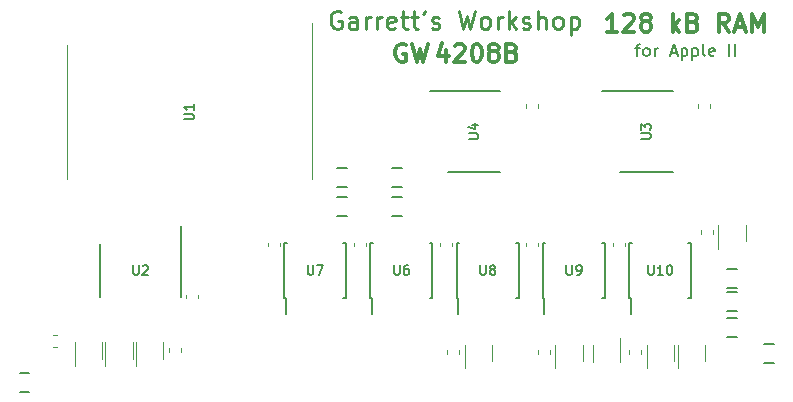
<source format=gto>
G04 #@! TF.GenerationSoftware,KiCad,Pcbnew,(5.1.5-0-10_14)*
G04 #@! TF.CreationDate,2021-01-05T21:43:12-05:00*
G04 #@! TF.ProjectId,RAM128,52414d31-3238-42e6-9b69-6361645f7063,rev?*
G04 #@! TF.SameCoordinates,Original*
G04 #@! TF.FileFunction,Legend,Top*
G04 #@! TF.FilePolarity,Positive*
%FSLAX46Y46*%
G04 Gerber Fmt 4.6, Leading zero omitted, Abs format (unit mm)*
G04 Created by KiCad (PCBNEW (5.1.5-0-10_14)) date 2021-01-05 21:43:12*
%MOMM*%
%LPD*%
G04 APERTURE LIST*
%ADD10C,0.225000*%
%ADD11C,0.300000*%
%ADD12C,0.203200*%
%ADD13C,0.152400*%
%ADD14C,0.120000*%
%ADD15C,0.150000*%
%ADD16C,0.100000*%
%ADD17C,1.448000*%
%ADD18C,2.000000*%
G04 APERTURE END LIST*
D10*
X100075999Y-98933000D02*
X99930857Y-98860428D01*
X99713142Y-98860428D01*
X99495428Y-98933000D01*
X99350285Y-99078142D01*
X99277714Y-99223285D01*
X99205142Y-99513571D01*
X99205142Y-99731285D01*
X99277714Y-100021571D01*
X99350285Y-100166714D01*
X99495428Y-100311857D01*
X99713142Y-100384428D01*
X99858285Y-100384428D01*
X100075999Y-100311857D01*
X100148571Y-100239285D01*
X100148571Y-99731285D01*
X99858285Y-99731285D01*
X101454857Y-100384428D02*
X101454857Y-99586142D01*
X101382285Y-99441000D01*
X101237142Y-99368428D01*
X100946857Y-99368428D01*
X100801714Y-99441000D01*
X101454857Y-100311857D02*
X101309714Y-100384428D01*
X100946857Y-100384428D01*
X100801714Y-100311857D01*
X100729142Y-100166714D01*
X100729142Y-100021571D01*
X100801714Y-99876428D01*
X100946857Y-99803857D01*
X101309714Y-99803857D01*
X101454857Y-99731285D01*
X102180571Y-100384428D02*
X102180571Y-99368428D01*
X102180571Y-99658714D02*
X102253142Y-99513571D01*
X102325714Y-99441000D01*
X102470857Y-99368428D01*
X102615999Y-99368428D01*
X103123999Y-100384428D02*
X103123999Y-99368428D01*
X103123999Y-99658714D02*
X103196571Y-99513571D01*
X103269142Y-99441000D01*
X103414285Y-99368428D01*
X103559428Y-99368428D01*
X104647999Y-100311857D02*
X104502857Y-100384428D01*
X104212571Y-100384428D01*
X104067428Y-100311857D01*
X103994857Y-100166714D01*
X103994857Y-99586142D01*
X104067428Y-99441000D01*
X104212571Y-99368428D01*
X104502857Y-99368428D01*
X104647999Y-99441000D01*
X104720571Y-99586142D01*
X104720571Y-99731285D01*
X103994857Y-99876428D01*
X105155999Y-99368428D02*
X105736571Y-99368428D01*
X105373714Y-98860428D02*
X105373714Y-100166714D01*
X105446285Y-100311857D01*
X105591428Y-100384428D01*
X105736571Y-100384428D01*
X106026857Y-99368428D02*
X106607428Y-99368428D01*
X106244571Y-98860428D02*
X106244571Y-100166714D01*
X106317142Y-100311857D01*
X106462285Y-100384428D01*
X106607428Y-100384428D01*
X107187999Y-98860428D02*
X107187999Y-98933000D01*
X107115428Y-99078142D01*
X107042857Y-99150714D01*
X107768571Y-100311857D02*
X107913714Y-100384428D01*
X108203999Y-100384428D01*
X108349142Y-100311857D01*
X108421714Y-100166714D01*
X108421714Y-100094142D01*
X108349142Y-99949000D01*
X108203999Y-99876428D01*
X107986285Y-99876428D01*
X107841142Y-99803857D01*
X107768571Y-99658714D01*
X107768571Y-99586142D01*
X107841142Y-99441000D01*
X107986285Y-99368428D01*
X108203999Y-99368428D01*
X108349142Y-99441000D01*
X110090857Y-98860428D02*
X110453714Y-100384428D01*
X110743999Y-99295857D01*
X111034285Y-100384428D01*
X111397142Y-98860428D01*
X112195428Y-100384428D02*
X112050285Y-100311857D01*
X111977714Y-100239285D01*
X111905142Y-100094142D01*
X111905142Y-99658714D01*
X111977714Y-99513571D01*
X112050285Y-99441000D01*
X112195428Y-99368428D01*
X112413142Y-99368428D01*
X112558285Y-99441000D01*
X112630857Y-99513571D01*
X112703428Y-99658714D01*
X112703428Y-100094142D01*
X112630857Y-100239285D01*
X112558285Y-100311857D01*
X112413142Y-100384428D01*
X112195428Y-100384428D01*
X113356571Y-100384428D02*
X113356571Y-99368428D01*
X113356571Y-99658714D02*
X113429142Y-99513571D01*
X113501714Y-99441000D01*
X113646857Y-99368428D01*
X113791999Y-99368428D01*
X114299999Y-100384428D02*
X114299999Y-98860428D01*
X114445142Y-99803857D02*
X114880571Y-100384428D01*
X114880571Y-99368428D02*
X114299999Y-99949000D01*
X115461142Y-100311857D02*
X115606285Y-100384428D01*
X115896571Y-100384428D01*
X116041714Y-100311857D01*
X116114285Y-100166714D01*
X116114285Y-100094142D01*
X116041714Y-99949000D01*
X115896571Y-99876428D01*
X115678857Y-99876428D01*
X115533714Y-99803857D01*
X115461142Y-99658714D01*
X115461142Y-99586142D01*
X115533714Y-99441000D01*
X115678857Y-99368428D01*
X115896571Y-99368428D01*
X116041714Y-99441000D01*
X116767428Y-100384428D02*
X116767428Y-98860428D01*
X117420571Y-100384428D02*
X117420571Y-99586142D01*
X117347999Y-99441000D01*
X117202857Y-99368428D01*
X116985142Y-99368428D01*
X116839999Y-99441000D01*
X116767428Y-99513571D01*
X118363999Y-100384428D02*
X118218857Y-100311857D01*
X118146285Y-100239285D01*
X118073714Y-100094142D01*
X118073714Y-99658714D01*
X118146285Y-99513571D01*
X118218857Y-99441000D01*
X118363999Y-99368428D01*
X118581714Y-99368428D01*
X118726857Y-99441000D01*
X118799428Y-99513571D01*
X118871999Y-99658714D01*
X118871999Y-100094142D01*
X118799428Y-100239285D01*
X118726857Y-100311857D01*
X118581714Y-100384428D01*
X118363999Y-100384428D01*
X119525142Y-99368428D02*
X119525142Y-100892428D01*
X119525142Y-99441000D02*
X119670285Y-99368428D01*
X119960571Y-99368428D01*
X120105714Y-99441000D01*
X120178285Y-99513571D01*
X120250857Y-99658714D01*
X120250857Y-100094142D01*
X120178285Y-100239285D01*
X120105714Y-100311857D01*
X119960571Y-100384428D01*
X119670285Y-100384428D01*
X119525142Y-100311857D01*
D11*
X105556571Y-101739000D02*
X105413714Y-101667571D01*
X105199428Y-101667571D01*
X104985142Y-101739000D01*
X104842285Y-101881857D01*
X104770857Y-102024714D01*
X104699428Y-102310428D01*
X104699428Y-102524714D01*
X104770857Y-102810428D01*
X104842285Y-102953285D01*
X104985142Y-103096142D01*
X105199428Y-103167571D01*
X105342285Y-103167571D01*
X105556571Y-103096142D01*
X105628000Y-103024714D01*
X105628000Y-102524714D01*
X105342285Y-102524714D01*
X106128000Y-101667571D02*
X106485142Y-103167571D01*
X106770857Y-102096142D01*
X107056571Y-103167571D01*
X107413714Y-101667571D01*
X109018000Y-102167571D02*
X109018000Y-103167571D01*
X108660857Y-101596142D02*
X108303714Y-102667571D01*
X109232285Y-102667571D01*
X109732285Y-101810428D02*
X109803714Y-101739000D01*
X109946571Y-101667571D01*
X110303714Y-101667571D01*
X110446571Y-101739000D01*
X110518000Y-101810428D01*
X110589428Y-101953285D01*
X110589428Y-102096142D01*
X110518000Y-102310428D01*
X109660857Y-103167571D01*
X110589428Y-103167571D01*
X111518000Y-101667571D02*
X111660857Y-101667571D01*
X111803714Y-101739000D01*
X111875142Y-101810428D01*
X111946571Y-101953285D01*
X112018000Y-102239000D01*
X112018000Y-102596142D01*
X111946571Y-102881857D01*
X111875142Y-103024714D01*
X111803714Y-103096142D01*
X111660857Y-103167571D01*
X111518000Y-103167571D01*
X111375142Y-103096142D01*
X111303714Y-103024714D01*
X111232285Y-102881857D01*
X111160857Y-102596142D01*
X111160857Y-102239000D01*
X111232285Y-101953285D01*
X111303714Y-101810428D01*
X111375142Y-101739000D01*
X111518000Y-101667571D01*
X112875142Y-102310428D02*
X112732285Y-102239000D01*
X112660857Y-102167571D01*
X112589428Y-102024714D01*
X112589428Y-101953285D01*
X112660857Y-101810428D01*
X112732285Y-101739000D01*
X112875142Y-101667571D01*
X113160857Y-101667571D01*
X113303714Y-101739000D01*
X113375142Y-101810428D01*
X113446571Y-101953285D01*
X113446571Y-102024714D01*
X113375142Y-102167571D01*
X113303714Y-102239000D01*
X113160857Y-102310428D01*
X112875142Y-102310428D01*
X112732285Y-102381857D01*
X112660857Y-102453285D01*
X112589428Y-102596142D01*
X112589428Y-102881857D01*
X112660857Y-103024714D01*
X112732285Y-103096142D01*
X112875142Y-103167571D01*
X113160857Y-103167571D01*
X113303714Y-103096142D01*
X113375142Y-103024714D01*
X113446571Y-102881857D01*
X113446571Y-102596142D01*
X113375142Y-102453285D01*
X113303714Y-102381857D01*
X113160857Y-102310428D01*
X114589428Y-102381857D02*
X114803714Y-102453285D01*
X114875142Y-102524714D01*
X114946571Y-102667571D01*
X114946571Y-102881857D01*
X114875142Y-103024714D01*
X114803714Y-103096142D01*
X114660857Y-103167571D01*
X114089428Y-103167571D01*
X114089428Y-101667571D01*
X114589428Y-101667571D01*
X114732285Y-101739000D01*
X114803714Y-101810428D01*
X114875142Y-101953285D01*
X114875142Y-102096142D01*
X114803714Y-102239000D01*
X114732285Y-102310428D01*
X114589428Y-102381857D01*
X114089428Y-102381857D01*
X123444000Y-100638428D02*
X122573142Y-100638428D01*
X123008571Y-100638428D02*
X123008571Y-99114428D01*
X122863428Y-99332142D01*
X122718285Y-99477285D01*
X122573142Y-99549857D01*
X124024571Y-99259571D02*
X124097142Y-99187000D01*
X124242285Y-99114428D01*
X124605142Y-99114428D01*
X124750285Y-99187000D01*
X124822857Y-99259571D01*
X124895428Y-99404714D01*
X124895428Y-99549857D01*
X124822857Y-99767571D01*
X123952000Y-100638428D01*
X124895428Y-100638428D01*
X125766285Y-99767571D02*
X125621142Y-99695000D01*
X125548571Y-99622428D01*
X125476000Y-99477285D01*
X125476000Y-99404714D01*
X125548571Y-99259571D01*
X125621142Y-99187000D01*
X125766285Y-99114428D01*
X126056571Y-99114428D01*
X126201714Y-99187000D01*
X126274285Y-99259571D01*
X126346857Y-99404714D01*
X126346857Y-99477285D01*
X126274285Y-99622428D01*
X126201714Y-99695000D01*
X126056571Y-99767571D01*
X125766285Y-99767571D01*
X125621142Y-99840142D01*
X125548571Y-99912714D01*
X125476000Y-100057857D01*
X125476000Y-100348142D01*
X125548571Y-100493285D01*
X125621142Y-100565857D01*
X125766285Y-100638428D01*
X126056571Y-100638428D01*
X126201714Y-100565857D01*
X126274285Y-100493285D01*
X126346857Y-100348142D01*
X126346857Y-100057857D01*
X126274285Y-99912714D01*
X126201714Y-99840142D01*
X126056571Y-99767571D01*
X128161142Y-100638428D02*
X128161142Y-99114428D01*
X128306285Y-100057857D02*
X128741714Y-100638428D01*
X128741714Y-99622428D02*
X128161142Y-100203000D01*
X129902857Y-99840142D02*
X130120571Y-99912714D01*
X130193142Y-99985285D01*
X130265714Y-100130428D01*
X130265714Y-100348142D01*
X130193142Y-100493285D01*
X130120571Y-100565857D01*
X129975428Y-100638428D01*
X129394857Y-100638428D01*
X129394857Y-99114428D01*
X129902857Y-99114428D01*
X130048000Y-99187000D01*
X130120571Y-99259571D01*
X130193142Y-99404714D01*
X130193142Y-99549857D01*
X130120571Y-99695000D01*
X130048000Y-99767571D01*
X129902857Y-99840142D01*
X129394857Y-99840142D01*
X132950857Y-100638428D02*
X132442857Y-99912714D01*
X132080000Y-100638428D02*
X132080000Y-99114428D01*
X132660571Y-99114428D01*
X132805714Y-99187000D01*
X132878285Y-99259571D01*
X132950857Y-99404714D01*
X132950857Y-99622428D01*
X132878285Y-99767571D01*
X132805714Y-99840142D01*
X132660571Y-99912714D01*
X132080000Y-99912714D01*
X133531428Y-100203000D02*
X134257142Y-100203000D01*
X133386285Y-100638428D02*
X133894285Y-99114428D01*
X134402285Y-100638428D01*
X134910285Y-100638428D02*
X134910285Y-99114428D01*
X135418285Y-100203000D01*
X135926285Y-99114428D01*
X135926285Y-100638428D01*
D12*
X125004285Y-102017285D02*
X125391333Y-102017285D01*
X125149428Y-102694619D02*
X125149428Y-101823761D01*
X125197809Y-101727000D01*
X125294571Y-101678619D01*
X125391333Y-101678619D01*
X125875142Y-102694619D02*
X125778380Y-102646238D01*
X125730000Y-102597857D01*
X125681619Y-102501095D01*
X125681619Y-102210809D01*
X125730000Y-102114047D01*
X125778380Y-102065666D01*
X125875142Y-102017285D01*
X126020285Y-102017285D01*
X126117047Y-102065666D01*
X126165428Y-102114047D01*
X126213809Y-102210809D01*
X126213809Y-102501095D01*
X126165428Y-102597857D01*
X126117047Y-102646238D01*
X126020285Y-102694619D01*
X125875142Y-102694619D01*
X126649238Y-102694619D02*
X126649238Y-102017285D01*
X126649238Y-102210809D02*
X126697619Y-102114047D01*
X126746000Y-102065666D01*
X126842761Y-102017285D01*
X126939523Y-102017285D01*
X128003904Y-102404333D02*
X128487714Y-102404333D01*
X127907142Y-102694619D02*
X128245809Y-101678619D01*
X128584476Y-102694619D01*
X128923142Y-102017285D02*
X128923142Y-103033285D01*
X128923142Y-102065666D02*
X129019904Y-102017285D01*
X129213428Y-102017285D01*
X129310190Y-102065666D01*
X129358571Y-102114047D01*
X129406952Y-102210809D01*
X129406952Y-102501095D01*
X129358571Y-102597857D01*
X129310190Y-102646238D01*
X129213428Y-102694619D01*
X129019904Y-102694619D01*
X128923142Y-102646238D01*
X129842380Y-102017285D02*
X129842380Y-103033285D01*
X129842380Y-102065666D02*
X129939142Y-102017285D01*
X130132666Y-102017285D01*
X130229428Y-102065666D01*
X130277809Y-102114047D01*
X130326190Y-102210809D01*
X130326190Y-102501095D01*
X130277809Y-102597857D01*
X130229428Y-102646238D01*
X130132666Y-102694619D01*
X129939142Y-102694619D01*
X129842380Y-102646238D01*
X130906761Y-102694619D02*
X130810000Y-102646238D01*
X130761619Y-102549476D01*
X130761619Y-101678619D01*
X131680857Y-102646238D02*
X131584095Y-102694619D01*
X131390571Y-102694619D01*
X131293809Y-102646238D01*
X131245428Y-102549476D01*
X131245428Y-102162428D01*
X131293809Y-102065666D01*
X131390571Y-102017285D01*
X131584095Y-102017285D01*
X131680857Y-102065666D01*
X131729238Y-102162428D01*
X131729238Y-102259190D01*
X131245428Y-102355952D01*
X132938761Y-102694619D02*
X132938761Y-101678619D01*
X133422571Y-102694619D02*
X133422571Y-101678619D01*
D13*
X132793600Y-120700000D02*
X133606400Y-120700000D01*
X132793600Y-122300000D02*
X133606400Y-122300000D01*
D14*
X76891500Y-107442000D02*
X76891500Y-113094500D01*
X76891500Y-107442000D02*
X76891500Y-101789500D01*
X97606500Y-107442000D02*
X97606500Y-113094500D01*
X97606500Y-107442000D02*
X97606500Y-99867000D01*
X131560000Y-117437221D02*
X131560000Y-117762779D01*
X130540000Y-117437221D02*
X130540000Y-117762779D01*
X88010000Y-123212779D02*
X88010000Y-122887221D01*
X86990000Y-123212779D02*
X86990000Y-122887221D01*
D13*
X105256400Y-116250000D02*
X104443600Y-116250000D01*
X105256400Y-114650000D02*
X104443600Y-114650000D01*
D15*
X117175000Y-123175000D02*
X117300000Y-123175000D01*
X117175000Y-118525000D02*
X117400000Y-118525000D01*
X122425000Y-118525000D02*
X122200000Y-118525000D01*
X122425000Y-123175000D02*
X122200000Y-123175000D01*
X117175000Y-123175000D02*
X117175000Y-118525000D01*
X122425000Y-123175000D02*
X122425000Y-118525000D01*
X117300000Y-123175000D02*
X117300000Y-124525000D01*
D14*
X131360000Y-106737221D02*
X131360000Y-107062779D01*
X130340000Y-106737221D02*
X130340000Y-107062779D01*
X124490000Y-127587221D02*
X124490000Y-127912779D01*
X125510000Y-127587221D02*
X125510000Y-127912779D01*
X93890000Y-118487221D02*
X93890000Y-118812779D01*
X94910000Y-118487221D02*
X94910000Y-118812779D01*
X86560000Y-127387221D02*
X86560000Y-127712779D01*
X85540000Y-127387221D02*
X85540000Y-127712779D01*
X76062779Y-127310000D02*
X75737221Y-127310000D01*
X76062779Y-126290000D02*
X75737221Y-126290000D01*
X117760000Y-127587221D02*
X117760000Y-127912779D01*
X116740000Y-127587221D02*
X116740000Y-127912779D01*
D15*
X95275000Y-123175000D02*
X95400000Y-123175000D01*
X95275000Y-118525000D02*
X95500000Y-118525000D01*
X100525000Y-118525000D02*
X100300000Y-118525000D01*
X100525000Y-123175000D02*
X100300000Y-123175000D01*
X95275000Y-123175000D02*
X95275000Y-118525000D01*
X100525000Y-123175000D02*
X100525000Y-118525000D01*
X95400000Y-123175000D02*
X95400000Y-124525000D01*
D14*
X115790000Y-118487221D02*
X115790000Y-118812779D01*
X116810000Y-118487221D02*
X116810000Y-118812779D01*
D15*
X124600000Y-123175000D02*
X124600000Y-124525000D01*
X129725000Y-123175000D02*
X129725000Y-118525000D01*
X124475000Y-123175000D02*
X124475000Y-118525000D01*
X129725000Y-123175000D02*
X129500000Y-123175000D01*
X129725000Y-118525000D02*
X129500000Y-118525000D01*
X124475000Y-118525000D02*
X124700000Y-118525000D01*
X124475000Y-123175000D02*
X124600000Y-123175000D01*
D14*
X124110000Y-118487221D02*
X124110000Y-118812779D01*
X123090000Y-118487221D02*
X123090000Y-118812779D01*
D15*
X109875000Y-123175000D02*
X110000000Y-123175000D01*
X109875000Y-118525000D02*
X110100000Y-118525000D01*
X115125000Y-118525000D02*
X114900000Y-118525000D01*
X115125000Y-123175000D02*
X114900000Y-123175000D01*
X109875000Y-123175000D02*
X109875000Y-118525000D01*
X115125000Y-123175000D02*
X115125000Y-118525000D01*
X110000000Y-123175000D02*
X110000000Y-124525000D01*
D14*
X108490000Y-118487221D02*
X108490000Y-118812779D01*
X109510000Y-118487221D02*
X109510000Y-118812779D01*
D15*
X107600000Y-105625000D02*
X113575000Y-105625000D01*
X109125000Y-112525000D02*
X113575000Y-112525000D01*
D14*
X115740000Y-106737221D02*
X115740000Y-107062779D01*
X116760000Y-106737221D02*
X116760000Y-107062779D01*
D13*
X136716400Y-127089000D02*
X135903600Y-127089000D01*
X136716400Y-128689000D02*
X135903600Y-128689000D01*
X73706400Y-129500000D02*
X72893600Y-129500000D01*
X73706400Y-131100000D02*
X72893600Y-131100000D01*
D14*
X102210000Y-118487221D02*
X102210000Y-118812779D01*
X101190000Y-118487221D02*
X101190000Y-118812779D01*
X109090000Y-127587221D02*
X109090000Y-127912779D01*
X110110000Y-127587221D02*
X110110000Y-127912779D01*
D13*
X133606400Y-122700000D02*
X132793600Y-122700000D01*
X133606400Y-124300000D02*
X132793600Y-124300000D01*
X99743600Y-114650000D02*
X100556400Y-114650000D01*
X99743600Y-116250000D02*
X100556400Y-116250000D01*
D15*
X79675000Y-118625000D02*
X79675000Y-123075000D01*
X86575000Y-117100000D02*
X86575000Y-123075000D01*
X123725000Y-112525000D02*
X128175000Y-112525000D01*
X122200000Y-105625000D02*
X128175000Y-105625000D01*
X102700000Y-123175000D02*
X102700000Y-124525000D01*
X107825000Y-123175000D02*
X107825000Y-118525000D01*
X102575000Y-123175000D02*
X102575000Y-118525000D01*
X107825000Y-123175000D02*
X107600000Y-123175000D01*
X107825000Y-118525000D02*
X107600000Y-118525000D01*
X102575000Y-118525000D02*
X102800000Y-118525000D01*
X102575000Y-123175000D02*
X102700000Y-123175000D01*
D14*
X123710000Y-128580000D02*
X123710000Y-126550000D01*
X121390000Y-127170000D02*
X121390000Y-128580000D01*
X82740000Y-126920000D02*
X82740000Y-128950000D01*
X85060000Y-128330000D02*
X85060000Y-126920000D01*
X79860000Y-128330000D02*
X79860000Y-126920000D01*
X77540000Y-126920000D02*
X77540000Y-128950000D01*
X80140000Y-126920000D02*
X80140000Y-128950000D01*
X82460000Y-128330000D02*
X82460000Y-126920000D01*
X110590000Y-127120000D02*
X110590000Y-129150000D01*
X112910000Y-128530000D02*
X112910000Y-127120000D01*
X120560000Y-128530000D02*
X120560000Y-127120000D01*
X118240000Y-127120000D02*
X118240000Y-129150000D01*
X128310000Y-128530000D02*
X128310000Y-127120000D01*
X125990000Y-127120000D02*
X125990000Y-129150000D01*
X128590000Y-127120000D02*
X128590000Y-129150000D01*
X130910000Y-128530000D02*
X130910000Y-127120000D01*
D13*
X133606400Y-124900000D02*
X132793600Y-124900000D01*
X133606400Y-126500000D02*
X132793600Y-126500000D01*
X104443600Y-112150000D02*
X105256400Y-112150000D01*
X104443600Y-113750000D02*
X105256400Y-113750000D01*
X100556400Y-112150000D02*
X99743600Y-112150000D01*
X100556400Y-113750000D02*
X99743600Y-113750000D01*
D14*
X134360000Y-118380000D02*
X134360000Y-116970000D01*
X132040000Y-116970000D02*
X132040000Y-119000000D01*
D12*
X86803895Y-108061276D02*
X87461876Y-108061276D01*
X87539285Y-108022571D01*
X87577990Y-107983866D01*
X87616695Y-107906457D01*
X87616695Y-107751638D01*
X87577990Y-107674228D01*
X87539285Y-107635523D01*
X87461876Y-107596819D01*
X86803895Y-107596819D01*
X87616695Y-106784019D02*
X87616695Y-107248476D01*
X87616695Y-107016247D02*
X86803895Y-107016247D01*
X86920009Y-107093657D01*
X86997419Y-107171066D01*
X87036123Y-107248476D01*
X119180723Y-120404895D02*
X119180723Y-121062876D01*
X119219428Y-121140285D01*
X119258133Y-121178990D01*
X119335542Y-121217695D01*
X119490361Y-121217695D01*
X119567771Y-121178990D01*
X119606476Y-121140285D01*
X119645180Y-121062876D01*
X119645180Y-120404895D01*
X120070933Y-121217695D02*
X120225752Y-121217695D01*
X120303161Y-121178990D01*
X120341866Y-121140285D01*
X120419276Y-121024171D01*
X120457980Y-120869352D01*
X120457980Y-120559714D01*
X120419276Y-120482304D01*
X120380571Y-120443600D01*
X120303161Y-120404895D01*
X120148342Y-120404895D01*
X120070933Y-120443600D01*
X120032228Y-120482304D01*
X119993523Y-120559714D01*
X119993523Y-120753238D01*
X120032228Y-120830647D01*
X120070933Y-120869352D01*
X120148342Y-120908057D01*
X120303161Y-120908057D01*
X120380571Y-120869352D01*
X120419276Y-120830647D01*
X120457980Y-120753238D01*
X97280723Y-120404895D02*
X97280723Y-121062876D01*
X97319428Y-121140285D01*
X97358133Y-121178990D01*
X97435542Y-121217695D01*
X97590361Y-121217695D01*
X97667771Y-121178990D01*
X97706476Y-121140285D01*
X97745180Y-121062876D01*
X97745180Y-120404895D01*
X98054819Y-120404895D02*
X98596685Y-120404895D01*
X98248342Y-121217695D01*
X126093676Y-120404895D02*
X126093676Y-121062876D01*
X126132380Y-121140285D01*
X126171085Y-121178990D01*
X126248495Y-121217695D01*
X126403314Y-121217695D01*
X126480723Y-121178990D01*
X126519428Y-121140285D01*
X126558133Y-121062876D01*
X126558133Y-120404895D01*
X127370933Y-121217695D02*
X126906476Y-121217695D01*
X127138704Y-121217695D02*
X127138704Y-120404895D01*
X127061295Y-120521009D01*
X126983885Y-120598419D01*
X126906476Y-120637123D01*
X127874095Y-120404895D02*
X127951504Y-120404895D01*
X128028914Y-120443600D01*
X128067619Y-120482304D01*
X128106323Y-120559714D01*
X128145028Y-120714533D01*
X128145028Y-120908057D01*
X128106323Y-121062876D01*
X128067619Y-121140285D01*
X128028914Y-121178990D01*
X127951504Y-121217695D01*
X127874095Y-121217695D01*
X127796685Y-121178990D01*
X127757980Y-121140285D01*
X127719276Y-121062876D01*
X127680571Y-120908057D01*
X127680571Y-120714533D01*
X127719276Y-120559714D01*
X127757980Y-120482304D01*
X127796685Y-120443600D01*
X127874095Y-120404895D01*
X111880723Y-120404895D02*
X111880723Y-121062876D01*
X111919428Y-121140285D01*
X111958133Y-121178990D01*
X112035542Y-121217695D01*
X112190361Y-121217695D01*
X112267771Y-121178990D01*
X112306476Y-121140285D01*
X112345180Y-121062876D01*
X112345180Y-120404895D01*
X112848342Y-120753238D02*
X112770933Y-120714533D01*
X112732228Y-120675828D01*
X112693523Y-120598419D01*
X112693523Y-120559714D01*
X112732228Y-120482304D01*
X112770933Y-120443600D01*
X112848342Y-120404895D01*
X113003161Y-120404895D01*
X113080571Y-120443600D01*
X113119276Y-120482304D01*
X113157980Y-120559714D01*
X113157980Y-120598419D01*
X113119276Y-120675828D01*
X113080571Y-120714533D01*
X113003161Y-120753238D01*
X112848342Y-120753238D01*
X112770933Y-120791942D01*
X112732228Y-120830647D01*
X112693523Y-120908057D01*
X112693523Y-121062876D01*
X112732228Y-121140285D01*
X112770933Y-121178990D01*
X112848342Y-121217695D01*
X113003161Y-121217695D01*
X113080571Y-121178990D01*
X113119276Y-121140285D01*
X113157980Y-121062876D01*
X113157980Y-120908057D01*
X113119276Y-120830647D01*
X113080571Y-120791942D01*
X113003161Y-120753238D01*
X110904895Y-109694276D02*
X111562876Y-109694276D01*
X111640285Y-109655571D01*
X111678990Y-109616866D01*
X111717695Y-109539457D01*
X111717695Y-109384638D01*
X111678990Y-109307228D01*
X111640285Y-109268523D01*
X111562876Y-109229819D01*
X110904895Y-109229819D01*
X111175828Y-108494428D02*
X111717695Y-108494428D01*
X110866190Y-108687952D02*
X111446761Y-108881476D01*
X111446761Y-108378314D01*
X82505723Y-120404895D02*
X82505723Y-121062876D01*
X82544428Y-121140285D01*
X82583133Y-121178990D01*
X82660542Y-121217695D01*
X82815361Y-121217695D01*
X82892771Y-121178990D01*
X82931476Y-121140285D01*
X82970180Y-121062876D01*
X82970180Y-120404895D01*
X83318523Y-120482304D02*
X83357228Y-120443600D01*
X83434638Y-120404895D01*
X83628161Y-120404895D01*
X83705571Y-120443600D01*
X83744276Y-120482304D01*
X83782980Y-120559714D01*
X83782980Y-120637123D01*
X83744276Y-120753238D01*
X83279819Y-121217695D01*
X83782980Y-121217695D01*
X125504895Y-109694276D02*
X126162876Y-109694276D01*
X126240285Y-109655571D01*
X126278990Y-109616866D01*
X126317695Y-109539457D01*
X126317695Y-109384638D01*
X126278990Y-109307228D01*
X126240285Y-109268523D01*
X126162876Y-109229819D01*
X125504895Y-109229819D01*
X125504895Y-108920180D02*
X125504895Y-108417019D01*
X125814533Y-108687952D01*
X125814533Y-108571838D01*
X125853238Y-108494428D01*
X125891942Y-108455723D01*
X125969352Y-108417019D01*
X126162876Y-108417019D01*
X126240285Y-108455723D01*
X126278990Y-108494428D01*
X126317695Y-108571838D01*
X126317695Y-108804066D01*
X126278990Y-108881476D01*
X126240285Y-108920180D01*
X104580723Y-120404895D02*
X104580723Y-121062876D01*
X104619428Y-121140285D01*
X104658133Y-121178990D01*
X104735542Y-121217695D01*
X104890361Y-121217695D01*
X104967771Y-121178990D01*
X105006476Y-121140285D01*
X105045180Y-121062876D01*
X105045180Y-120404895D01*
X105780571Y-120404895D02*
X105625752Y-120404895D01*
X105548342Y-120443600D01*
X105509638Y-120482304D01*
X105432228Y-120598419D01*
X105393523Y-120753238D01*
X105393523Y-121062876D01*
X105432228Y-121140285D01*
X105470933Y-121178990D01*
X105548342Y-121217695D01*
X105703161Y-121217695D01*
X105780571Y-121178990D01*
X105819276Y-121140285D01*
X105857980Y-121062876D01*
X105857980Y-120869352D01*
X105819276Y-120791942D01*
X105780571Y-120753238D01*
X105703161Y-120714533D01*
X105548342Y-120714533D01*
X105470933Y-120753238D01*
X105432228Y-120791942D01*
X105393523Y-120869352D01*
%LPC*%
D16*
G36*
X139700000Y-139446000D02*
G01*
X139192000Y-139954000D01*
X74168000Y-139954000D01*
X73660000Y-139446000D01*
X73660000Y-132080000D01*
X139700000Y-132080000D01*
X139700000Y-139446000D01*
G37*
G36*
X132510779Y-120751144D02*
G01*
X132533834Y-120754563D01*
X132556443Y-120760227D01*
X132578387Y-120768079D01*
X132599457Y-120778044D01*
X132619448Y-120790026D01*
X132638168Y-120803910D01*
X132655438Y-120819562D01*
X132671090Y-120836832D01*
X132684974Y-120855552D01*
X132696956Y-120875543D01*
X132706921Y-120896613D01*
X132714773Y-120918557D01*
X132720437Y-120941166D01*
X132723856Y-120964221D01*
X132725000Y-120987500D01*
X132725000Y-122012500D01*
X132723856Y-122035779D01*
X132720437Y-122058834D01*
X132714773Y-122081443D01*
X132706921Y-122103387D01*
X132696956Y-122124457D01*
X132684974Y-122144448D01*
X132671090Y-122163168D01*
X132655438Y-122180438D01*
X132638168Y-122196090D01*
X132619448Y-122209974D01*
X132599457Y-122221956D01*
X132578387Y-122231921D01*
X132556443Y-122239773D01*
X132533834Y-122245437D01*
X132510779Y-122248856D01*
X132487500Y-122250000D01*
X132012500Y-122250000D01*
X131989221Y-122248856D01*
X131966166Y-122245437D01*
X131943557Y-122239773D01*
X131921613Y-122231921D01*
X131900543Y-122221956D01*
X131880552Y-122209974D01*
X131861832Y-122196090D01*
X131844562Y-122180438D01*
X131828910Y-122163168D01*
X131815026Y-122144448D01*
X131803044Y-122124457D01*
X131793079Y-122103387D01*
X131785227Y-122081443D01*
X131779563Y-122058834D01*
X131776144Y-122035779D01*
X131775000Y-122012500D01*
X131775000Y-120987500D01*
X131776144Y-120964221D01*
X131779563Y-120941166D01*
X131785227Y-120918557D01*
X131793079Y-120896613D01*
X131803044Y-120875543D01*
X131815026Y-120855552D01*
X131828910Y-120836832D01*
X131844562Y-120819562D01*
X131861832Y-120803910D01*
X131880552Y-120790026D01*
X131900543Y-120778044D01*
X131921613Y-120768079D01*
X131943557Y-120760227D01*
X131966166Y-120754563D01*
X131989221Y-120751144D01*
X132012500Y-120750000D01*
X132487500Y-120750000D01*
X132510779Y-120751144D01*
G37*
G36*
X134410779Y-120751144D02*
G01*
X134433834Y-120754563D01*
X134456443Y-120760227D01*
X134478387Y-120768079D01*
X134499457Y-120778044D01*
X134519448Y-120790026D01*
X134538168Y-120803910D01*
X134555438Y-120819562D01*
X134571090Y-120836832D01*
X134584974Y-120855552D01*
X134596956Y-120875543D01*
X134606921Y-120896613D01*
X134614773Y-120918557D01*
X134620437Y-120941166D01*
X134623856Y-120964221D01*
X134625000Y-120987500D01*
X134625000Y-122012500D01*
X134623856Y-122035779D01*
X134620437Y-122058834D01*
X134614773Y-122081443D01*
X134606921Y-122103387D01*
X134596956Y-122124457D01*
X134584974Y-122144448D01*
X134571090Y-122163168D01*
X134555438Y-122180438D01*
X134538168Y-122196090D01*
X134519448Y-122209974D01*
X134499457Y-122221956D01*
X134478387Y-122231921D01*
X134456443Y-122239773D01*
X134433834Y-122245437D01*
X134410779Y-122248856D01*
X134387500Y-122250000D01*
X133912500Y-122250000D01*
X133889221Y-122248856D01*
X133866166Y-122245437D01*
X133843557Y-122239773D01*
X133821613Y-122231921D01*
X133800543Y-122221956D01*
X133780552Y-122209974D01*
X133761832Y-122196090D01*
X133744562Y-122180438D01*
X133728910Y-122163168D01*
X133715026Y-122144448D01*
X133703044Y-122124457D01*
X133693079Y-122103387D01*
X133685227Y-122081443D01*
X133679563Y-122058834D01*
X133676144Y-122035779D01*
X133675000Y-122012500D01*
X133675000Y-120987500D01*
X133676144Y-120964221D01*
X133679563Y-120941166D01*
X133685227Y-120918557D01*
X133693079Y-120896613D01*
X133703044Y-120875543D01*
X133715026Y-120855552D01*
X133728910Y-120836832D01*
X133744562Y-120819562D01*
X133761832Y-120803910D01*
X133780552Y-120790026D01*
X133800543Y-120778044D01*
X133821613Y-120768079D01*
X133843557Y-120760227D01*
X133866166Y-120754563D01*
X133889221Y-120751144D01*
X133912500Y-120750000D01*
X134387500Y-120750000D01*
X134410779Y-120751144D01*
G37*
G36*
X96966153Y-99817843D02*
G01*
X96983141Y-99820363D01*
X96999800Y-99824535D01*
X97015970Y-99830321D01*
X97031494Y-99837664D01*
X97046225Y-99846493D01*
X97060019Y-99856723D01*
X97072744Y-99868256D01*
X97084277Y-99880981D01*
X97094507Y-99894775D01*
X97103336Y-99909506D01*
X97110679Y-99925030D01*
X97116465Y-99941200D01*
X97120637Y-99957859D01*
X97123157Y-99974847D01*
X97124000Y-99992000D01*
X97124000Y-101592000D01*
X97123157Y-101609153D01*
X97120637Y-101626141D01*
X97116465Y-101642800D01*
X97110679Y-101658970D01*
X97103336Y-101674494D01*
X97094507Y-101689225D01*
X97084277Y-101703019D01*
X97072744Y-101715744D01*
X97060019Y-101727277D01*
X97046225Y-101737507D01*
X97031494Y-101746336D01*
X97015970Y-101753679D01*
X96999800Y-101759465D01*
X96983141Y-101763637D01*
X96966153Y-101766157D01*
X96949000Y-101767000D01*
X96599000Y-101767000D01*
X96581847Y-101766157D01*
X96564859Y-101763637D01*
X96548200Y-101759465D01*
X96532030Y-101753679D01*
X96516506Y-101746336D01*
X96501775Y-101737507D01*
X96487981Y-101727277D01*
X96475256Y-101715744D01*
X96463723Y-101703019D01*
X96453493Y-101689225D01*
X96444664Y-101674494D01*
X96437321Y-101658970D01*
X96431535Y-101642800D01*
X96427363Y-101626141D01*
X96424843Y-101609153D01*
X96424000Y-101592000D01*
X96424000Y-99992000D01*
X96424843Y-99974847D01*
X96427363Y-99957859D01*
X96431535Y-99941200D01*
X96437321Y-99925030D01*
X96444664Y-99909506D01*
X96453493Y-99894775D01*
X96463723Y-99880981D01*
X96475256Y-99868256D01*
X96487981Y-99856723D01*
X96501775Y-99846493D01*
X96516506Y-99837664D01*
X96532030Y-99830321D01*
X96548200Y-99824535D01*
X96564859Y-99820363D01*
X96581847Y-99817843D01*
X96599000Y-99817000D01*
X96949000Y-99817000D01*
X96966153Y-99817843D01*
G37*
G36*
X95696153Y-99817843D02*
G01*
X95713141Y-99820363D01*
X95729800Y-99824535D01*
X95745970Y-99830321D01*
X95761494Y-99837664D01*
X95776225Y-99846493D01*
X95790019Y-99856723D01*
X95802744Y-99868256D01*
X95814277Y-99880981D01*
X95824507Y-99894775D01*
X95833336Y-99909506D01*
X95840679Y-99925030D01*
X95846465Y-99941200D01*
X95850637Y-99957859D01*
X95853157Y-99974847D01*
X95854000Y-99992000D01*
X95854000Y-101592000D01*
X95853157Y-101609153D01*
X95850637Y-101626141D01*
X95846465Y-101642800D01*
X95840679Y-101658970D01*
X95833336Y-101674494D01*
X95824507Y-101689225D01*
X95814277Y-101703019D01*
X95802744Y-101715744D01*
X95790019Y-101727277D01*
X95776225Y-101737507D01*
X95761494Y-101746336D01*
X95745970Y-101753679D01*
X95729800Y-101759465D01*
X95713141Y-101763637D01*
X95696153Y-101766157D01*
X95679000Y-101767000D01*
X95329000Y-101767000D01*
X95311847Y-101766157D01*
X95294859Y-101763637D01*
X95278200Y-101759465D01*
X95262030Y-101753679D01*
X95246506Y-101746336D01*
X95231775Y-101737507D01*
X95217981Y-101727277D01*
X95205256Y-101715744D01*
X95193723Y-101703019D01*
X95183493Y-101689225D01*
X95174664Y-101674494D01*
X95167321Y-101658970D01*
X95161535Y-101642800D01*
X95157363Y-101626141D01*
X95154843Y-101609153D01*
X95154000Y-101592000D01*
X95154000Y-99992000D01*
X95154843Y-99974847D01*
X95157363Y-99957859D01*
X95161535Y-99941200D01*
X95167321Y-99925030D01*
X95174664Y-99909506D01*
X95183493Y-99894775D01*
X95193723Y-99880981D01*
X95205256Y-99868256D01*
X95217981Y-99856723D01*
X95231775Y-99846493D01*
X95246506Y-99837664D01*
X95262030Y-99830321D01*
X95278200Y-99824535D01*
X95294859Y-99820363D01*
X95311847Y-99817843D01*
X95329000Y-99817000D01*
X95679000Y-99817000D01*
X95696153Y-99817843D01*
G37*
G36*
X94426153Y-99817843D02*
G01*
X94443141Y-99820363D01*
X94459800Y-99824535D01*
X94475970Y-99830321D01*
X94491494Y-99837664D01*
X94506225Y-99846493D01*
X94520019Y-99856723D01*
X94532744Y-99868256D01*
X94544277Y-99880981D01*
X94554507Y-99894775D01*
X94563336Y-99909506D01*
X94570679Y-99925030D01*
X94576465Y-99941200D01*
X94580637Y-99957859D01*
X94583157Y-99974847D01*
X94584000Y-99992000D01*
X94584000Y-101592000D01*
X94583157Y-101609153D01*
X94580637Y-101626141D01*
X94576465Y-101642800D01*
X94570679Y-101658970D01*
X94563336Y-101674494D01*
X94554507Y-101689225D01*
X94544277Y-101703019D01*
X94532744Y-101715744D01*
X94520019Y-101727277D01*
X94506225Y-101737507D01*
X94491494Y-101746336D01*
X94475970Y-101753679D01*
X94459800Y-101759465D01*
X94443141Y-101763637D01*
X94426153Y-101766157D01*
X94409000Y-101767000D01*
X94059000Y-101767000D01*
X94041847Y-101766157D01*
X94024859Y-101763637D01*
X94008200Y-101759465D01*
X93992030Y-101753679D01*
X93976506Y-101746336D01*
X93961775Y-101737507D01*
X93947981Y-101727277D01*
X93935256Y-101715744D01*
X93923723Y-101703019D01*
X93913493Y-101689225D01*
X93904664Y-101674494D01*
X93897321Y-101658970D01*
X93891535Y-101642800D01*
X93887363Y-101626141D01*
X93884843Y-101609153D01*
X93884000Y-101592000D01*
X93884000Y-99992000D01*
X93884843Y-99974847D01*
X93887363Y-99957859D01*
X93891535Y-99941200D01*
X93897321Y-99925030D01*
X93904664Y-99909506D01*
X93913493Y-99894775D01*
X93923723Y-99880981D01*
X93935256Y-99868256D01*
X93947981Y-99856723D01*
X93961775Y-99846493D01*
X93976506Y-99837664D01*
X93992030Y-99830321D01*
X94008200Y-99824535D01*
X94024859Y-99820363D01*
X94041847Y-99817843D01*
X94059000Y-99817000D01*
X94409000Y-99817000D01*
X94426153Y-99817843D01*
G37*
G36*
X93156153Y-99817843D02*
G01*
X93173141Y-99820363D01*
X93189800Y-99824535D01*
X93205970Y-99830321D01*
X93221494Y-99837664D01*
X93236225Y-99846493D01*
X93250019Y-99856723D01*
X93262744Y-99868256D01*
X93274277Y-99880981D01*
X93284507Y-99894775D01*
X93293336Y-99909506D01*
X93300679Y-99925030D01*
X93306465Y-99941200D01*
X93310637Y-99957859D01*
X93313157Y-99974847D01*
X93314000Y-99992000D01*
X93314000Y-101592000D01*
X93313157Y-101609153D01*
X93310637Y-101626141D01*
X93306465Y-101642800D01*
X93300679Y-101658970D01*
X93293336Y-101674494D01*
X93284507Y-101689225D01*
X93274277Y-101703019D01*
X93262744Y-101715744D01*
X93250019Y-101727277D01*
X93236225Y-101737507D01*
X93221494Y-101746336D01*
X93205970Y-101753679D01*
X93189800Y-101759465D01*
X93173141Y-101763637D01*
X93156153Y-101766157D01*
X93139000Y-101767000D01*
X92789000Y-101767000D01*
X92771847Y-101766157D01*
X92754859Y-101763637D01*
X92738200Y-101759465D01*
X92722030Y-101753679D01*
X92706506Y-101746336D01*
X92691775Y-101737507D01*
X92677981Y-101727277D01*
X92665256Y-101715744D01*
X92653723Y-101703019D01*
X92643493Y-101689225D01*
X92634664Y-101674494D01*
X92627321Y-101658970D01*
X92621535Y-101642800D01*
X92617363Y-101626141D01*
X92614843Y-101609153D01*
X92614000Y-101592000D01*
X92614000Y-99992000D01*
X92614843Y-99974847D01*
X92617363Y-99957859D01*
X92621535Y-99941200D01*
X92627321Y-99925030D01*
X92634664Y-99909506D01*
X92643493Y-99894775D01*
X92653723Y-99880981D01*
X92665256Y-99868256D01*
X92677981Y-99856723D01*
X92691775Y-99846493D01*
X92706506Y-99837664D01*
X92722030Y-99830321D01*
X92738200Y-99824535D01*
X92754859Y-99820363D01*
X92771847Y-99817843D01*
X92789000Y-99817000D01*
X93139000Y-99817000D01*
X93156153Y-99817843D01*
G37*
G36*
X91886153Y-99817843D02*
G01*
X91903141Y-99820363D01*
X91919800Y-99824535D01*
X91935970Y-99830321D01*
X91951494Y-99837664D01*
X91966225Y-99846493D01*
X91980019Y-99856723D01*
X91992744Y-99868256D01*
X92004277Y-99880981D01*
X92014507Y-99894775D01*
X92023336Y-99909506D01*
X92030679Y-99925030D01*
X92036465Y-99941200D01*
X92040637Y-99957859D01*
X92043157Y-99974847D01*
X92044000Y-99992000D01*
X92044000Y-101592000D01*
X92043157Y-101609153D01*
X92040637Y-101626141D01*
X92036465Y-101642800D01*
X92030679Y-101658970D01*
X92023336Y-101674494D01*
X92014507Y-101689225D01*
X92004277Y-101703019D01*
X91992744Y-101715744D01*
X91980019Y-101727277D01*
X91966225Y-101737507D01*
X91951494Y-101746336D01*
X91935970Y-101753679D01*
X91919800Y-101759465D01*
X91903141Y-101763637D01*
X91886153Y-101766157D01*
X91869000Y-101767000D01*
X91519000Y-101767000D01*
X91501847Y-101766157D01*
X91484859Y-101763637D01*
X91468200Y-101759465D01*
X91452030Y-101753679D01*
X91436506Y-101746336D01*
X91421775Y-101737507D01*
X91407981Y-101727277D01*
X91395256Y-101715744D01*
X91383723Y-101703019D01*
X91373493Y-101689225D01*
X91364664Y-101674494D01*
X91357321Y-101658970D01*
X91351535Y-101642800D01*
X91347363Y-101626141D01*
X91344843Y-101609153D01*
X91344000Y-101592000D01*
X91344000Y-99992000D01*
X91344843Y-99974847D01*
X91347363Y-99957859D01*
X91351535Y-99941200D01*
X91357321Y-99925030D01*
X91364664Y-99909506D01*
X91373493Y-99894775D01*
X91383723Y-99880981D01*
X91395256Y-99868256D01*
X91407981Y-99856723D01*
X91421775Y-99846493D01*
X91436506Y-99837664D01*
X91452030Y-99830321D01*
X91468200Y-99824535D01*
X91484859Y-99820363D01*
X91501847Y-99817843D01*
X91519000Y-99817000D01*
X91869000Y-99817000D01*
X91886153Y-99817843D01*
G37*
G36*
X90616153Y-99817843D02*
G01*
X90633141Y-99820363D01*
X90649800Y-99824535D01*
X90665970Y-99830321D01*
X90681494Y-99837664D01*
X90696225Y-99846493D01*
X90710019Y-99856723D01*
X90722744Y-99868256D01*
X90734277Y-99880981D01*
X90744507Y-99894775D01*
X90753336Y-99909506D01*
X90760679Y-99925030D01*
X90766465Y-99941200D01*
X90770637Y-99957859D01*
X90773157Y-99974847D01*
X90774000Y-99992000D01*
X90774000Y-101592000D01*
X90773157Y-101609153D01*
X90770637Y-101626141D01*
X90766465Y-101642800D01*
X90760679Y-101658970D01*
X90753336Y-101674494D01*
X90744507Y-101689225D01*
X90734277Y-101703019D01*
X90722744Y-101715744D01*
X90710019Y-101727277D01*
X90696225Y-101737507D01*
X90681494Y-101746336D01*
X90665970Y-101753679D01*
X90649800Y-101759465D01*
X90633141Y-101763637D01*
X90616153Y-101766157D01*
X90599000Y-101767000D01*
X90249000Y-101767000D01*
X90231847Y-101766157D01*
X90214859Y-101763637D01*
X90198200Y-101759465D01*
X90182030Y-101753679D01*
X90166506Y-101746336D01*
X90151775Y-101737507D01*
X90137981Y-101727277D01*
X90125256Y-101715744D01*
X90113723Y-101703019D01*
X90103493Y-101689225D01*
X90094664Y-101674494D01*
X90087321Y-101658970D01*
X90081535Y-101642800D01*
X90077363Y-101626141D01*
X90074843Y-101609153D01*
X90074000Y-101592000D01*
X90074000Y-99992000D01*
X90074843Y-99974847D01*
X90077363Y-99957859D01*
X90081535Y-99941200D01*
X90087321Y-99925030D01*
X90094664Y-99909506D01*
X90103493Y-99894775D01*
X90113723Y-99880981D01*
X90125256Y-99868256D01*
X90137981Y-99856723D01*
X90151775Y-99846493D01*
X90166506Y-99837664D01*
X90182030Y-99830321D01*
X90198200Y-99824535D01*
X90214859Y-99820363D01*
X90231847Y-99817843D01*
X90249000Y-99817000D01*
X90599000Y-99817000D01*
X90616153Y-99817843D01*
G37*
G36*
X89346153Y-99817843D02*
G01*
X89363141Y-99820363D01*
X89379800Y-99824535D01*
X89395970Y-99830321D01*
X89411494Y-99837664D01*
X89426225Y-99846493D01*
X89440019Y-99856723D01*
X89452744Y-99868256D01*
X89464277Y-99880981D01*
X89474507Y-99894775D01*
X89483336Y-99909506D01*
X89490679Y-99925030D01*
X89496465Y-99941200D01*
X89500637Y-99957859D01*
X89503157Y-99974847D01*
X89504000Y-99992000D01*
X89504000Y-101592000D01*
X89503157Y-101609153D01*
X89500637Y-101626141D01*
X89496465Y-101642800D01*
X89490679Y-101658970D01*
X89483336Y-101674494D01*
X89474507Y-101689225D01*
X89464277Y-101703019D01*
X89452744Y-101715744D01*
X89440019Y-101727277D01*
X89426225Y-101737507D01*
X89411494Y-101746336D01*
X89395970Y-101753679D01*
X89379800Y-101759465D01*
X89363141Y-101763637D01*
X89346153Y-101766157D01*
X89329000Y-101767000D01*
X88979000Y-101767000D01*
X88961847Y-101766157D01*
X88944859Y-101763637D01*
X88928200Y-101759465D01*
X88912030Y-101753679D01*
X88896506Y-101746336D01*
X88881775Y-101737507D01*
X88867981Y-101727277D01*
X88855256Y-101715744D01*
X88843723Y-101703019D01*
X88833493Y-101689225D01*
X88824664Y-101674494D01*
X88817321Y-101658970D01*
X88811535Y-101642800D01*
X88807363Y-101626141D01*
X88804843Y-101609153D01*
X88804000Y-101592000D01*
X88804000Y-99992000D01*
X88804843Y-99974847D01*
X88807363Y-99957859D01*
X88811535Y-99941200D01*
X88817321Y-99925030D01*
X88824664Y-99909506D01*
X88833493Y-99894775D01*
X88843723Y-99880981D01*
X88855256Y-99868256D01*
X88867981Y-99856723D01*
X88881775Y-99846493D01*
X88896506Y-99837664D01*
X88912030Y-99830321D01*
X88928200Y-99824535D01*
X88944859Y-99820363D01*
X88961847Y-99817843D01*
X88979000Y-99817000D01*
X89329000Y-99817000D01*
X89346153Y-99817843D01*
G37*
G36*
X88076153Y-99817843D02*
G01*
X88093141Y-99820363D01*
X88109800Y-99824535D01*
X88125970Y-99830321D01*
X88141494Y-99837664D01*
X88156225Y-99846493D01*
X88170019Y-99856723D01*
X88182744Y-99868256D01*
X88194277Y-99880981D01*
X88204507Y-99894775D01*
X88213336Y-99909506D01*
X88220679Y-99925030D01*
X88226465Y-99941200D01*
X88230637Y-99957859D01*
X88233157Y-99974847D01*
X88234000Y-99992000D01*
X88234000Y-101592000D01*
X88233157Y-101609153D01*
X88230637Y-101626141D01*
X88226465Y-101642800D01*
X88220679Y-101658970D01*
X88213336Y-101674494D01*
X88204507Y-101689225D01*
X88194277Y-101703019D01*
X88182744Y-101715744D01*
X88170019Y-101727277D01*
X88156225Y-101737507D01*
X88141494Y-101746336D01*
X88125970Y-101753679D01*
X88109800Y-101759465D01*
X88093141Y-101763637D01*
X88076153Y-101766157D01*
X88059000Y-101767000D01*
X87709000Y-101767000D01*
X87691847Y-101766157D01*
X87674859Y-101763637D01*
X87658200Y-101759465D01*
X87642030Y-101753679D01*
X87626506Y-101746336D01*
X87611775Y-101737507D01*
X87597981Y-101727277D01*
X87585256Y-101715744D01*
X87573723Y-101703019D01*
X87563493Y-101689225D01*
X87554664Y-101674494D01*
X87547321Y-101658970D01*
X87541535Y-101642800D01*
X87537363Y-101626141D01*
X87534843Y-101609153D01*
X87534000Y-101592000D01*
X87534000Y-99992000D01*
X87534843Y-99974847D01*
X87537363Y-99957859D01*
X87541535Y-99941200D01*
X87547321Y-99925030D01*
X87554664Y-99909506D01*
X87563493Y-99894775D01*
X87573723Y-99880981D01*
X87585256Y-99868256D01*
X87597981Y-99856723D01*
X87611775Y-99846493D01*
X87626506Y-99837664D01*
X87642030Y-99830321D01*
X87658200Y-99824535D01*
X87674859Y-99820363D01*
X87691847Y-99817843D01*
X87709000Y-99817000D01*
X88059000Y-99817000D01*
X88076153Y-99817843D01*
G37*
G36*
X86806153Y-99817843D02*
G01*
X86823141Y-99820363D01*
X86839800Y-99824535D01*
X86855970Y-99830321D01*
X86871494Y-99837664D01*
X86886225Y-99846493D01*
X86900019Y-99856723D01*
X86912744Y-99868256D01*
X86924277Y-99880981D01*
X86934507Y-99894775D01*
X86943336Y-99909506D01*
X86950679Y-99925030D01*
X86956465Y-99941200D01*
X86960637Y-99957859D01*
X86963157Y-99974847D01*
X86964000Y-99992000D01*
X86964000Y-101592000D01*
X86963157Y-101609153D01*
X86960637Y-101626141D01*
X86956465Y-101642800D01*
X86950679Y-101658970D01*
X86943336Y-101674494D01*
X86934507Y-101689225D01*
X86924277Y-101703019D01*
X86912744Y-101715744D01*
X86900019Y-101727277D01*
X86886225Y-101737507D01*
X86871494Y-101746336D01*
X86855970Y-101753679D01*
X86839800Y-101759465D01*
X86823141Y-101763637D01*
X86806153Y-101766157D01*
X86789000Y-101767000D01*
X86439000Y-101767000D01*
X86421847Y-101766157D01*
X86404859Y-101763637D01*
X86388200Y-101759465D01*
X86372030Y-101753679D01*
X86356506Y-101746336D01*
X86341775Y-101737507D01*
X86327981Y-101727277D01*
X86315256Y-101715744D01*
X86303723Y-101703019D01*
X86293493Y-101689225D01*
X86284664Y-101674494D01*
X86277321Y-101658970D01*
X86271535Y-101642800D01*
X86267363Y-101626141D01*
X86264843Y-101609153D01*
X86264000Y-101592000D01*
X86264000Y-99992000D01*
X86264843Y-99974847D01*
X86267363Y-99957859D01*
X86271535Y-99941200D01*
X86277321Y-99925030D01*
X86284664Y-99909506D01*
X86293493Y-99894775D01*
X86303723Y-99880981D01*
X86315256Y-99868256D01*
X86327981Y-99856723D01*
X86341775Y-99846493D01*
X86356506Y-99837664D01*
X86372030Y-99830321D01*
X86388200Y-99824535D01*
X86404859Y-99820363D01*
X86421847Y-99817843D01*
X86439000Y-99817000D01*
X86789000Y-99817000D01*
X86806153Y-99817843D01*
G37*
G36*
X85536153Y-99817843D02*
G01*
X85553141Y-99820363D01*
X85569800Y-99824535D01*
X85585970Y-99830321D01*
X85601494Y-99837664D01*
X85616225Y-99846493D01*
X85630019Y-99856723D01*
X85642744Y-99868256D01*
X85654277Y-99880981D01*
X85664507Y-99894775D01*
X85673336Y-99909506D01*
X85680679Y-99925030D01*
X85686465Y-99941200D01*
X85690637Y-99957859D01*
X85693157Y-99974847D01*
X85694000Y-99992000D01*
X85694000Y-101592000D01*
X85693157Y-101609153D01*
X85690637Y-101626141D01*
X85686465Y-101642800D01*
X85680679Y-101658970D01*
X85673336Y-101674494D01*
X85664507Y-101689225D01*
X85654277Y-101703019D01*
X85642744Y-101715744D01*
X85630019Y-101727277D01*
X85616225Y-101737507D01*
X85601494Y-101746336D01*
X85585970Y-101753679D01*
X85569800Y-101759465D01*
X85553141Y-101763637D01*
X85536153Y-101766157D01*
X85519000Y-101767000D01*
X85169000Y-101767000D01*
X85151847Y-101766157D01*
X85134859Y-101763637D01*
X85118200Y-101759465D01*
X85102030Y-101753679D01*
X85086506Y-101746336D01*
X85071775Y-101737507D01*
X85057981Y-101727277D01*
X85045256Y-101715744D01*
X85033723Y-101703019D01*
X85023493Y-101689225D01*
X85014664Y-101674494D01*
X85007321Y-101658970D01*
X85001535Y-101642800D01*
X84997363Y-101626141D01*
X84994843Y-101609153D01*
X84994000Y-101592000D01*
X84994000Y-99992000D01*
X84994843Y-99974847D01*
X84997363Y-99957859D01*
X85001535Y-99941200D01*
X85007321Y-99925030D01*
X85014664Y-99909506D01*
X85023493Y-99894775D01*
X85033723Y-99880981D01*
X85045256Y-99868256D01*
X85057981Y-99856723D01*
X85071775Y-99846493D01*
X85086506Y-99837664D01*
X85102030Y-99830321D01*
X85118200Y-99824535D01*
X85134859Y-99820363D01*
X85151847Y-99817843D01*
X85169000Y-99817000D01*
X85519000Y-99817000D01*
X85536153Y-99817843D01*
G37*
G36*
X84266153Y-99817843D02*
G01*
X84283141Y-99820363D01*
X84299800Y-99824535D01*
X84315970Y-99830321D01*
X84331494Y-99837664D01*
X84346225Y-99846493D01*
X84360019Y-99856723D01*
X84372744Y-99868256D01*
X84384277Y-99880981D01*
X84394507Y-99894775D01*
X84403336Y-99909506D01*
X84410679Y-99925030D01*
X84416465Y-99941200D01*
X84420637Y-99957859D01*
X84423157Y-99974847D01*
X84424000Y-99992000D01*
X84424000Y-101592000D01*
X84423157Y-101609153D01*
X84420637Y-101626141D01*
X84416465Y-101642800D01*
X84410679Y-101658970D01*
X84403336Y-101674494D01*
X84394507Y-101689225D01*
X84384277Y-101703019D01*
X84372744Y-101715744D01*
X84360019Y-101727277D01*
X84346225Y-101737507D01*
X84331494Y-101746336D01*
X84315970Y-101753679D01*
X84299800Y-101759465D01*
X84283141Y-101763637D01*
X84266153Y-101766157D01*
X84249000Y-101767000D01*
X83899000Y-101767000D01*
X83881847Y-101766157D01*
X83864859Y-101763637D01*
X83848200Y-101759465D01*
X83832030Y-101753679D01*
X83816506Y-101746336D01*
X83801775Y-101737507D01*
X83787981Y-101727277D01*
X83775256Y-101715744D01*
X83763723Y-101703019D01*
X83753493Y-101689225D01*
X83744664Y-101674494D01*
X83737321Y-101658970D01*
X83731535Y-101642800D01*
X83727363Y-101626141D01*
X83724843Y-101609153D01*
X83724000Y-101592000D01*
X83724000Y-99992000D01*
X83724843Y-99974847D01*
X83727363Y-99957859D01*
X83731535Y-99941200D01*
X83737321Y-99925030D01*
X83744664Y-99909506D01*
X83753493Y-99894775D01*
X83763723Y-99880981D01*
X83775256Y-99868256D01*
X83787981Y-99856723D01*
X83801775Y-99846493D01*
X83816506Y-99837664D01*
X83832030Y-99830321D01*
X83848200Y-99824535D01*
X83864859Y-99820363D01*
X83881847Y-99817843D01*
X83899000Y-99817000D01*
X84249000Y-99817000D01*
X84266153Y-99817843D01*
G37*
G36*
X82996153Y-99817843D02*
G01*
X83013141Y-99820363D01*
X83029800Y-99824535D01*
X83045970Y-99830321D01*
X83061494Y-99837664D01*
X83076225Y-99846493D01*
X83090019Y-99856723D01*
X83102744Y-99868256D01*
X83114277Y-99880981D01*
X83124507Y-99894775D01*
X83133336Y-99909506D01*
X83140679Y-99925030D01*
X83146465Y-99941200D01*
X83150637Y-99957859D01*
X83153157Y-99974847D01*
X83154000Y-99992000D01*
X83154000Y-101592000D01*
X83153157Y-101609153D01*
X83150637Y-101626141D01*
X83146465Y-101642800D01*
X83140679Y-101658970D01*
X83133336Y-101674494D01*
X83124507Y-101689225D01*
X83114277Y-101703019D01*
X83102744Y-101715744D01*
X83090019Y-101727277D01*
X83076225Y-101737507D01*
X83061494Y-101746336D01*
X83045970Y-101753679D01*
X83029800Y-101759465D01*
X83013141Y-101763637D01*
X82996153Y-101766157D01*
X82979000Y-101767000D01*
X82629000Y-101767000D01*
X82611847Y-101766157D01*
X82594859Y-101763637D01*
X82578200Y-101759465D01*
X82562030Y-101753679D01*
X82546506Y-101746336D01*
X82531775Y-101737507D01*
X82517981Y-101727277D01*
X82505256Y-101715744D01*
X82493723Y-101703019D01*
X82483493Y-101689225D01*
X82474664Y-101674494D01*
X82467321Y-101658970D01*
X82461535Y-101642800D01*
X82457363Y-101626141D01*
X82454843Y-101609153D01*
X82454000Y-101592000D01*
X82454000Y-99992000D01*
X82454843Y-99974847D01*
X82457363Y-99957859D01*
X82461535Y-99941200D01*
X82467321Y-99925030D01*
X82474664Y-99909506D01*
X82483493Y-99894775D01*
X82493723Y-99880981D01*
X82505256Y-99868256D01*
X82517981Y-99856723D01*
X82531775Y-99846493D01*
X82546506Y-99837664D01*
X82562030Y-99830321D01*
X82578200Y-99824535D01*
X82594859Y-99820363D01*
X82611847Y-99817843D01*
X82629000Y-99817000D01*
X82979000Y-99817000D01*
X82996153Y-99817843D01*
G37*
G36*
X81726153Y-99817843D02*
G01*
X81743141Y-99820363D01*
X81759800Y-99824535D01*
X81775970Y-99830321D01*
X81791494Y-99837664D01*
X81806225Y-99846493D01*
X81820019Y-99856723D01*
X81832744Y-99868256D01*
X81844277Y-99880981D01*
X81854507Y-99894775D01*
X81863336Y-99909506D01*
X81870679Y-99925030D01*
X81876465Y-99941200D01*
X81880637Y-99957859D01*
X81883157Y-99974847D01*
X81884000Y-99992000D01*
X81884000Y-101592000D01*
X81883157Y-101609153D01*
X81880637Y-101626141D01*
X81876465Y-101642800D01*
X81870679Y-101658970D01*
X81863336Y-101674494D01*
X81854507Y-101689225D01*
X81844277Y-101703019D01*
X81832744Y-101715744D01*
X81820019Y-101727277D01*
X81806225Y-101737507D01*
X81791494Y-101746336D01*
X81775970Y-101753679D01*
X81759800Y-101759465D01*
X81743141Y-101763637D01*
X81726153Y-101766157D01*
X81709000Y-101767000D01*
X81359000Y-101767000D01*
X81341847Y-101766157D01*
X81324859Y-101763637D01*
X81308200Y-101759465D01*
X81292030Y-101753679D01*
X81276506Y-101746336D01*
X81261775Y-101737507D01*
X81247981Y-101727277D01*
X81235256Y-101715744D01*
X81223723Y-101703019D01*
X81213493Y-101689225D01*
X81204664Y-101674494D01*
X81197321Y-101658970D01*
X81191535Y-101642800D01*
X81187363Y-101626141D01*
X81184843Y-101609153D01*
X81184000Y-101592000D01*
X81184000Y-99992000D01*
X81184843Y-99974847D01*
X81187363Y-99957859D01*
X81191535Y-99941200D01*
X81197321Y-99925030D01*
X81204664Y-99909506D01*
X81213493Y-99894775D01*
X81223723Y-99880981D01*
X81235256Y-99868256D01*
X81247981Y-99856723D01*
X81261775Y-99846493D01*
X81276506Y-99837664D01*
X81292030Y-99830321D01*
X81308200Y-99824535D01*
X81324859Y-99820363D01*
X81341847Y-99817843D01*
X81359000Y-99817000D01*
X81709000Y-99817000D01*
X81726153Y-99817843D01*
G37*
G36*
X80456153Y-99817843D02*
G01*
X80473141Y-99820363D01*
X80489800Y-99824535D01*
X80505970Y-99830321D01*
X80521494Y-99837664D01*
X80536225Y-99846493D01*
X80550019Y-99856723D01*
X80562744Y-99868256D01*
X80574277Y-99880981D01*
X80584507Y-99894775D01*
X80593336Y-99909506D01*
X80600679Y-99925030D01*
X80606465Y-99941200D01*
X80610637Y-99957859D01*
X80613157Y-99974847D01*
X80614000Y-99992000D01*
X80614000Y-101592000D01*
X80613157Y-101609153D01*
X80610637Y-101626141D01*
X80606465Y-101642800D01*
X80600679Y-101658970D01*
X80593336Y-101674494D01*
X80584507Y-101689225D01*
X80574277Y-101703019D01*
X80562744Y-101715744D01*
X80550019Y-101727277D01*
X80536225Y-101737507D01*
X80521494Y-101746336D01*
X80505970Y-101753679D01*
X80489800Y-101759465D01*
X80473141Y-101763637D01*
X80456153Y-101766157D01*
X80439000Y-101767000D01*
X80089000Y-101767000D01*
X80071847Y-101766157D01*
X80054859Y-101763637D01*
X80038200Y-101759465D01*
X80022030Y-101753679D01*
X80006506Y-101746336D01*
X79991775Y-101737507D01*
X79977981Y-101727277D01*
X79965256Y-101715744D01*
X79953723Y-101703019D01*
X79943493Y-101689225D01*
X79934664Y-101674494D01*
X79927321Y-101658970D01*
X79921535Y-101642800D01*
X79917363Y-101626141D01*
X79914843Y-101609153D01*
X79914000Y-101592000D01*
X79914000Y-99992000D01*
X79914843Y-99974847D01*
X79917363Y-99957859D01*
X79921535Y-99941200D01*
X79927321Y-99925030D01*
X79934664Y-99909506D01*
X79943493Y-99894775D01*
X79953723Y-99880981D01*
X79965256Y-99868256D01*
X79977981Y-99856723D01*
X79991775Y-99846493D01*
X80006506Y-99837664D01*
X80022030Y-99830321D01*
X80038200Y-99824535D01*
X80054859Y-99820363D01*
X80071847Y-99817843D01*
X80089000Y-99817000D01*
X80439000Y-99817000D01*
X80456153Y-99817843D01*
G37*
G36*
X79186153Y-99817843D02*
G01*
X79203141Y-99820363D01*
X79219800Y-99824535D01*
X79235970Y-99830321D01*
X79251494Y-99837664D01*
X79266225Y-99846493D01*
X79280019Y-99856723D01*
X79292744Y-99868256D01*
X79304277Y-99880981D01*
X79314507Y-99894775D01*
X79323336Y-99909506D01*
X79330679Y-99925030D01*
X79336465Y-99941200D01*
X79340637Y-99957859D01*
X79343157Y-99974847D01*
X79344000Y-99992000D01*
X79344000Y-101592000D01*
X79343157Y-101609153D01*
X79340637Y-101626141D01*
X79336465Y-101642800D01*
X79330679Y-101658970D01*
X79323336Y-101674494D01*
X79314507Y-101689225D01*
X79304277Y-101703019D01*
X79292744Y-101715744D01*
X79280019Y-101727277D01*
X79266225Y-101737507D01*
X79251494Y-101746336D01*
X79235970Y-101753679D01*
X79219800Y-101759465D01*
X79203141Y-101763637D01*
X79186153Y-101766157D01*
X79169000Y-101767000D01*
X78819000Y-101767000D01*
X78801847Y-101766157D01*
X78784859Y-101763637D01*
X78768200Y-101759465D01*
X78752030Y-101753679D01*
X78736506Y-101746336D01*
X78721775Y-101737507D01*
X78707981Y-101727277D01*
X78695256Y-101715744D01*
X78683723Y-101703019D01*
X78673493Y-101689225D01*
X78664664Y-101674494D01*
X78657321Y-101658970D01*
X78651535Y-101642800D01*
X78647363Y-101626141D01*
X78644843Y-101609153D01*
X78644000Y-101592000D01*
X78644000Y-99992000D01*
X78644843Y-99974847D01*
X78647363Y-99957859D01*
X78651535Y-99941200D01*
X78657321Y-99925030D01*
X78664664Y-99909506D01*
X78673493Y-99894775D01*
X78683723Y-99880981D01*
X78695256Y-99868256D01*
X78707981Y-99856723D01*
X78721775Y-99846493D01*
X78736506Y-99837664D01*
X78752030Y-99830321D01*
X78768200Y-99824535D01*
X78784859Y-99820363D01*
X78801847Y-99817843D01*
X78819000Y-99817000D01*
X79169000Y-99817000D01*
X79186153Y-99817843D01*
G37*
G36*
X77916153Y-99817843D02*
G01*
X77933141Y-99820363D01*
X77949800Y-99824535D01*
X77965970Y-99830321D01*
X77981494Y-99837664D01*
X77996225Y-99846493D01*
X78010019Y-99856723D01*
X78022744Y-99868256D01*
X78034277Y-99880981D01*
X78044507Y-99894775D01*
X78053336Y-99909506D01*
X78060679Y-99925030D01*
X78066465Y-99941200D01*
X78070637Y-99957859D01*
X78073157Y-99974847D01*
X78074000Y-99992000D01*
X78074000Y-101592000D01*
X78073157Y-101609153D01*
X78070637Y-101626141D01*
X78066465Y-101642800D01*
X78060679Y-101658970D01*
X78053336Y-101674494D01*
X78044507Y-101689225D01*
X78034277Y-101703019D01*
X78022744Y-101715744D01*
X78010019Y-101727277D01*
X77996225Y-101737507D01*
X77981494Y-101746336D01*
X77965970Y-101753679D01*
X77949800Y-101759465D01*
X77933141Y-101763637D01*
X77916153Y-101766157D01*
X77899000Y-101767000D01*
X77549000Y-101767000D01*
X77531847Y-101766157D01*
X77514859Y-101763637D01*
X77498200Y-101759465D01*
X77482030Y-101753679D01*
X77466506Y-101746336D01*
X77451775Y-101737507D01*
X77437981Y-101727277D01*
X77425256Y-101715744D01*
X77413723Y-101703019D01*
X77403493Y-101689225D01*
X77394664Y-101674494D01*
X77387321Y-101658970D01*
X77381535Y-101642800D01*
X77377363Y-101626141D01*
X77374843Y-101609153D01*
X77374000Y-101592000D01*
X77374000Y-99992000D01*
X77374843Y-99974847D01*
X77377363Y-99957859D01*
X77381535Y-99941200D01*
X77387321Y-99925030D01*
X77394664Y-99909506D01*
X77403493Y-99894775D01*
X77413723Y-99880981D01*
X77425256Y-99868256D01*
X77437981Y-99856723D01*
X77451775Y-99846493D01*
X77466506Y-99837664D01*
X77482030Y-99830321D01*
X77498200Y-99824535D01*
X77514859Y-99820363D01*
X77531847Y-99817843D01*
X77549000Y-99817000D01*
X77899000Y-99817000D01*
X77916153Y-99817843D01*
G37*
G36*
X77916153Y-113117843D02*
G01*
X77933141Y-113120363D01*
X77949800Y-113124535D01*
X77965970Y-113130321D01*
X77981494Y-113137664D01*
X77996225Y-113146493D01*
X78010019Y-113156723D01*
X78022744Y-113168256D01*
X78034277Y-113180981D01*
X78044507Y-113194775D01*
X78053336Y-113209506D01*
X78060679Y-113225030D01*
X78066465Y-113241200D01*
X78070637Y-113257859D01*
X78073157Y-113274847D01*
X78074000Y-113292000D01*
X78074000Y-114892000D01*
X78073157Y-114909153D01*
X78070637Y-114926141D01*
X78066465Y-114942800D01*
X78060679Y-114958970D01*
X78053336Y-114974494D01*
X78044507Y-114989225D01*
X78034277Y-115003019D01*
X78022744Y-115015744D01*
X78010019Y-115027277D01*
X77996225Y-115037507D01*
X77981494Y-115046336D01*
X77965970Y-115053679D01*
X77949800Y-115059465D01*
X77933141Y-115063637D01*
X77916153Y-115066157D01*
X77899000Y-115067000D01*
X77549000Y-115067000D01*
X77531847Y-115066157D01*
X77514859Y-115063637D01*
X77498200Y-115059465D01*
X77482030Y-115053679D01*
X77466506Y-115046336D01*
X77451775Y-115037507D01*
X77437981Y-115027277D01*
X77425256Y-115015744D01*
X77413723Y-115003019D01*
X77403493Y-114989225D01*
X77394664Y-114974494D01*
X77387321Y-114958970D01*
X77381535Y-114942800D01*
X77377363Y-114926141D01*
X77374843Y-114909153D01*
X77374000Y-114892000D01*
X77374000Y-113292000D01*
X77374843Y-113274847D01*
X77377363Y-113257859D01*
X77381535Y-113241200D01*
X77387321Y-113225030D01*
X77394664Y-113209506D01*
X77403493Y-113194775D01*
X77413723Y-113180981D01*
X77425256Y-113168256D01*
X77437981Y-113156723D01*
X77451775Y-113146493D01*
X77466506Y-113137664D01*
X77482030Y-113130321D01*
X77498200Y-113124535D01*
X77514859Y-113120363D01*
X77531847Y-113117843D01*
X77549000Y-113117000D01*
X77899000Y-113117000D01*
X77916153Y-113117843D01*
G37*
G36*
X79186153Y-113117843D02*
G01*
X79203141Y-113120363D01*
X79219800Y-113124535D01*
X79235970Y-113130321D01*
X79251494Y-113137664D01*
X79266225Y-113146493D01*
X79280019Y-113156723D01*
X79292744Y-113168256D01*
X79304277Y-113180981D01*
X79314507Y-113194775D01*
X79323336Y-113209506D01*
X79330679Y-113225030D01*
X79336465Y-113241200D01*
X79340637Y-113257859D01*
X79343157Y-113274847D01*
X79344000Y-113292000D01*
X79344000Y-114892000D01*
X79343157Y-114909153D01*
X79340637Y-114926141D01*
X79336465Y-114942800D01*
X79330679Y-114958970D01*
X79323336Y-114974494D01*
X79314507Y-114989225D01*
X79304277Y-115003019D01*
X79292744Y-115015744D01*
X79280019Y-115027277D01*
X79266225Y-115037507D01*
X79251494Y-115046336D01*
X79235970Y-115053679D01*
X79219800Y-115059465D01*
X79203141Y-115063637D01*
X79186153Y-115066157D01*
X79169000Y-115067000D01*
X78819000Y-115067000D01*
X78801847Y-115066157D01*
X78784859Y-115063637D01*
X78768200Y-115059465D01*
X78752030Y-115053679D01*
X78736506Y-115046336D01*
X78721775Y-115037507D01*
X78707981Y-115027277D01*
X78695256Y-115015744D01*
X78683723Y-115003019D01*
X78673493Y-114989225D01*
X78664664Y-114974494D01*
X78657321Y-114958970D01*
X78651535Y-114942800D01*
X78647363Y-114926141D01*
X78644843Y-114909153D01*
X78644000Y-114892000D01*
X78644000Y-113292000D01*
X78644843Y-113274847D01*
X78647363Y-113257859D01*
X78651535Y-113241200D01*
X78657321Y-113225030D01*
X78664664Y-113209506D01*
X78673493Y-113194775D01*
X78683723Y-113180981D01*
X78695256Y-113168256D01*
X78707981Y-113156723D01*
X78721775Y-113146493D01*
X78736506Y-113137664D01*
X78752030Y-113130321D01*
X78768200Y-113124535D01*
X78784859Y-113120363D01*
X78801847Y-113117843D01*
X78819000Y-113117000D01*
X79169000Y-113117000D01*
X79186153Y-113117843D01*
G37*
G36*
X80456153Y-113117843D02*
G01*
X80473141Y-113120363D01*
X80489800Y-113124535D01*
X80505970Y-113130321D01*
X80521494Y-113137664D01*
X80536225Y-113146493D01*
X80550019Y-113156723D01*
X80562744Y-113168256D01*
X80574277Y-113180981D01*
X80584507Y-113194775D01*
X80593336Y-113209506D01*
X80600679Y-113225030D01*
X80606465Y-113241200D01*
X80610637Y-113257859D01*
X80613157Y-113274847D01*
X80614000Y-113292000D01*
X80614000Y-114892000D01*
X80613157Y-114909153D01*
X80610637Y-114926141D01*
X80606465Y-114942800D01*
X80600679Y-114958970D01*
X80593336Y-114974494D01*
X80584507Y-114989225D01*
X80574277Y-115003019D01*
X80562744Y-115015744D01*
X80550019Y-115027277D01*
X80536225Y-115037507D01*
X80521494Y-115046336D01*
X80505970Y-115053679D01*
X80489800Y-115059465D01*
X80473141Y-115063637D01*
X80456153Y-115066157D01*
X80439000Y-115067000D01*
X80089000Y-115067000D01*
X80071847Y-115066157D01*
X80054859Y-115063637D01*
X80038200Y-115059465D01*
X80022030Y-115053679D01*
X80006506Y-115046336D01*
X79991775Y-115037507D01*
X79977981Y-115027277D01*
X79965256Y-115015744D01*
X79953723Y-115003019D01*
X79943493Y-114989225D01*
X79934664Y-114974494D01*
X79927321Y-114958970D01*
X79921535Y-114942800D01*
X79917363Y-114926141D01*
X79914843Y-114909153D01*
X79914000Y-114892000D01*
X79914000Y-113292000D01*
X79914843Y-113274847D01*
X79917363Y-113257859D01*
X79921535Y-113241200D01*
X79927321Y-113225030D01*
X79934664Y-113209506D01*
X79943493Y-113194775D01*
X79953723Y-113180981D01*
X79965256Y-113168256D01*
X79977981Y-113156723D01*
X79991775Y-113146493D01*
X80006506Y-113137664D01*
X80022030Y-113130321D01*
X80038200Y-113124535D01*
X80054859Y-113120363D01*
X80071847Y-113117843D01*
X80089000Y-113117000D01*
X80439000Y-113117000D01*
X80456153Y-113117843D01*
G37*
G36*
X81726153Y-113117843D02*
G01*
X81743141Y-113120363D01*
X81759800Y-113124535D01*
X81775970Y-113130321D01*
X81791494Y-113137664D01*
X81806225Y-113146493D01*
X81820019Y-113156723D01*
X81832744Y-113168256D01*
X81844277Y-113180981D01*
X81854507Y-113194775D01*
X81863336Y-113209506D01*
X81870679Y-113225030D01*
X81876465Y-113241200D01*
X81880637Y-113257859D01*
X81883157Y-113274847D01*
X81884000Y-113292000D01*
X81884000Y-114892000D01*
X81883157Y-114909153D01*
X81880637Y-114926141D01*
X81876465Y-114942800D01*
X81870679Y-114958970D01*
X81863336Y-114974494D01*
X81854507Y-114989225D01*
X81844277Y-115003019D01*
X81832744Y-115015744D01*
X81820019Y-115027277D01*
X81806225Y-115037507D01*
X81791494Y-115046336D01*
X81775970Y-115053679D01*
X81759800Y-115059465D01*
X81743141Y-115063637D01*
X81726153Y-115066157D01*
X81709000Y-115067000D01*
X81359000Y-115067000D01*
X81341847Y-115066157D01*
X81324859Y-115063637D01*
X81308200Y-115059465D01*
X81292030Y-115053679D01*
X81276506Y-115046336D01*
X81261775Y-115037507D01*
X81247981Y-115027277D01*
X81235256Y-115015744D01*
X81223723Y-115003019D01*
X81213493Y-114989225D01*
X81204664Y-114974494D01*
X81197321Y-114958970D01*
X81191535Y-114942800D01*
X81187363Y-114926141D01*
X81184843Y-114909153D01*
X81184000Y-114892000D01*
X81184000Y-113292000D01*
X81184843Y-113274847D01*
X81187363Y-113257859D01*
X81191535Y-113241200D01*
X81197321Y-113225030D01*
X81204664Y-113209506D01*
X81213493Y-113194775D01*
X81223723Y-113180981D01*
X81235256Y-113168256D01*
X81247981Y-113156723D01*
X81261775Y-113146493D01*
X81276506Y-113137664D01*
X81292030Y-113130321D01*
X81308200Y-113124535D01*
X81324859Y-113120363D01*
X81341847Y-113117843D01*
X81359000Y-113117000D01*
X81709000Y-113117000D01*
X81726153Y-113117843D01*
G37*
G36*
X82996153Y-113117843D02*
G01*
X83013141Y-113120363D01*
X83029800Y-113124535D01*
X83045970Y-113130321D01*
X83061494Y-113137664D01*
X83076225Y-113146493D01*
X83090019Y-113156723D01*
X83102744Y-113168256D01*
X83114277Y-113180981D01*
X83124507Y-113194775D01*
X83133336Y-113209506D01*
X83140679Y-113225030D01*
X83146465Y-113241200D01*
X83150637Y-113257859D01*
X83153157Y-113274847D01*
X83154000Y-113292000D01*
X83154000Y-114892000D01*
X83153157Y-114909153D01*
X83150637Y-114926141D01*
X83146465Y-114942800D01*
X83140679Y-114958970D01*
X83133336Y-114974494D01*
X83124507Y-114989225D01*
X83114277Y-115003019D01*
X83102744Y-115015744D01*
X83090019Y-115027277D01*
X83076225Y-115037507D01*
X83061494Y-115046336D01*
X83045970Y-115053679D01*
X83029800Y-115059465D01*
X83013141Y-115063637D01*
X82996153Y-115066157D01*
X82979000Y-115067000D01*
X82629000Y-115067000D01*
X82611847Y-115066157D01*
X82594859Y-115063637D01*
X82578200Y-115059465D01*
X82562030Y-115053679D01*
X82546506Y-115046336D01*
X82531775Y-115037507D01*
X82517981Y-115027277D01*
X82505256Y-115015744D01*
X82493723Y-115003019D01*
X82483493Y-114989225D01*
X82474664Y-114974494D01*
X82467321Y-114958970D01*
X82461535Y-114942800D01*
X82457363Y-114926141D01*
X82454843Y-114909153D01*
X82454000Y-114892000D01*
X82454000Y-113292000D01*
X82454843Y-113274847D01*
X82457363Y-113257859D01*
X82461535Y-113241200D01*
X82467321Y-113225030D01*
X82474664Y-113209506D01*
X82483493Y-113194775D01*
X82493723Y-113180981D01*
X82505256Y-113168256D01*
X82517981Y-113156723D01*
X82531775Y-113146493D01*
X82546506Y-113137664D01*
X82562030Y-113130321D01*
X82578200Y-113124535D01*
X82594859Y-113120363D01*
X82611847Y-113117843D01*
X82629000Y-113117000D01*
X82979000Y-113117000D01*
X82996153Y-113117843D01*
G37*
G36*
X84266153Y-113117843D02*
G01*
X84283141Y-113120363D01*
X84299800Y-113124535D01*
X84315970Y-113130321D01*
X84331494Y-113137664D01*
X84346225Y-113146493D01*
X84360019Y-113156723D01*
X84372744Y-113168256D01*
X84384277Y-113180981D01*
X84394507Y-113194775D01*
X84403336Y-113209506D01*
X84410679Y-113225030D01*
X84416465Y-113241200D01*
X84420637Y-113257859D01*
X84423157Y-113274847D01*
X84424000Y-113292000D01*
X84424000Y-114892000D01*
X84423157Y-114909153D01*
X84420637Y-114926141D01*
X84416465Y-114942800D01*
X84410679Y-114958970D01*
X84403336Y-114974494D01*
X84394507Y-114989225D01*
X84384277Y-115003019D01*
X84372744Y-115015744D01*
X84360019Y-115027277D01*
X84346225Y-115037507D01*
X84331494Y-115046336D01*
X84315970Y-115053679D01*
X84299800Y-115059465D01*
X84283141Y-115063637D01*
X84266153Y-115066157D01*
X84249000Y-115067000D01*
X83899000Y-115067000D01*
X83881847Y-115066157D01*
X83864859Y-115063637D01*
X83848200Y-115059465D01*
X83832030Y-115053679D01*
X83816506Y-115046336D01*
X83801775Y-115037507D01*
X83787981Y-115027277D01*
X83775256Y-115015744D01*
X83763723Y-115003019D01*
X83753493Y-114989225D01*
X83744664Y-114974494D01*
X83737321Y-114958970D01*
X83731535Y-114942800D01*
X83727363Y-114926141D01*
X83724843Y-114909153D01*
X83724000Y-114892000D01*
X83724000Y-113292000D01*
X83724843Y-113274847D01*
X83727363Y-113257859D01*
X83731535Y-113241200D01*
X83737321Y-113225030D01*
X83744664Y-113209506D01*
X83753493Y-113194775D01*
X83763723Y-113180981D01*
X83775256Y-113168256D01*
X83787981Y-113156723D01*
X83801775Y-113146493D01*
X83816506Y-113137664D01*
X83832030Y-113130321D01*
X83848200Y-113124535D01*
X83864859Y-113120363D01*
X83881847Y-113117843D01*
X83899000Y-113117000D01*
X84249000Y-113117000D01*
X84266153Y-113117843D01*
G37*
G36*
X85536153Y-113117843D02*
G01*
X85553141Y-113120363D01*
X85569800Y-113124535D01*
X85585970Y-113130321D01*
X85601494Y-113137664D01*
X85616225Y-113146493D01*
X85630019Y-113156723D01*
X85642744Y-113168256D01*
X85654277Y-113180981D01*
X85664507Y-113194775D01*
X85673336Y-113209506D01*
X85680679Y-113225030D01*
X85686465Y-113241200D01*
X85690637Y-113257859D01*
X85693157Y-113274847D01*
X85694000Y-113292000D01*
X85694000Y-114892000D01*
X85693157Y-114909153D01*
X85690637Y-114926141D01*
X85686465Y-114942800D01*
X85680679Y-114958970D01*
X85673336Y-114974494D01*
X85664507Y-114989225D01*
X85654277Y-115003019D01*
X85642744Y-115015744D01*
X85630019Y-115027277D01*
X85616225Y-115037507D01*
X85601494Y-115046336D01*
X85585970Y-115053679D01*
X85569800Y-115059465D01*
X85553141Y-115063637D01*
X85536153Y-115066157D01*
X85519000Y-115067000D01*
X85169000Y-115067000D01*
X85151847Y-115066157D01*
X85134859Y-115063637D01*
X85118200Y-115059465D01*
X85102030Y-115053679D01*
X85086506Y-115046336D01*
X85071775Y-115037507D01*
X85057981Y-115027277D01*
X85045256Y-115015744D01*
X85033723Y-115003019D01*
X85023493Y-114989225D01*
X85014664Y-114974494D01*
X85007321Y-114958970D01*
X85001535Y-114942800D01*
X84997363Y-114926141D01*
X84994843Y-114909153D01*
X84994000Y-114892000D01*
X84994000Y-113292000D01*
X84994843Y-113274847D01*
X84997363Y-113257859D01*
X85001535Y-113241200D01*
X85007321Y-113225030D01*
X85014664Y-113209506D01*
X85023493Y-113194775D01*
X85033723Y-113180981D01*
X85045256Y-113168256D01*
X85057981Y-113156723D01*
X85071775Y-113146493D01*
X85086506Y-113137664D01*
X85102030Y-113130321D01*
X85118200Y-113124535D01*
X85134859Y-113120363D01*
X85151847Y-113117843D01*
X85169000Y-113117000D01*
X85519000Y-113117000D01*
X85536153Y-113117843D01*
G37*
G36*
X86806153Y-113117843D02*
G01*
X86823141Y-113120363D01*
X86839800Y-113124535D01*
X86855970Y-113130321D01*
X86871494Y-113137664D01*
X86886225Y-113146493D01*
X86900019Y-113156723D01*
X86912744Y-113168256D01*
X86924277Y-113180981D01*
X86934507Y-113194775D01*
X86943336Y-113209506D01*
X86950679Y-113225030D01*
X86956465Y-113241200D01*
X86960637Y-113257859D01*
X86963157Y-113274847D01*
X86964000Y-113292000D01*
X86964000Y-114892000D01*
X86963157Y-114909153D01*
X86960637Y-114926141D01*
X86956465Y-114942800D01*
X86950679Y-114958970D01*
X86943336Y-114974494D01*
X86934507Y-114989225D01*
X86924277Y-115003019D01*
X86912744Y-115015744D01*
X86900019Y-115027277D01*
X86886225Y-115037507D01*
X86871494Y-115046336D01*
X86855970Y-115053679D01*
X86839800Y-115059465D01*
X86823141Y-115063637D01*
X86806153Y-115066157D01*
X86789000Y-115067000D01*
X86439000Y-115067000D01*
X86421847Y-115066157D01*
X86404859Y-115063637D01*
X86388200Y-115059465D01*
X86372030Y-115053679D01*
X86356506Y-115046336D01*
X86341775Y-115037507D01*
X86327981Y-115027277D01*
X86315256Y-115015744D01*
X86303723Y-115003019D01*
X86293493Y-114989225D01*
X86284664Y-114974494D01*
X86277321Y-114958970D01*
X86271535Y-114942800D01*
X86267363Y-114926141D01*
X86264843Y-114909153D01*
X86264000Y-114892000D01*
X86264000Y-113292000D01*
X86264843Y-113274847D01*
X86267363Y-113257859D01*
X86271535Y-113241200D01*
X86277321Y-113225030D01*
X86284664Y-113209506D01*
X86293493Y-113194775D01*
X86303723Y-113180981D01*
X86315256Y-113168256D01*
X86327981Y-113156723D01*
X86341775Y-113146493D01*
X86356506Y-113137664D01*
X86372030Y-113130321D01*
X86388200Y-113124535D01*
X86404859Y-113120363D01*
X86421847Y-113117843D01*
X86439000Y-113117000D01*
X86789000Y-113117000D01*
X86806153Y-113117843D01*
G37*
G36*
X88076153Y-113117843D02*
G01*
X88093141Y-113120363D01*
X88109800Y-113124535D01*
X88125970Y-113130321D01*
X88141494Y-113137664D01*
X88156225Y-113146493D01*
X88170019Y-113156723D01*
X88182744Y-113168256D01*
X88194277Y-113180981D01*
X88204507Y-113194775D01*
X88213336Y-113209506D01*
X88220679Y-113225030D01*
X88226465Y-113241200D01*
X88230637Y-113257859D01*
X88233157Y-113274847D01*
X88234000Y-113292000D01*
X88234000Y-114892000D01*
X88233157Y-114909153D01*
X88230637Y-114926141D01*
X88226465Y-114942800D01*
X88220679Y-114958970D01*
X88213336Y-114974494D01*
X88204507Y-114989225D01*
X88194277Y-115003019D01*
X88182744Y-115015744D01*
X88170019Y-115027277D01*
X88156225Y-115037507D01*
X88141494Y-115046336D01*
X88125970Y-115053679D01*
X88109800Y-115059465D01*
X88093141Y-115063637D01*
X88076153Y-115066157D01*
X88059000Y-115067000D01*
X87709000Y-115067000D01*
X87691847Y-115066157D01*
X87674859Y-115063637D01*
X87658200Y-115059465D01*
X87642030Y-115053679D01*
X87626506Y-115046336D01*
X87611775Y-115037507D01*
X87597981Y-115027277D01*
X87585256Y-115015744D01*
X87573723Y-115003019D01*
X87563493Y-114989225D01*
X87554664Y-114974494D01*
X87547321Y-114958970D01*
X87541535Y-114942800D01*
X87537363Y-114926141D01*
X87534843Y-114909153D01*
X87534000Y-114892000D01*
X87534000Y-113292000D01*
X87534843Y-113274847D01*
X87537363Y-113257859D01*
X87541535Y-113241200D01*
X87547321Y-113225030D01*
X87554664Y-113209506D01*
X87563493Y-113194775D01*
X87573723Y-113180981D01*
X87585256Y-113168256D01*
X87597981Y-113156723D01*
X87611775Y-113146493D01*
X87626506Y-113137664D01*
X87642030Y-113130321D01*
X87658200Y-113124535D01*
X87674859Y-113120363D01*
X87691847Y-113117843D01*
X87709000Y-113117000D01*
X88059000Y-113117000D01*
X88076153Y-113117843D01*
G37*
G36*
X89346153Y-113117843D02*
G01*
X89363141Y-113120363D01*
X89379800Y-113124535D01*
X89395970Y-113130321D01*
X89411494Y-113137664D01*
X89426225Y-113146493D01*
X89440019Y-113156723D01*
X89452744Y-113168256D01*
X89464277Y-113180981D01*
X89474507Y-113194775D01*
X89483336Y-113209506D01*
X89490679Y-113225030D01*
X89496465Y-113241200D01*
X89500637Y-113257859D01*
X89503157Y-113274847D01*
X89504000Y-113292000D01*
X89504000Y-114892000D01*
X89503157Y-114909153D01*
X89500637Y-114926141D01*
X89496465Y-114942800D01*
X89490679Y-114958970D01*
X89483336Y-114974494D01*
X89474507Y-114989225D01*
X89464277Y-115003019D01*
X89452744Y-115015744D01*
X89440019Y-115027277D01*
X89426225Y-115037507D01*
X89411494Y-115046336D01*
X89395970Y-115053679D01*
X89379800Y-115059465D01*
X89363141Y-115063637D01*
X89346153Y-115066157D01*
X89329000Y-115067000D01*
X88979000Y-115067000D01*
X88961847Y-115066157D01*
X88944859Y-115063637D01*
X88928200Y-115059465D01*
X88912030Y-115053679D01*
X88896506Y-115046336D01*
X88881775Y-115037507D01*
X88867981Y-115027277D01*
X88855256Y-115015744D01*
X88843723Y-115003019D01*
X88833493Y-114989225D01*
X88824664Y-114974494D01*
X88817321Y-114958970D01*
X88811535Y-114942800D01*
X88807363Y-114926141D01*
X88804843Y-114909153D01*
X88804000Y-114892000D01*
X88804000Y-113292000D01*
X88804843Y-113274847D01*
X88807363Y-113257859D01*
X88811535Y-113241200D01*
X88817321Y-113225030D01*
X88824664Y-113209506D01*
X88833493Y-113194775D01*
X88843723Y-113180981D01*
X88855256Y-113168256D01*
X88867981Y-113156723D01*
X88881775Y-113146493D01*
X88896506Y-113137664D01*
X88912030Y-113130321D01*
X88928200Y-113124535D01*
X88944859Y-113120363D01*
X88961847Y-113117843D01*
X88979000Y-113117000D01*
X89329000Y-113117000D01*
X89346153Y-113117843D01*
G37*
G36*
X90616153Y-113117843D02*
G01*
X90633141Y-113120363D01*
X90649800Y-113124535D01*
X90665970Y-113130321D01*
X90681494Y-113137664D01*
X90696225Y-113146493D01*
X90710019Y-113156723D01*
X90722744Y-113168256D01*
X90734277Y-113180981D01*
X90744507Y-113194775D01*
X90753336Y-113209506D01*
X90760679Y-113225030D01*
X90766465Y-113241200D01*
X90770637Y-113257859D01*
X90773157Y-113274847D01*
X90774000Y-113292000D01*
X90774000Y-114892000D01*
X90773157Y-114909153D01*
X90770637Y-114926141D01*
X90766465Y-114942800D01*
X90760679Y-114958970D01*
X90753336Y-114974494D01*
X90744507Y-114989225D01*
X90734277Y-115003019D01*
X90722744Y-115015744D01*
X90710019Y-115027277D01*
X90696225Y-115037507D01*
X90681494Y-115046336D01*
X90665970Y-115053679D01*
X90649800Y-115059465D01*
X90633141Y-115063637D01*
X90616153Y-115066157D01*
X90599000Y-115067000D01*
X90249000Y-115067000D01*
X90231847Y-115066157D01*
X90214859Y-115063637D01*
X90198200Y-115059465D01*
X90182030Y-115053679D01*
X90166506Y-115046336D01*
X90151775Y-115037507D01*
X90137981Y-115027277D01*
X90125256Y-115015744D01*
X90113723Y-115003019D01*
X90103493Y-114989225D01*
X90094664Y-114974494D01*
X90087321Y-114958970D01*
X90081535Y-114942800D01*
X90077363Y-114926141D01*
X90074843Y-114909153D01*
X90074000Y-114892000D01*
X90074000Y-113292000D01*
X90074843Y-113274847D01*
X90077363Y-113257859D01*
X90081535Y-113241200D01*
X90087321Y-113225030D01*
X90094664Y-113209506D01*
X90103493Y-113194775D01*
X90113723Y-113180981D01*
X90125256Y-113168256D01*
X90137981Y-113156723D01*
X90151775Y-113146493D01*
X90166506Y-113137664D01*
X90182030Y-113130321D01*
X90198200Y-113124535D01*
X90214859Y-113120363D01*
X90231847Y-113117843D01*
X90249000Y-113117000D01*
X90599000Y-113117000D01*
X90616153Y-113117843D01*
G37*
G36*
X91886153Y-113117843D02*
G01*
X91903141Y-113120363D01*
X91919800Y-113124535D01*
X91935970Y-113130321D01*
X91951494Y-113137664D01*
X91966225Y-113146493D01*
X91980019Y-113156723D01*
X91992744Y-113168256D01*
X92004277Y-113180981D01*
X92014507Y-113194775D01*
X92023336Y-113209506D01*
X92030679Y-113225030D01*
X92036465Y-113241200D01*
X92040637Y-113257859D01*
X92043157Y-113274847D01*
X92044000Y-113292000D01*
X92044000Y-114892000D01*
X92043157Y-114909153D01*
X92040637Y-114926141D01*
X92036465Y-114942800D01*
X92030679Y-114958970D01*
X92023336Y-114974494D01*
X92014507Y-114989225D01*
X92004277Y-115003019D01*
X91992744Y-115015744D01*
X91980019Y-115027277D01*
X91966225Y-115037507D01*
X91951494Y-115046336D01*
X91935970Y-115053679D01*
X91919800Y-115059465D01*
X91903141Y-115063637D01*
X91886153Y-115066157D01*
X91869000Y-115067000D01*
X91519000Y-115067000D01*
X91501847Y-115066157D01*
X91484859Y-115063637D01*
X91468200Y-115059465D01*
X91452030Y-115053679D01*
X91436506Y-115046336D01*
X91421775Y-115037507D01*
X91407981Y-115027277D01*
X91395256Y-115015744D01*
X91383723Y-115003019D01*
X91373493Y-114989225D01*
X91364664Y-114974494D01*
X91357321Y-114958970D01*
X91351535Y-114942800D01*
X91347363Y-114926141D01*
X91344843Y-114909153D01*
X91344000Y-114892000D01*
X91344000Y-113292000D01*
X91344843Y-113274847D01*
X91347363Y-113257859D01*
X91351535Y-113241200D01*
X91357321Y-113225030D01*
X91364664Y-113209506D01*
X91373493Y-113194775D01*
X91383723Y-113180981D01*
X91395256Y-113168256D01*
X91407981Y-113156723D01*
X91421775Y-113146493D01*
X91436506Y-113137664D01*
X91452030Y-113130321D01*
X91468200Y-113124535D01*
X91484859Y-113120363D01*
X91501847Y-113117843D01*
X91519000Y-113117000D01*
X91869000Y-113117000D01*
X91886153Y-113117843D01*
G37*
G36*
X93156153Y-113117843D02*
G01*
X93173141Y-113120363D01*
X93189800Y-113124535D01*
X93205970Y-113130321D01*
X93221494Y-113137664D01*
X93236225Y-113146493D01*
X93250019Y-113156723D01*
X93262744Y-113168256D01*
X93274277Y-113180981D01*
X93284507Y-113194775D01*
X93293336Y-113209506D01*
X93300679Y-113225030D01*
X93306465Y-113241200D01*
X93310637Y-113257859D01*
X93313157Y-113274847D01*
X93314000Y-113292000D01*
X93314000Y-114892000D01*
X93313157Y-114909153D01*
X93310637Y-114926141D01*
X93306465Y-114942800D01*
X93300679Y-114958970D01*
X93293336Y-114974494D01*
X93284507Y-114989225D01*
X93274277Y-115003019D01*
X93262744Y-115015744D01*
X93250019Y-115027277D01*
X93236225Y-115037507D01*
X93221494Y-115046336D01*
X93205970Y-115053679D01*
X93189800Y-115059465D01*
X93173141Y-115063637D01*
X93156153Y-115066157D01*
X93139000Y-115067000D01*
X92789000Y-115067000D01*
X92771847Y-115066157D01*
X92754859Y-115063637D01*
X92738200Y-115059465D01*
X92722030Y-115053679D01*
X92706506Y-115046336D01*
X92691775Y-115037507D01*
X92677981Y-115027277D01*
X92665256Y-115015744D01*
X92653723Y-115003019D01*
X92643493Y-114989225D01*
X92634664Y-114974494D01*
X92627321Y-114958970D01*
X92621535Y-114942800D01*
X92617363Y-114926141D01*
X92614843Y-114909153D01*
X92614000Y-114892000D01*
X92614000Y-113292000D01*
X92614843Y-113274847D01*
X92617363Y-113257859D01*
X92621535Y-113241200D01*
X92627321Y-113225030D01*
X92634664Y-113209506D01*
X92643493Y-113194775D01*
X92653723Y-113180981D01*
X92665256Y-113168256D01*
X92677981Y-113156723D01*
X92691775Y-113146493D01*
X92706506Y-113137664D01*
X92722030Y-113130321D01*
X92738200Y-113124535D01*
X92754859Y-113120363D01*
X92771847Y-113117843D01*
X92789000Y-113117000D01*
X93139000Y-113117000D01*
X93156153Y-113117843D01*
G37*
G36*
X94426153Y-113117843D02*
G01*
X94443141Y-113120363D01*
X94459800Y-113124535D01*
X94475970Y-113130321D01*
X94491494Y-113137664D01*
X94506225Y-113146493D01*
X94520019Y-113156723D01*
X94532744Y-113168256D01*
X94544277Y-113180981D01*
X94554507Y-113194775D01*
X94563336Y-113209506D01*
X94570679Y-113225030D01*
X94576465Y-113241200D01*
X94580637Y-113257859D01*
X94583157Y-113274847D01*
X94584000Y-113292000D01*
X94584000Y-114892000D01*
X94583157Y-114909153D01*
X94580637Y-114926141D01*
X94576465Y-114942800D01*
X94570679Y-114958970D01*
X94563336Y-114974494D01*
X94554507Y-114989225D01*
X94544277Y-115003019D01*
X94532744Y-115015744D01*
X94520019Y-115027277D01*
X94506225Y-115037507D01*
X94491494Y-115046336D01*
X94475970Y-115053679D01*
X94459800Y-115059465D01*
X94443141Y-115063637D01*
X94426153Y-115066157D01*
X94409000Y-115067000D01*
X94059000Y-115067000D01*
X94041847Y-115066157D01*
X94024859Y-115063637D01*
X94008200Y-115059465D01*
X93992030Y-115053679D01*
X93976506Y-115046336D01*
X93961775Y-115037507D01*
X93947981Y-115027277D01*
X93935256Y-115015744D01*
X93923723Y-115003019D01*
X93913493Y-114989225D01*
X93904664Y-114974494D01*
X93897321Y-114958970D01*
X93891535Y-114942800D01*
X93887363Y-114926141D01*
X93884843Y-114909153D01*
X93884000Y-114892000D01*
X93884000Y-113292000D01*
X93884843Y-113274847D01*
X93887363Y-113257859D01*
X93891535Y-113241200D01*
X93897321Y-113225030D01*
X93904664Y-113209506D01*
X93913493Y-113194775D01*
X93923723Y-113180981D01*
X93935256Y-113168256D01*
X93947981Y-113156723D01*
X93961775Y-113146493D01*
X93976506Y-113137664D01*
X93992030Y-113130321D01*
X94008200Y-113124535D01*
X94024859Y-113120363D01*
X94041847Y-113117843D01*
X94059000Y-113117000D01*
X94409000Y-113117000D01*
X94426153Y-113117843D01*
G37*
G36*
X95696153Y-113117843D02*
G01*
X95713141Y-113120363D01*
X95729800Y-113124535D01*
X95745970Y-113130321D01*
X95761494Y-113137664D01*
X95776225Y-113146493D01*
X95790019Y-113156723D01*
X95802744Y-113168256D01*
X95814277Y-113180981D01*
X95824507Y-113194775D01*
X95833336Y-113209506D01*
X95840679Y-113225030D01*
X95846465Y-113241200D01*
X95850637Y-113257859D01*
X95853157Y-113274847D01*
X95854000Y-113292000D01*
X95854000Y-114892000D01*
X95853157Y-114909153D01*
X95850637Y-114926141D01*
X95846465Y-114942800D01*
X95840679Y-114958970D01*
X95833336Y-114974494D01*
X95824507Y-114989225D01*
X95814277Y-115003019D01*
X95802744Y-115015744D01*
X95790019Y-115027277D01*
X95776225Y-115037507D01*
X95761494Y-115046336D01*
X95745970Y-115053679D01*
X95729800Y-115059465D01*
X95713141Y-115063637D01*
X95696153Y-115066157D01*
X95679000Y-115067000D01*
X95329000Y-115067000D01*
X95311847Y-115066157D01*
X95294859Y-115063637D01*
X95278200Y-115059465D01*
X95262030Y-115053679D01*
X95246506Y-115046336D01*
X95231775Y-115037507D01*
X95217981Y-115027277D01*
X95205256Y-115015744D01*
X95193723Y-115003019D01*
X95183493Y-114989225D01*
X95174664Y-114974494D01*
X95167321Y-114958970D01*
X95161535Y-114942800D01*
X95157363Y-114926141D01*
X95154843Y-114909153D01*
X95154000Y-114892000D01*
X95154000Y-113292000D01*
X95154843Y-113274847D01*
X95157363Y-113257859D01*
X95161535Y-113241200D01*
X95167321Y-113225030D01*
X95174664Y-113209506D01*
X95183493Y-113194775D01*
X95193723Y-113180981D01*
X95205256Y-113168256D01*
X95217981Y-113156723D01*
X95231775Y-113146493D01*
X95246506Y-113137664D01*
X95262030Y-113130321D01*
X95278200Y-113124535D01*
X95294859Y-113120363D01*
X95311847Y-113117843D01*
X95329000Y-113117000D01*
X95679000Y-113117000D01*
X95696153Y-113117843D01*
G37*
G36*
X96966153Y-113117843D02*
G01*
X96983141Y-113120363D01*
X96999800Y-113124535D01*
X97015970Y-113130321D01*
X97031494Y-113137664D01*
X97046225Y-113146493D01*
X97060019Y-113156723D01*
X97072744Y-113168256D01*
X97084277Y-113180981D01*
X97094507Y-113194775D01*
X97103336Y-113209506D01*
X97110679Y-113225030D01*
X97116465Y-113241200D01*
X97120637Y-113257859D01*
X97123157Y-113274847D01*
X97124000Y-113292000D01*
X97124000Y-114892000D01*
X97123157Y-114909153D01*
X97120637Y-114926141D01*
X97116465Y-114942800D01*
X97110679Y-114958970D01*
X97103336Y-114974494D01*
X97094507Y-114989225D01*
X97084277Y-115003019D01*
X97072744Y-115015744D01*
X97060019Y-115027277D01*
X97046225Y-115037507D01*
X97031494Y-115046336D01*
X97015970Y-115053679D01*
X96999800Y-115059465D01*
X96983141Y-115063637D01*
X96966153Y-115066157D01*
X96949000Y-115067000D01*
X96599000Y-115067000D01*
X96581847Y-115066157D01*
X96564859Y-115063637D01*
X96548200Y-115059465D01*
X96532030Y-115053679D01*
X96516506Y-115046336D01*
X96501775Y-115037507D01*
X96487981Y-115027277D01*
X96475256Y-115015744D01*
X96463723Y-115003019D01*
X96453493Y-114989225D01*
X96444664Y-114974494D01*
X96437321Y-114958970D01*
X96431535Y-114942800D01*
X96427363Y-114926141D01*
X96424843Y-114909153D01*
X96424000Y-114892000D01*
X96424000Y-113292000D01*
X96424843Y-113274847D01*
X96427363Y-113257859D01*
X96431535Y-113241200D01*
X96437321Y-113225030D01*
X96444664Y-113209506D01*
X96453493Y-113194775D01*
X96463723Y-113180981D01*
X96475256Y-113168256D01*
X96487981Y-113156723D01*
X96501775Y-113146493D01*
X96516506Y-113137664D01*
X96532030Y-113130321D01*
X96548200Y-113124535D01*
X96564859Y-113120363D01*
X96581847Y-113117843D01*
X96599000Y-113117000D01*
X96949000Y-113117000D01*
X96966153Y-113117843D01*
G37*
G36*
X131360779Y-116376144D02*
G01*
X131383834Y-116379563D01*
X131406443Y-116385227D01*
X131428387Y-116393079D01*
X131449457Y-116403044D01*
X131469448Y-116415026D01*
X131488168Y-116428910D01*
X131505438Y-116444562D01*
X131521090Y-116461832D01*
X131534974Y-116480552D01*
X131546956Y-116500543D01*
X131556921Y-116521613D01*
X131564773Y-116543557D01*
X131570437Y-116566166D01*
X131573856Y-116589221D01*
X131575000Y-116612500D01*
X131575000Y-117087500D01*
X131573856Y-117110779D01*
X131570437Y-117133834D01*
X131564773Y-117156443D01*
X131556921Y-117178387D01*
X131546956Y-117199457D01*
X131534974Y-117219448D01*
X131521090Y-117238168D01*
X131505438Y-117255438D01*
X131488168Y-117271090D01*
X131469448Y-117284974D01*
X131449457Y-117296956D01*
X131428387Y-117306921D01*
X131406443Y-117314773D01*
X131383834Y-117320437D01*
X131360779Y-117323856D01*
X131337500Y-117325000D01*
X130762500Y-117325000D01*
X130739221Y-117323856D01*
X130716166Y-117320437D01*
X130693557Y-117314773D01*
X130671613Y-117306921D01*
X130650543Y-117296956D01*
X130630552Y-117284974D01*
X130611832Y-117271090D01*
X130594562Y-117255438D01*
X130578910Y-117238168D01*
X130565026Y-117219448D01*
X130553044Y-117199457D01*
X130543079Y-117178387D01*
X130535227Y-117156443D01*
X130529563Y-117133834D01*
X130526144Y-117110779D01*
X130525000Y-117087500D01*
X130525000Y-116612500D01*
X130526144Y-116589221D01*
X130529563Y-116566166D01*
X130535227Y-116543557D01*
X130543079Y-116521613D01*
X130553044Y-116500543D01*
X130565026Y-116480552D01*
X130578910Y-116461832D01*
X130594562Y-116444562D01*
X130611832Y-116428910D01*
X130630552Y-116415026D01*
X130650543Y-116403044D01*
X130671613Y-116393079D01*
X130693557Y-116385227D01*
X130716166Y-116379563D01*
X130739221Y-116376144D01*
X130762500Y-116375000D01*
X131337500Y-116375000D01*
X131360779Y-116376144D01*
G37*
G36*
X131360779Y-117876144D02*
G01*
X131383834Y-117879563D01*
X131406443Y-117885227D01*
X131428387Y-117893079D01*
X131449457Y-117903044D01*
X131469448Y-117915026D01*
X131488168Y-117928910D01*
X131505438Y-117944562D01*
X131521090Y-117961832D01*
X131534974Y-117980552D01*
X131546956Y-118000543D01*
X131556921Y-118021613D01*
X131564773Y-118043557D01*
X131570437Y-118066166D01*
X131573856Y-118089221D01*
X131575000Y-118112500D01*
X131575000Y-118587500D01*
X131573856Y-118610779D01*
X131570437Y-118633834D01*
X131564773Y-118656443D01*
X131556921Y-118678387D01*
X131546956Y-118699457D01*
X131534974Y-118719448D01*
X131521090Y-118738168D01*
X131505438Y-118755438D01*
X131488168Y-118771090D01*
X131469448Y-118784974D01*
X131449457Y-118796956D01*
X131428387Y-118806921D01*
X131406443Y-118814773D01*
X131383834Y-118820437D01*
X131360779Y-118823856D01*
X131337500Y-118825000D01*
X130762500Y-118825000D01*
X130739221Y-118823856D01*
X130716166Y-118820437D01*
X130693557Y-118814773D01*
X130671613Y-118806921D01*
X130650543Y-118796956D01*
X130630552Y-118784974D01*
X130611832Y-118771090D01*
X130594562Y-118755438D01*
X130578910Y-118738168D01*
X130565026Y-118719448D01*
X130553044Y-118699457D01*
X130543079Y-118678387D01*
X130535227Y-118656443D01*
X130529563Y-118633834D01*
X130526144Y-118610779D01*
X130525000Y-118587500D01*
X130525000Y-118112500D01*
X130526144Y-118089221D01*
X130529563Y-118066166D01*
X130535227Y-118043557D01*
X130543079Y-118021613D01*
X130553044Y-118000543D01*
X130565026Y-117980552D01*
X130578910Y-117961832D01*
X130594562Y-117944562D01*
X130611832Y-117928910D01*
X130630552Y-117915026D01*
X130650543Y-117903044D01*
X130671613Y-117893079D01*
X130693557Y-117885227D01*
X130716166Y-117879563D01*
X130739221Y-117876144D01*
X130762500Y-117875000D01*
X131337500Y-117875000D01*
X131360779Y-117876144D01*
G37*
G36*
X87810779Y-121826144D02*
G01*
X87833834Y-121829563D01*
X87856443Y-121835227D01*
X87878387Y-121843079D01*
X87899457Y-121853044D01*
X87919448Y-121865026D01*
X87938168Y-121878910D01*
X87955438Y-121894562D01*
X87971090Y-121911832D01*
X87984974Y-121930552D01*
X87996956Y-121950543D01*
X88006921Y-121971613D01*
X88014773Y-121993557D01*
X88020437Y-122016166D01*
X88023856Y-122039221D01*
X88025000Y-122062500D01*
X88025000Y-122537500D01*
X88023856Y-122560779D01*
X88020437Y-122583834D01*
X88014773Y-122606443D01*
X88006921Y-122628387D01*
X87996956Y-122649457D01*
X87984974Y-122669448D01*
X87971090Y-122688168D01*
X87955438Y-122705438D01*
X87938168Y-122721090D01*
X87919448Y-122734974D01*
X87899457Y-122746956D01*
X87878387Y-122756921D01*
X87856443Y-122764773D01*
X87833834Y-122770437D01*
X87810779Y-122773856D01*
X87787500Y-122775000D01*
X87212500Y-122775000D01*
X87189221Y-122773856D01*
X87166166Y-122770437D01*
X87143557Y-122764773D01*
X87121613Y-122756921D01*
X87100543Y-122746956D01*
X87080552Y-122734974D01*
X87061832Y-122721090D01*
X87044562Y-122705438D01*
X87028910Y-122688168D01*
X87015026Y-122669448D01*
X87003044Y-122649457D01*
X86993079Y-122628387D01*
X86985227Y-122606443D01*
X86979563Y-122583834D01*
X86976144Y-122560779D01*
X86975000Y-122537500D01*
X86975000Y-122062500D01*
X86976144Y-122039221D01*
X86979563Y-122016166D01*
X86985227Y-121993557D01*
X86993079Y-121971613D01*
X87003044Y-121950543D01*
X87015026Y-121930552D01*
X87028910Y-121911832D01*
X87044562Y-121894562D01*
X87061832Y-121878910D01*
X87080552Y-121865026D01*
X87100543Y-121853044D01*
X87121613Y-121843079D01*
X87143557Y-121835227D01*
X87166166Y-121829563D01*
X87189221Y-121826144D01*
X87212500Y-121825000D01*
X87787500Y-121825000D01*
X87810779Y-121826144D01*
G37*
G36*
X87810779Y-123326144D02*
G01*
X87833834Y-123329563D01*
X87856443Y-123335227D01*
X87878387Y-123343079D01*
X87899457Y-123353044D01*
X87919448Y-123365026D01*
X87938168Y-123378910D01*
X87955438Y-123394562D01*
X87971090Y-123411832D01*
X87984974Y-123430552D01*
X87996956Y-123450543D01*
X88006921Y-123471613D01*
X88014773Y-123493557D01*
X88020437Y-123516166D01*
X88023856Y-123539221D01*
X88025000Y-123562500D01*
X88025000Y-124037500D01*
X88023856Y-124060779D01*
X88020437Y-124083834D01*
X88014773Y-124106443D01*
X88006921Y-124128387D01*
X87996956Y-124149457D01*
X87984974Y-124169448D01*
X87971090Y-124188168D01*
X87955438Y-124205438D01*
X87938168Y-124221090D01*
X87919448Y-124234974D01*
X87899457Y-124246956D01*
X87878387Y-124256921D01*
X87856443Y-124264773D01*
X87833834Y-124270437D01*
X87810779Y-124273856D01*
X87787500Y-124275000D01*
X87212500Y-124275000D01*
X87189221Y-124273856D01*
X87166166Y-124270437D01*
X87143557Y-124264773D01*
X87121613Y-124256921D01*
X87100543Y-124246956D01*
X87080552Y-124234974D01*
X87061832Y-124221090D01*
X87044562Y-124205438D01*
X87028910Y-124188168D01*
X87015026Y-124169448D01*
X87003044Y-124149457D01*
X86993079Y-124128387D01*
X86985227Y-124106443D01*
X86979563Y-124083834D01*
X86976144Y-124060779D01*
X86975000Y-124037500D01*
X86975000Y-123562500D01*
X86976144Y-123539221D01*
X86979563Y-123516166D01*
X86985227Y-123493557D01*
X86993079Y-123471613D01*
X87003044Y-123450543D01*
X87015026Y-123430552D01*
X87028910Y-123411832D01*
X87044562Y-123394562D01*
X87061832Y-123378910D01*
X87080552Y-123365026D01*
X87100543Y-123353044D01*
X87121613Y-123343079D01*
X87143557Y-123335227D01*
X87166166Y-123329563D01*
X87189221Y-123326144D01*
X87212500Y-123325000D01*
X87787500Y-123325000D01*
X87810779Y-123326144D01*
G37*
G36*
X106060779Y-114701144D02*
G01*
X106083834Y-114704563D01*
X106106443Y-114710227D01*
X106128387Y-114718079D01*
X106149457Y-114728044D01*
X106169448Y-114740026D01*
X106188168Y-114753910D01*
X106205438Y-114769562D01*
X106221090Y-114786832D01*
X106234974Y-114805552D01*
X106246956Y-114825543D01*
X106256921Y-114846613D01*
X106264773Y-114868557D01*
X106270437Y-114891166D01*
X106273856Y-114914221D01*
X106275000Y-114937500D01*
X106275000Y-115962500D01*
X106273856Y-115985779D01*
X106270437Y-116008834D01*
X106264773Y-116031443D01*
X106256921Y-116053387D01*
X106246956Y-116074457D01*
X106234974Y-116094448D01*
X106221090Y-116113168D01*
X106205438Y-116130438D01*
X106188168Y-116146090D01*
X106169448Y-116159974D01*
X106149457Y-116171956D01*
X106128387Y-116181921D01*
X106106443Y-116189773D01*
X106083834Y-116195437D01*
X106060779Y-116198856D01*
X106037500Y-116200000D01*
X105562500Y-116200000D01*
X105539221Y-116198856D01*
X105516166Y-116195437D01*
X105493557Y-116189773D01*
X105471613Y-116181921D01*
X105450543Y-116171956D01*
X105430552Y-116159974D01*
X105411832Y-116146090D01*
X105394562Y-116130438D01*
X105378910Y-116113168D01*
X105365026Y-116094448D01*
X105353044Y-116074457D01*
X105343079Y-116053387D01*
X105335227Y-116031443D01*
X105329563Y-116008834D01*
X105326144Y-115985779D01*
X105325000Y-115962500D01*
X105325000Y-114937500D01*
X105326144Y-114914221D01*
X105329563Y-114891166D01*
X105335227Y-114868557D01*
X105343079Y-114846613D01*
X105353044Y-114825543D01*
X105365026Y-114805552D01*
X105378910Y-114786832D01*
X105394562Y-114769562D01*
X105411832Y-114753910D01*
X105430552Y-114740026D01*
X105450543Y-114728044D01*
X105471613Y-114718079D01*
X105493557Y-114710227D01*
X105516166Y-114704563D01*
X105539221Y-114701144D01*
X105562500Y-114700000D01*
X106037500Y-114700000D01*
X106060779Y-114701144D01*
G37*
G36*
X104160779Y-114701144D02*
G01*
X104183834Y-114704563D01*
X104206443Y-114710227D01*
X104228387Y-114718079D01*
X104249457Y-114728044D01*
X104269448Y-114740026D01*
X104288168Y-114753910D01*
X104305438Y-114769562D01*
X104321090Y-114786832D01*
X104334974Y-114805552D01*
X104346956Y-114825543D01*
X104356921Y-114846613D01*
X104364773Y-114868557D01*
X104370437Y-114891166D01*
X104373856Y-114914221D01*
X104375000Y-114937500D01*
X104375000Y-115962500D01*
X104373856Y-115985779D01*
X104370437Y-116008834D01*
X104364773Y-116031443D01*
X104356921Y-116053387D01*
X104346956Y-116074457D01*
X104334974Y-116094448D01*
X104321090Y-116113168D01*
X104305438Y-116130438D01*
X104288168Y-116146090D01*
X104269448Y-116159974D01*
X104249457Y-116171956D01*
X104228387Y-116181921D01*
X104206443Y-116189773D01*
X104183834Y-116195437D01*
X104160779Y-116198856D01*
X104137500Y-116200000D01*
X103662500Y-116200000D01*
X103639221Y-116198856D01*
X103616166Y-116195437D01*
X103593557Y-116189773D01*
X103571613Y-116181921D01*
X103550543Y-116171956D01*
X103530552Y-116159974D01*
X103511832Y-116146090D01*
X103494562Y-116130438D01*
X103478910Y-116113168D01*
X103465026Y-116094448D01*
X103453044Y-116074457D01*
X103443079Y-116053387D01*
X103435227Y-116031443D01*
X103429563Y-116008834D01*
X103426144Y-115985779D01*
X103425000Y-115962500D01*
X103425000Y-114937500D01*
X103426144Y-114914221D01*
X103429563Y-114891166D01*
X103435227Y-114868557D01*
X103443079Y-114846613D01*
X103453044Y-114825543D01*
X103465026Y-114805552D01*
X103478910Y-114786832D01*
X103494562Y-114769562D01*
X103511832Y-114753910D01*
X103530552Y-114740026D01*
X103550543Y-114728044D01*
X103571613Y-114718079D01*
X103593557Y-114710227D01*
X103616166Y-114704563D01*
X103639221Y-114701144D01*
X103662500Y-114700000D01*
X104137500Y-114700000D01*
X104160779Y-114701144D01*
G37*
D17*
X67564000Y-108204000D03*
D16*
G36*
X117986703Y-123051600D02*
G01*
X117998789Y-123053392D01*
X118010640Y-123056361D01*
X118022144Y-123060477D01*
X118033189Y-123065701D01*
X118043668Y-123071982D01*
X118053482Y-123079260D01*
X118062535Y-123087465D01*
X118070740Y-123096518D01*
X118078018Y-123106332D01*
X118084299Y-123116811D01*
X118089523Y-123127856D01*
X118093639Y-123139360D01*
X118096608Y-123151211D01*
X118098400Y-123163297D01*
X118099000Y-123175500D01*
X118099000Y-124424500D01*
X118098400Y-124436703D01*
X118096608Y-124448789D01*
X118093639Y-124460640D01*
X118089523Y-124472144D01*
X118084299Y-124483189D01*
X118078018Y-124493668D01*
X118070740Y-124503482D01*
X118062535Y-124512535D01*
X118053482Y-124520740D01*
X118043668Y-124528018D01*
X118033189Y-124534299D01*
X118022144Y-124539523D01*
X118010640Y-124543639D01*
X117998789Y-124546608D01*
X117986703Y-124548400D01*
X117974500Y-124549000D01*
X117725500Y-124549000D01*
X117713297Y-124548400D01*
X117701211Y-124546608D01*
X117689360Y-124543639D01*
X117677856Y-124539523D01*
X117666811Y-124534299D01*
X117656332Y-124528018D01*
X117646518Y-124520740D01*
X117637465Y-124512535D01*
X117629260Y-124503482D01*
X117621982Y-124493668D01*
X117615701Y-124483189D01*
X117610477Y-124472144D01*
X117606361Y-124460640D01*
X117603392Y-124448789D01*
X117601600Y-124436703D01*
X117601000Y-124424500D01*
X117601000Y-123175500D01*
X117601600Y-123163297D01*
X117603392Y-123151211D01*
X117606361Y-123139360D01*
X117610477Y-123127856D01*
X117615701Y-123116811D01*
X117621982Y-123106332D01*
X117629260Y-123096518D01*
X117637465Y-123087465D01*
X117646518Y-123079260D01*
X117656332Y-123071982D01*
X117666811Y-123065701D01*
X117677856Y-123060477D01*
X117689360Y-123056361D01*
X117701211Y-123053392D01*
X117713297Y-123051600D01*
X117725500Y-123051000D01*
X117974500Y-123051000D01*
X117986703Y-123051600D01*
G37*
G36*
X118636703Y-123051600D02*
G01*
X118648789Y-123053392D01*
X118660640Y-123056361D01*
X118672144Y-123060477D01*
X118683189Y-123065701D01*
X118693668Y-123071982D01*
X118703482Y-123079260D01*
X118712535Y-123087465D01*
X118720740Y-123096518D01*
X118728018Y-123106332D01*
X118734299Y-123116811D01*
X118739523Y-123127856D01*
X118743639Y-123139360D01*
X118746608Y-123151211D01*
X118748400Y-123163297D01*
X118749000Y-123175500D01*
X118749000Y-124424500D01*
X118748400Y-124436703D01*
X118746608Y-124448789D01*
X118743639Y-124460640D01*
X118739523Y-124472144D01*
X118734299Y-124483189D01*
X118728018Y-124493668D01*
X118720740Y-124503482D01*
X118712535Y-124512535D01*
X118703482Y-124520740D01*
X118693668Y-124528018D01*
X118683189Y-124534299D01*
X118672144Y-124539523D01*
X118660640Y-124543639D01*
X118648789Y-124546608D01*
X118636703Y-124548400D01*
X118624500Y-124549000D01*
X118375500Y-124549000D01*
X118363297Y-124548400D01*
X118351211Y-124546608D01*
X118339360Y-124543639D01*
X118327856Y-124539523D01*
X118316811Y-124534299D01*
X118306332Y-124528018D01*
X118296518Y-124520740D01*
X118287465Y-124512535D01*
X118279260Y-124503482D01*
X118271982Y-124493668D01*
X118265701Y-124483189D01*
X118260477Y-124472144D01*
X118256361Y-124460640D01*
X118253392Y-124448789D01*
X118251600Y-124436703D01*
X118251000Y-124424500D01*
X118251000Y-123175500D01*
X118251600Y-123163297D01*
X118253392Y-123151211D01*
X118256361Y-123139360D01*
X118260477Y-123127856D01*
X118265701Y-123116811D01*
X118271982Y-123106332D01*
X118279260Y-123096518D01*
X118287465Y-123087465D01*
X118296518Y-123079260D01*
X118306332Y-123071982D01*
X118316811Y-123065701D01*
X118327856Y-123060477D01*
X118339360Y-123056361D01*
X118351211Y-123053392D01*
X118363297Y-123051600D01*
X118375500Y-123051000D01*
X118624500Y-123051000D01*
X118636703Y-123051600D01*
G37*
G36*
X119286703Y-123051600D02*
G01*
X119298789Y-123053392D01*
X119310640Y-123056361D01*
X119322144Y-123060477D01*
X119333189Y-123065701D01*
X119343668Y-123071982D01*
X119353482Y-123079260D01*
X119362535Y-123087465D01*
X119370740Y-123096518D01*
X119378018Y-123106332D01*
X119384299Y-123116811D01*
X119389523Y-123127856D01*
X119393639Y-123139360D01*
X119396608Y-123151211D01*
X119398400Y-123163297D01*
X119399000Y-123175500D01*
X119399000Y-124424500D01*
X119398400Y-124436703D01*
X119396608Y-124448789D01*
X119393639Y-124460640D01*
X119389523Y-124472144D01*
X119384299Y-124483189D01*
X119378018Y-124493668D01*
X119370740Y-124503482D01*
X119362535Y-124512535D01*
X119353482Y-124520740D01*
X119343668Y-124528018D01*
X119333189Y-124534299D01*
X119322144Y-124539523D01*
X119310640Y-124543639D01*
X119298789Y-124546608D01*
X119286703Y-124548400D01*
X119274500Y-124549000D01*
X119025500Y-124549000D01*
X119013297Y-124548400D01*
X119001211Y-124546608D01*
X118989360Y-124543639D01*
X118977856Y-124539523D01*
X118966811Y-124534299D01*
X118956332Y-124528018D01*
X118946518Y-124520740D01*
X118937465Y-124512535D01*
X118929260Y-124503482D01*
X118921982Y-124493668D01*
X118915701Y-124483189D01*
X118910477Y-124472144D01*
X118906361Y-124460640D01*
X118903392Y-124448789D01*
X118901600Y-124436703D01*
X118901000Y-124424500D01*
X118901000Y-123175500D01*
X118901600Y-123163297D01*
X118903392Y-123151211D01*
X118906361Y-123139360D01*
X118910477Y-123127856D01*
X118915701Y-123116811D01*
X118921982Y-123106332D01*
X118929260Y-123096518D01*
X118937465Y-123087465D01*
X118946518Y-123079260D01*
X118956332Y-123071982D01*
X118966811Y-123065701D01*
X118977856Y-123060477D01*
X118989360Y-123056361D01*
X119001211Y-123053392D01*
X119013297Y-123051600D01*
X119025500Y-123051000D01*
X119274500Y-123051000D01*
X119286703Y-123051600D01*
G37*
G36*
X119936703Y-123051600D02*
G01*
X119948789Y-123053392D01*
X119960640Y-123056361D01*
X119972144Y-123060477D01*
X119983189Y-123065701D01*
X119993668Y-123071982D01*
X120003482Y-123079260D01*
X120012535Y-123087465D01*
X120020740Y-123096518D01*
X120028018Y-123106332D01*
X120034299Y-123116811D01*
X120039523Y-123127856D01*
X120043639Y-123139360D01*
X120046608Y-123151211D01*
X120048400Y-123163297D01*
X120049000Y-123175500D01*
X120049000Y-124424500D01*
X120048400Y-124436703D01*
X120046608Y-124448789D01*
X120043639Y-124460640D01*
X120039523Y-124472144D01*
X120034299Y-124483189D01*
X120028018Y-124493668D01*
X120020740Y-124503482D01*
X120012535Y-124512535D01*
X120003482Y-124520740D01*
X119993668Y-124528018D01*
X119983189Y-124534299D01*
X119972144Y-124539523D01*
X119960640Y-124543639D01*
X119948789Y-124546608D01*
X119936703Y-124548400D01*
X119924500Y-124549000D01*
X119675500Y-124549000D01*
X119663297Y-124548400D01*
X119651211Y-124546608D01*
X119639360Y-124543639D01*
X119627856Y-124539523D01*
X119616811Y-124534299D01*
X119606332Y-124528018D01*
X119596518Y-124520740D01*
X119587465Y-124512535D01*
X119579260Y-124503482D01*
X119571982Y-124493668D01*
X119565701Y-124483189D01*
X119560477Y-124472144D01*
X119556361Y-124460640D01*
X119553392Y-124448789D01*
X119551600Y-124436703D01*
X119551000Y-124424500D01*
X119551000Y-123175500D01*
X119551600Y-123163297D01*
X119553392Y-123151211D01*
X119556361Y-123139360D01*
X119560477Y-123127856D01*
X119565701Y-123116811D01*
X119571982Y-123106332D01*
X119579260Y-123096518D01*
X119587465Y-123087465D01*
X119596518Y-123079260D01*
X119606332Y-123071982D01*
X119616811Y-123065701D01*
X119627856Y-123060477D01*
X119639360Y-123056361D01*
X119651211Y-123053392D01*
X119663297Y-123051600D01*
X119675500Y-123051000D01*
X119924500Y-123051000D01*
X119936703Y-123051600D01*
G37*
G36*
X120586703Y-123051600D02*
G01*
X120598789Y-123053392D01*
X120610640Y-123056361D01*
X120622144Y-123060477D01*
X120633189Y-123065701D01*
X120643668Y-123071982D01*
X120653482Y-123079260D01*
X120662535Y-123087465D01*
X120670740Y-123096518D01*
X120678018Y-123106332D01*
X120684299Y-123116811D01*
X120689523Y-123127856D01*
X120693639Y-123139360D01*
X120696608Y-123151211D01*
X120698400Y-123163297D01*
X120699000Y-123175500D01*
X120699000Y-124424500D01*
X120698400Y-124436703D01*
X120696608Y-124448789D01*
X120693639Y-124460640D01*
X120689523Y-124472144D01*
X120684299Y-124483189D01*
X120678018Y-124493668D01*
X120670740Y-124503482D01*
X120662535Y-124512535D01*
X120653482Y-124520740D01*
X120643668Y-124528018D01*
X120633189Y-124534299D01*
X120622144Y-124539523D01*
X120610640Y-124543639D01*
X120598789Y-124546608D01*
X120586703Y-124548400D01*
X120574500Y-124549000D01*
X120325500Y-124549000D01*
X120313297Y-124548400D01*
X120301211Y-124546608D01*
X120289360Y-124543639D01*
X120277856Y-124539523D01*
X120266811Y-124534299D01*
X120256332Y-124528018D01*
X120246518Y-124520740D01*
X120237465Y-124512535D01*
X120229260Y-124503482D01*
X120221982Y-124493668D01*
X120215701Y-124483189D01*
X120210477Y-124472144D01*
X120206361Y-124460640D01*
X120203392Y-124448789D01*
X120201600Y-124436703D01*
X120201000Y-124424500D01*
X120201000Y-123175500D01*
X120201600Y-123163297D01*
X120203392Y-123151211D01*
X120206361Y-123139360D01*
X120210477Y-123127856D01*
X120215701Y-123116811D01*
X120221982Y-123106332D01*
X120229260Y-123096518D01*
X120237465Y-123087465D01*
X120246518Y-123079260D01*
X120256332Y-123071982D01*
X120266811Y-123065701D01*
X120277856Y-123060477D01*
X120289360Y-123056361D01*
X120301211Y-123053392D01*
X120313297Y-123051600D01*
X120325500Y-123051000D01*
X120574500Y-123051000D01*
X120586703Y-123051600D01*
G37*
G36*
X121236703Y-123051600D02*
G01*
X121248789Y-123053392D01*
X121260640Y-123056361D01*
X121272144Y-123060477D01*
X121283189Y-123065701D01*
X121293668Y-123071982D01*
X121303482Y-123079260D01*
X121312535Y-123087465D01*
X121320740Y-123096518D01*
X121328018Y-123106332D01*
X121334299Y-123116811D01*
X121339523Y-123127856D01*
X121343639Y-123139360D01*
X121346608Y-123151211D01*
X121348400Y-123163297D01*
X121349000Y-123175500D01*
X121349000Y-124424500D01*
X121348400Y-124436703D01*
X121346608Y-124448789D01*
X121343639Y-124460640D01*
X121339523Y-124472144D01*
X121334299Y-124483189D01*
X121328018Y-124493668D01*
X121320740Y-124503482D01*
X121312535Y-124512535D01*
X121303482Y-124520740D01*
X121293668Y-124528018D01*
X121283189Y-124534299D01*
X121272144Y-124539523D01*
X121260640Y-124543639D01*
X121248789Y-124546608D01*
X121236703Y-124548400D01*
X121224500Y-124549000D01*
X120975500Y-124549000D01*
X120963297Y-124548400D01*
X120951211Y-124546608D01*
X120939360Y-124543639D01*
X120927856Y-124539523D01*
X120916811Y-124534299D01*
X120906332Y-124528018D01*
X120896518Y-124520740D01*
X120887465Y-124512535D01*
X120879260Y-124503482D01*
X120871982Y-124493668D01*
X120865701Y-124483189D01*
X120860477Y-124472144D01*
X120856361Y-124460640D01*
X120853392Y-124448789D01*
X120851600Y-124436703D01*
X120851000Y-124424500D01*
X120851000Y-123175500D01*
X120851600Y-123163297D01*
X120853392Y-123151211D01*
X120856361Y-123139360D01*
X120860477Y-123127856D01*
X120865701Y-123116811D01*
X120871982Y-123106332D01*
X120879260Y-123096518D01*
X120887465Y-123087465D01*
X120896518Y-123079260D01*
X120906332Y-123071982D01*
X120916811Y-123065701D01*
X120927856Y-123060477D01*
X120939360Y-123056361D01*
X120951211Y-123053392D01*
X120963297Y-123051600D01*
X120975500Y-123051000D01*
X121224500Y-123051000D01*
X121236703Y-123051600D01*
G37*
G36*
X121886703Y-123051600D02*
G01*
X121898789Y-123053392D01*
X121910640Y-123056361D01*
X121922144Y-123060477D01*
X121933189Y-123065701D01*
X121943668Y-123071982D01*
X121953482Y-123079260D01*
X121962535Y-123087465D01*
X121970740Y-123096518D01*
X121978018Y-123106332D01*
X121984299Y-123116811D01*
X121989523Y-123127856D01*
X121993639Y-123139360D01*
X121996608Y-123151211D01*
X121998400Y-123163297D01*
X121999000Y-123175500D01*
X121999000Y-124424500D01*
X121998400Y-124436703D01*
X121996608Y-124448789D01*
X121993639Y-124460640D01*
X121989523Y-124472144D01*
X121984299Y-124483189D01*
X121978018Y-124493668D01*
X121970740Y-124503482D01*
X121962535Y-124512535D01*
X121953482Y-124520740D01*
X121943668Y-124528018D01*
X121933189Y-124534299D01*
X121922144Y-124539523D01*
X121910640Y-124543639D01*
X121898789Y-124546608D01*
X121886703Y-124548400D01*
X121874500Y-124549000D01*
X121625500Y-124549000D01*
X121613297Y-124548400D01*
X121601211Y-124546608D01*
X121589360Y-124543639D01*
X121577856Y-124539523D01*
X121566811Y-124534299D01*
X121556332Y-124528018D01*
X121546518Y-124520740D01*
X121537465Y-124512535D01*
X121529260Y-124503482D01*
X121521982Y-124493668D01*
X121515701Y-124483189D01*
X121510477Y-124472144D01*
X121506361Y-124460640D01*
X121503392Y-124448789D01*
X121501600Y-124436703D01*
X121501000Y-124424500D01*
X121501000Y-123175500D01*
X121501600Y-123163297D01*
X121503392Y-123151211D01*
X121506361Y-123139360D01*
X121510477Y-123127856D01*
X121515701Y-123116811D01*
X121521982Y-123106332D01*
X121529260Y-123096518D01*
X121537465Y-123087465D01*
X121546518Y-123079260D01*
X121556332Y-123071982D01*
X121566811Y-123065701D01*
X121577856Y-123060477D01*
X121589360Y-123056361D01*
X121601211Y-123053392D01*
X121613297Y-123051600D01*
X121625500Y-123051000D01*
X121874500Y-123051000D01*
X121886703Y-123051600D01*
G37*
G36*
X121886703Y-117151600D02*
G01*
X121898789Y-117153392D01*
X121910640Y-117156361D01*
X121922144Y-117160477D01*
X121933189Y-117165701D01*
X121943668Y-117171982D01*
X121953482Y-117179260D01*
X121962535Y-117187465D01*
X121970740Y-117196518D01*
X121978018Y-117206332D01*
X121984299Y-117216811D01*
X121989523Y-117227856D01*
X121993639Y-117239360D01*
X121996608Y-117251211D01*
X121998400Y-117263297D01*
X121999000Y-117275500D01*
X121999000Y-118524500D01*
X121998400Y-118536703D01*
X121996608Y-118548789D01*
X121993639Y-118560640D01*
X121989523Y-118572144D01*
X121984299Y-118583189D01*
X121978018Y-118593668D01*
X121970740Y-118603482D01*
X121962535Y-118612535D01*
X121953482Y-118620740D01*
X121943668Y-118628018D01*
X121933189Y-118634299D01*
X121922144Y-118639523D01*
X121910640Y-118643639D01*
X121898789Y-118646608D01*
X121886703Y-118648400D01*
X121874500Y-118649000D01*
X121625500Y-118649000D01*
X121613297Y-118648400D01*
X121601211Y-118646608D01*
X121589360Y-118643639D01*
X121577856Y-118639523D01*
X121566811Y-118634299D01*
X121556332Y-118628018D01*
X121546518Y-118620740D01*
X121537465Y-118612535D01*
X121529260Y-118603482D01*
X121521982Y-118593668D01*
X121515701Y-118583189D01*
X121510477Y-118572144D01*
X121506361Y-118560640D01*
X121503392Y-118548789D01*
X121501600Y-118536703D01*
X121501000Y-118524500D01*
X121501000Y-117275500D01*
X121501600Y-117263297D01*
X121503392Y-117251211D01*
X121506361Y-117239360D01*
X121510477Y-117227856D01*
X121515701Y-117216811D01*
X121521982Y-117206332D01*
X121529260Y-117196518D01*
X121537465Y-117187465D01*
X121546518Y-117179260D01*
X121556332Y-117171982D01*
X121566811Y-117165701D01*
X121577856Y-117160477D01*
X121589360Y-117156361D01*
X121601211Y-117153392D01*
X121613297Y-117151600D01*
X121625500Y-117151000D01*
X121874500Y-117151000D01*
X121886703Y-117151600D01*
G37*
G36*
X121236703Y-117151600D02*
G01*
X121248789Y-117153392D01*
X121260640Y-117156361D01*
X121272144Y-117160477D01*
X121283189Y-117165701D01*
X121293668Y-117171982D01*
X121303482Y-117179260D01*
X121312535Y-117187465D01*
X121320740Y-117196518D01*
X121328018Y-117206332D01*
X121334299Y-117216811D01*
X121339523Y-117227856D01*
X121343639Y-117239360D01*
X121346608Y-117251211D01*
X121348400Y-117263297D01*
X121349000Y-117275500D01*
X121349000Y-118524500D01*
X121348400Y-118536703D01*
X121346608Y-118548789D01*
X121343639Y-118560640D01*
X121339523Y-118572144D01*
X121334299Y-118583189D01*
X121328018Y-118593668D01*
X121320740Y-118603482D01*
X121312535Y-118612535D01*
X121303482Y-118620740D01*
X121293668Y-118628018D01*
X121283189Y-118634299D01*
X121272144Y-118639523D01*
X121260640Y-118643639D01*
X121248789Y-118646608D01*
X121236703Y-118648400D01*
X121224500Y-118649000D01*
X120975500Y-118649000D01*
X120963297Y-118648400D01*
X120951211Y-118646608D01*
X120939360Y-118643639D01*
X120927856Y-118639523D01*
X120916811Y-118634299D01*
X120906332Y-118628018D01*
X120896518Y-118620740D01*
X120887465Y-118612535D01*
X120879260Y-118603482D01*
X120871982Y-118593668D01*
X120865701Y-118583189D01*
X120860477Y-118572144D01*
X120856361Y-118560640D01*
X120853392Y-118548789D01*
X120851600Y-118536703D01*
X120851000Y-118524500D01*
X120851000Y-117275500D01*
X120851600Y-117263297D01*
X120853392Y-117251211D01*
X120856361Y-117239360D01*
X120860477Y-117227856D01*
X120865701Y-117216811D01*
X120871982Y-117206332D01*
X120879260Y-117196518D01*
X120887465Y-117187465D01*
X120896518Y-117179260D01*
X120906332Y-117171982D01*
X120916811Y-117165701D01*
X120927856Y-117160477D01*
X120939360Y-117156361D01*
X120951211Y-117153392D01*
X120963297Y-117151600D01*
X120975500Y-117151000D01*
X121224500Y-117151000D01*
X121236703Y-117151600D01*
G37*
G36*
X120586703Y-117151600D02*
G01*
X120598789Y-117153392D01*
X120610640Y-117156361D01*
X120622144Y-117160477D01*
X120633189Y-117165701D01*
X120643668Y-117171982D01*
X120653482Y-117179260D01*
X120662535Y-117187465D01*
X120670740Y-117196518D01*
X120678018Y-117206332D01*
X120684299Y-117216811D01*
X120689523Y-117227856D01*
X120693639Y-117239360D01*
X120696608Y-117251211D01*
X120698400Y-117263297D01*
X120699000Y-117275500D01*
X120699000Y-118524500D01*
X120698400Y-118536703D01*
X120696608Y-118548789D01*
X120693639Y-118560640D01*
X120689523Y-118572144D01*
X120684299Y-118583189D01*
X120678018Y-118593668D01*
X120670740Y-118603482D01*
X120662535Y-118612535D01*
X120653482Y-118620740D01*
X120643668Y-118628018D01*
X120633189Y-118634299D01*
X120622144Y-118639523D01*
X120610640Y-118643639D01*
X120598789Y-118646608D01*
X120586703Y-118648400D01*
X120574500Y-118649000D01*
X120325500Y-118649000D01*
X120313297Y-118648400D01*
X120301211Y-118646608D01*
X120289360Y-118643639D01*
X120277856Y-118639523D01*
X120266811Y-118634299D01*
X120256332Y-118628018D01*
X120246518Y-118620740D01*
X120237465Y-118612535D01*
X120229260Y-118603482D01*
X120221982Y-118593668D01*
X120215701Y-118583189D01*
X120210477Y-118572144D01*
X120206361Y-118560640D01*
X120203392Y-118548789D01*
X120201600Y-118536703D01*
X120201000Y-118524500D01*
X120201000Y-117275500D01*
X120201600Y-117263297D01*
X120203392Y-117251211D01*
X120206361Y-117239360D01*
X120210477Y-117227856D01*
X120215701Y-117216811D01*
X120221982Y-117206332D01*
X120229260Y-117196518D01*
X120237465Y-117187465D01*
X120246518Y-117179260D01*
X120256332Y-117171982D01*
X120266811Y-117165701D01*
X120277856Y-117160477D01*
X120289360Y-117156361D01*
X120301211Y-117153392D01*
X120313297Y-117151600D01*
X120325500Y-117151000D01*
X120574500Y-117151000D01*
X120586703Y-117151600D01*
G37*
G36*
X119936703Y-117151600D02*
G01*
X119948789Y-117153392D01*
X119960640Y-117156361D01*
X119972144Y-117160477D01*
X119983189Y-117165701D01*
X119993668Y-117171982D01*
X120003482Y-117179260D01*
X120012535Y-117187465D01*
X120020740Y-117196518D01*
X120028018Y-117206332D01*
X120034299Y-117216811D01*
X120039523Y-117227856D01*
X120043639Y-117239360D01*
X120046608Y-117251211D01*
X120048400Y-117263297D01*
X120049000Y-117275500D01*
X120049000Y-118524500D01*
X120048400Y-118536703D01*
X120046608Y-118548789D01*
X120043639Y-118560640D01*
X120039523Y-118572144D01*
X120034299Y-118583189D01*
X120028018Y-118593668D01*
X120020740Y-118603482D01*
X120012535Y-118612535D01*
X120003482Y-118620740D01*
X119993668Y-118628018D01*
X119983189Y-118634299D01*
X119972144Y-118639523D01*
X119960640Y-118643639D01*
X119948789Y-118646608D01*
X119936703Y-118648400D01*
X119924500Y-118649000D01*
X119675500Y-118649000D01*
X119663297Y-118648400D01*
X119651211Y-118646608D01*
X119639360Y-118643639D01*
X119627856Y-118639523D01*
X119616811Y-118634299D01*
X119606332Y-118628018D01*
X119596518Y-118620740D01*
X119587465Y-118612535D01*
X119579260Y-118603482D01*
X119571982Y-118593668D01*
X119565701Y-118583189D01*
X119560477Y-118572144D01*
X119556361Y-118560640D01*
X119553392Y-118548789D01*
X119551600Y-118536703D01*
X119551000Y-118524500D01*
X119551000Y-117275500D01*
X119551600Y-117263297D01*
X119553392Y-117251211D01*
X119556361Y-117239360D01*
X119560477Y-117227856D01*
X119565701Y-117216811D01*
X119571982Y-117206332D01*
X119579260Y-117196518D01*
X119587465Y-117187465D01*
X119596518Y-117179260D01*
X119606332Y-117171982D01*
X119616811Y-117165701D01*
X119627856Y-117160477D01*
X119639360Y-117156361D01*
X119651211Y-117153392D01*
X119663297Y-117151600D01*
X119675500Y-117151000D01*
X119924500Y-117151000D01*
X119936703Y-117151600D01*
G37*
G36*
X119286703Y-117151600D02*
G01*
X119298789Y-117153392D01*
X119310640Y-117156361D01*
X119322144Y-117160477D01*
X119333189Y-117165701D01*
X119343668Y-117171982D01*
X119353482Y-117179260D01*
X119362535Y-117187465D01*
X119370740Y-117196518D01*
X119378018Y-117206332D01*
X119384299Y-117216811D01*
X119389523Y-117227856D01*
X119393639Y-117239360D01*
X119396608Y-117251211D01*
X119398400Y-117263297D01*
X119399000Y-117275500D01*
X119399000Y-118524500D01*
X119398400Y-118536703D01*
X119396608Y-118548789D01*
X119393639Y-118560640D01*
X119389523Y-118572144D01*
X119384299Y-118583189D01*
X119378018Y-118593668D01*
X119370740Y-118603482D01*
X119362535Y-118612535D01*
X119353482Y-118620740D01*
X119343668Y-118628018D01*
X119333189Y-118634299D01*
X119322144Y-118639523D01*
X119310640Y-118643639D01*
X119298789Y-118646608D01*
X119286703Y-118648400D01*
X119274500Y-118649000D01*
X119025500Y-118649000D01*
X119013297Y-118648400D01*
X119001211Y-118646608D01*
X118989360Y-118643639D01*
X118977856Y-118639523D01*
X118966811Y-118634299D01*
X118956332Y-118628018D01*
X118946518Y-118620740D01*
X118937465Y-118612535D01*
X118929260Y-118603482D01*
X118921982Y-118593668D01*
X118915701Y-118583189D01*
X118910477Y-118572144D01*
X118906361Y-118560640D01*
X118903392Y-118548789D01*
X118901600Y-118536703D01*
X118901000Y-118524500D01*
X118901000Y-117275500D01*
X118901600Y-117263297D01*
X118903392Y-117251211D01*
X118906361Y-117239360D01*
X118910477Y-117227856D01*
X118915701Y-117216811D01*
X118921982Y-117206332D01*
X118929260Y-117196518D01*
X118937465Y-117187465D01*
X118946518Y-117179260D01*
X118956332Y-117171982D01*
X118966811Y-117165701D01*
X118977856Y-117160477D01*
X118989360Y-117156361D01*
X119001211Y-117153392D01*
X119013297Y-117151600D01*
X119025500Y-117151000D01*
X119274500Y-117151000D01*
X119286703Y-117151600D01*
G37*
G36*
X118636703Y-117151600D02*
G01*
X118648789Y-117153392D01*
X118660640Y-117156361D01*
X118672144Y-117160477D01*
X118683189Y-117165701D01*
X118693668Y-117171982D01*
X118703482Y-117179260D01*
X118712535Y-117187465D01*
X118720740Y-117196518D01*
X118728018Y-117206332D01*
X118734299Y-117216811D01*
X118739523Y-117227856D01*
X118743639Y-117239360D01*
X118746608Y-117251211D01*
X118748400Y-117263297D01*
X118749000Y-117275500D01*
X118749000Y-118524500D01*
X118748400Y-118536703D01*
X118746608Y-118548789D01*
X118743639Y-118560640D01*
X118739523Y-118572144D01*
X118734299Y-118583189D01*
X118728018Y-118593668D01*
X118720740Y-118603482D01*
X118712535Y-118612535D01*
X118703482Y-118620740D01*
X118693668Y-118628018D01*
X118683189Y-118634299D01*
X118672144Y-118639523D01*
X118660640Y-118643639D01*
X118648789Y-118646608D01*
X118636703Y-118648400D01*
X118624500Y-118649000D01*
X118375500Y-118649000D01*
X118363297Y-118648400D01*
X118351211Y-118646608D01*
X118339360Y-118643639D01*
X118327856Y-118639523D01*
X118316811Y-118634299D01*
X118306332Y-118628018D01*
X118296518Y-118620740D01*
X118287465Y-118612535D01*
X118279260Y-118603482D01*
X118271982Y-118593668D01*
X118265701Y-118583189D01*
X118260477Y-118572144D01*
X118256361Y-118560640D01*
X118253392Y-118548789D01*
X118251600Y-118536703D01*
X118251000Y-118524500D01*
X118251000Y-117275500D01*
X118251600Y-117263297D01*
X118253392Y-117251211D01*
X118256361Y-117239360D01*
X118260477Y-117227856D01*
X118265701Y-117216811D01*
X118271982Y-117206332D01*
X118279260Y-117196518D01*
X118287465Y-117187465D01*
X118296518Y-117179260D01*
X118306332Y-117171982D01*
X118316811Y-117165701D01*
X118327856Y-117160477D01*
X118339360Y-117156361D01*
X118351211Y-117153392D01*
X118363297Y-117151600D01*
X118375500Y-117151000D01*
X118624500Y-117151000D01*
X118636703Y-117151600D01*
G37*
G36*
X117986703Y-117151600D02*
G01*
X117998789Y-117153392D01*
X118010640Y-117156361D01*
X118022144Y-117160477D01*
X118033189Y-117165701D01*
X118043668Y-117171982D01*
X118053482Y-117179260D01*
X118062535Y-117187465D01*
X118070740Y-117196518D01*
X118078018Y-117206332D01*
X118084299Y-117216811D01*
X118089523Y-117227856D01*
X118093639Y-117239360D01*
X118096608Y-117251211D01*
X118098400Y-117263297D01*
X118099000Y-117275500D01*
X118099000Y-118524500D01*
X118098400Y-118536703D01*
X118096608Y-118548789D01*
X118093639Y-118560640D01*
X118089523Y-118572144D01*
X118084299Y-118583189D01*
X118078018Y-118593668D01*
X118070740Y-118603482D01*
X118062535Y-118612535D01*
X118053482Y-118620740D01*
X118043668Y-118628018D01*
X118033189Y-118634299D01*
X118022144Y-118639523D01*
X118010640Y-118643639D01*
X117998789Y-118646608D01*
X117986703Y-118648400D01*
X117974500Y-118649000D01*
X117725500Y-118649000D01*
X117713297Y-118648400D01*
X117701211Y-118646608D01*
X117689360Y-118643639D01*
X117677856Y-118639523D01*
X117666811Y-118634299D01*
X117656332Y-118628018D01*
X117646518Y-118620740D01*
X117637465Y-118612535D01*
X117629260Y-118603482D01*
X117621982Y-118593668D01*
X117615701Y-118583189D01*
X117610477Y-118572144D01*
X117606361Y-118560640D01*
X117603392Y-118548789D01*
X117601600Y-118536703D01*
X117601000Y-118524500D01*
X117601000Y-117275500D01*
X117601600Y-117263297D01*
X117603392Y-117251211D01*
X117606361Y-117239360D01*
X117610477Y-117227856D01*
X117615701Y-117216811D01*
X117621982Y-117206332D01*
X117629260Y-117196518D01*
X117637465Y-117187465D01*
X117646518Y-117179260D01*
X117656332Y-117171982D01*
X117666811Y-117165701D01*
X117677856Y-117160477D01*
X117689360Y-117156361D01*
X117701211Y-117153392D01*
X117713297Y-117151600D01*
X117725500Y-117151000D01*
X117974500Y-117151000D01*
X117986703Y-117151600D01*
G37*
G36*
X131160779Y-105676144D02*
G01*
X131183834Y-105679563D01*
X131206443Y-105685227D01*
X131228387Y-105693079D01*
X131249457Y-105703044D01*
X131269448Y-105715026D01*
X131288168Y-105728910D01*
X131305438Y-105744562D01*
X131321090Y-105761832D01*
X131334974Y-105780552D01*
X131346956Y-105800543D01*
X131356921Y-105821613D01*
X131364773Y-105843557D01*
X131370437Y-105866166D01*
X131373856Y-105889221D01*
X131375000Y-105912500D01*
X131375000Y-106387500D01*
X131373856Y-106410779D01*
X131370437Y-106433834D01*
X131364773Y-106456443D01*
X131356921Y-106478387D01*
X131346956Y-106499457D01*
X131334974Y-106519448D01*
X131321090Y-106538168D01*
X131305438Y-106555438D01*
X131288168Y-106571090D01*
X131269448Y-106584974D01*
X131249457Y-106596956D01*
X131228387Y-106606921D01*
X131206443Y-106614773D01*
X131183834Y-106620437D01*
X131160779Y-106623856D01*
X131137500Y-106625000D01*
X130562500Y-106625000D01*
X130539221Y-106623856D01*
X130516166Y-106620437D01*
X130493557Y-106614773D01*
X130471613Y-106606921D01*
X130450543Y-106596956D01*
X130430552Y-106584974D01*
X130411832Y-106571090D01*
X130394562Y-106555438D01*
X130378910Y-106538168D01*
X130365026Y-106519448D01*
X130353044Y-106499457D01*
X130343079Y-106478387D01*
X130335227Y-106456443D01*
X130329563Y-106433834D01*
X130326144Y-106410779D01*
X130325000Y-106387500D01*
X130325000Y-105912500D01*
X130326144Y-105889221D01*
X130329563Y-105866166D01*
X130335227Y-105843557D01*
X130343079Y-105821613D01*
X130353044Y-105800543D01*
X130365026Y-105780552D01*
X130378910Y-105761832D01*
X130394562Y-105744562D01*
X130411832Y-105728910D01*
X130430552Y-105715026D01*
X130450543Y-105703044D01*
X130471613Y-105693079D01*
X130493557Y-105685227D01*
X130516166Y-105679563D01*
X130539221Y-105676144D01*
X130562500Y-105675000D01*
X131137500Y-105675000D01*
X131160779Y-105676144D01*
G37*
G36*
X131160779Y-107176144D02*
G01*
X131183834Y-107179563D01*
X131206443Y-107185227D01*
X131228387Y-107193079D01*
X131249457Y-107203044D01*
X131269448Y-107215026D01*
X131288168Y-107228910D01*
X131305438Y-107244562D01*
X131321090Y-107261832D01*
X131334974Y-107280552D01*
X131346956Y-107300543D01*
X131356921Y-107321613D01*
X131364773Y-107343557D01*
X131370437Y-107366166D01*
X131373856Y-107389221D01*
X131375000Y-107412500D01*
X131375000Y-107887500D01*
X131373856Y-107910779D01*
X131370437Y-107933834D01*
X131364773Y-107956443D01*
X131356921Y-107978387D01*
X131346956Y-107999457D01*
X131334974Y-108019448D01*
X131321090Y-108038168D01*
X131305438Y-108055438D01*
X131288168Y-108071090D01*
X131269448Y-108084974D01*
X131249457Y-108096956D01*
X131228387Y-108106921D01*
X131206443Y-108114773D01*
X131183834Y-108120437D01*
X131160779Y-108123856D01*
X131137500Y-108125000D01*
X130562500Y-108125000D01*
X130539221Y-108123856D01*
X130516166Y-108120437D01*
X130493557Y-108114773D01*
X130471613Y-108106921D01*
X130450543Y-108096956D01*
X130430552Y-108084974D01*
X130411832Y-108071090D01*
X130394562Y-108055438D01*
X130378910Y-108038168D01*
X130365026Y-108019448D01*
X130353044Y-107999457D01*
X130343079Y-107978387D01*
X130335227Y-107956443D01*
X130329563Y-107933834D01*
X130326144Y-107910779D01*
X130325000Y-107887500D01*
X130325000Y-107412500D01*
X130326144Y-107389221D01*
X130329563Y-107366166D01*
X130335227Y-107343557D01*
X130343079Y-107321613D01*
X130353044Y-107300543D01*
X130365026Y-107280552D01*
X130378910Y-107261832D01*
X130394562Y-107244562D01*
X130411832Y-107228910D01*
X130430552Y-107215026D01*
X130450543Y-107203044D01*
X130471613Y-107193079D01*
X130493557Y-107185227D01*
X130516166Y-107179563D01*
X130539221Y-107176144D01*
X130562500Y-107175000D01*
X131137500Y-107175000D01*
X131160779Y-107176144D01*
G37*
G36*
X125310779Y-128026144D02*
G01*
X125333834Y-128029563D01*
X125356443Y-128035227D01*
X125378387Y-128043079D01*
X125399457Y-128053044D01*
X125419448Y-128065026D01*
X125438168Y-128078910D01*
X125455438Y-128094562D01*
X125471090Y-128111832D01*
X125484974Y-128130552D01*
X125496956Y-128150543D01*
X125506921Y-128171613D01*
X125514773Y-128193557D01*
X125520437Y-128216166D01*
X125523856Y-128239221D01*
X125525000Y-128262500D01*
X125525000Y-128737500D01*
X125523856Y-128760779D01*
X125520437Y-128783834D01*
X125514773Y-128806443D01*
X125506921Y-128828387D01*
X125496956Y-128849457D01*
X125484974Y-128869448D01*
X125471090Y-128888168D01*
X125455438Y-128905438D01*
X125438168Y-128921090D01*
X125419448Y-128934974D01*
X125399457Y-128946956D01*
X125378387Y-128956921D01*
X125356443Y-128964773D01*
X125333834Y-128970437D01*
X125310779Y-128973856D01*
X125287500Y-128975000D01*
X124712500Y-128975000D01*
X124689221Y-128973856D01*
X124666166Y-128970437D01*
X124643557Y-128964773D01*
X124621613Y-128956921D01*
X124600543Y-128946956D01*
X124580552Y-128934974D01*
X124561832Y-128921090D01*
X124544562Y-128905438D01*
X124528910Y-128888168D01*
X124515026Y-128869448D01*
X124503044Y-128849457D01*
X124493079Y-128828387D01*
X124485227Y-128806443D01*
X124479563Y-128783834D01*
X124476144Y-128760779D01*
X124475000Y-128737500D01*
X124475000Y-128262500D01*
X124476144Y-128239221D01*
X124479563Y-128216166D01*
X124485227Y-128193557D01*
X124493079Y-128171613D01*
X124503044Y-128150543D01*
X124515026Y-128130552D01*
X124528910Y-128111832D01*
X124544562Y-128094562D01*
X124561832Y-128078910D01*
X124580552Y-128065026D01*
X124600543Y-128053044D01*
X124621613Y-128043079D01*
X124643557Y-128035227D01*
X124666166Y-128029563D01*
X124689221Y-128026144D01*
X124712500Y-128025000D01*
X125287500Y-128025000D01*
X125310779Y-128026144D01*
G37*
G36*
X125310779Y-126526144D02*
G01*
X125333834Y-126529563D01*
X125356443Y-126535227D01*
X125378387Y-126543079D01*
X125399457Y-126553044D01*
X125419448Y-126565026D01*
X125438168Y-126578910D01*
X125455438Y-126594562D01*
X125471090Y-126611832D01*
X125484974Y-126630552D01*
X125496956Y-126650543D01*
X125506921Y-126671613D01*
X125514773Y-126693557D01*
X125520437Y-126716166D01*
X125523856Y-126739221D01*
X125525000Y-126762500D01*
X125525000Y-127237500D01*
X125523856Y-127260779D01*
X125520437Y-127283834D01*
X125514773Y-127306443D01*
X125506921Y-127328387D01*
X125496956Y-127349457D01*
X125484974Y-127369448D01*
X125471090Y-127388168D01*
X125455438Y-127405438D01*
X125438168Y-127421090D01*
X125419448Y-127434974D01*
X125399457Y-127446956D01*
X125378387Y-127456921D01*
X125356443Y-127464773D01*
X125333834Y-127470437D01*
X125310779Y-127473856D01*
X125287500Y-127475000D01*
X124712500Y-127475000D01*
X124689221Y-127473856D01*
X124666166Y-127470437D01*
X124643557Y-127464773D01*
X124621613Y-127456921D01*
X124600543Y-127446956D01*
X124580552Y-127434974D01*
X124561832Y-127421090D01*
X124544562Y-127405438D01*
X124528910Y-127388168D01*
X124515026Y-127369448D01*
X124503044Y-127349457D01*
X124493079Y-127328387D01*
X124485227Y-127306443D01*
X124479563Y-127283834D01*
X124476144Y-127260779D01*
X124475000Y-127237500D01*
X124475000Y-126762500D01*
X124476144Y-126739221D01*
X124479563Y-126716166D01*
X124485227Y-126693557D01*
X124493079Y-126671613D01*
X124503044Y-126650543D01*
X124515026Y-126630552D01*
X124528910Y-126611832D01*
X124544562Y-126594562D01*
X124561832Y-126578910D01*
X124580552Y-126565026D01*
X124600543Y-126553044D01*
X124621613Y-126543079D01*
X124643557Y-126535227D01*
X124666166Y-126529563D01*
X124689221Y-126526144D01*
X124712500Y-126525000D01*
X125287500Y-126525000D01*
X125310779Y-126526144D01*
G37*
G36*
X94710779Y-118926144D02*
G01*
X94733834Y-118929563D01*
X94756443Y-118935227D01*
X94778387Y-118943079D01*
X94799457Y-118953044D01*
X94819448Y-118965026D01*
X94838168Y-118978910D01*
X94855438Y-118994562D01*
X94871090Y-119011832D01*
X94884974Y-119030552D01*
X94896956Y-119050543D01*
X94906921Y-119071613D01*
X94914773Y-119093557D01*
X94920437Y-119116166D01*
X94923856Y-119139221D01*
X94925000Y-119162500D01*
X94925000Y-119637500D01*
X94923856Y-119660779D01*
X94920437Y-119683834D01*
X94914773Y-119706443D01*
X94906921Y-119728387D01*
X94896956Y-119749457D01*
X94884974Y-119769448D01*
X94871090Y-119788168D01*
X94855438Y-119805438D01*
X94838168Y-119821090D01*
X94819448Y-119834974D01*
X94799457Y-119846956D01*
X94778387Y-119856921D01*
X94756443Y-119864773D01*
X94733834Y-119870437D01*
X94710779Y-119873856D01*
X94687500Y-119875000D01*
X94112500Y-119875000D01*
X94089221Y-119873856D01*
X94066166Y-119870437D01*
X94043557Y-119864773D01*
X94021613Y-119856921D01*
X94000543Y-119846956D01*
X93980552Y-119834974D01*
X93961832Y-119821090D01*
X93944562Y-119805438D01*
X93928910Y-119788168D01*
X93915026Y-119769448D01*
X93903044Y-119749457D01*
X93893079Y-119728387D01*
X93885227Y-119706443D01*
X93879563Y-119683834D01*
X93876144Y-119660779D01*
X93875000Y-119637500D01*
X93875000Y-119162500D01*
X93876144Y-119139221D01*
X93879563Y-119116166D01*
X93885227Y-119093557D01*
X93893079Y-119071613D01*
X93903044Y-119050543D01*
X93915026Y-119030552D01*
X93928910Y-119011832D01*
X93944562Y-118994562D01*
X93961832Y-118978910D01*
X93980552Y-118965026D01*
X94000543Y-118953044D01*
X94021613Y-118943079D01*
X94043557Y-118935227D01*
X94066166Y-118929563D01*
X94089221Y-118926144D01*
X94112500Y-118925000D01*
X94687500Y-118925000D01*
X94710779Y-118926144D01*
G37*
G36*
X94710779Y-117426144D02*
G01*
X94733834Y-117429563D01*
X94756443Y-117435227D01*
X94778387Y-117443079D01*
X94799457Y-117453044D01*
X94819448Y-117465026D01*
X94838168Y-117478910D01*
X94855438Y-117494562D01*
X94871090Y-117511832D01*
X94884974Y-117530552D01*
X94896956Y-117550543D01*
X94906921Y-117571613D01*
X94914773Y-117593557D01*
X94920437Y-117616166D01*
X94923856Y-117639221D01*
X94925000Y-117662500D01*
X94925000Y-118137500D01*
X94923856Y-118160779D01*
X94920437Y-118183834D01*
X94914773Y-118206443D01*
X94906921Y-118228387D01*
X94896956Y-118249457D01*
X94884974Y-118269448D01*
X94871090Y-118288168D01*
X94855438Y-118305438D01*
X94838168Y-118321090D01*
X94819448Y-118334974D01*
X94799457Y-118346956D01*
X94778387Y-118356921D01*
X94756443Y-118364773D01*
X94733834Y-118370437D01*
X94710779Y-118373856D01*
X94687500Y-118375000D01*
X94112500Y-118375000D01*
X94089221Y-118373856D01*
X94066166Y-118370437D01*
X94043557Y-118364773D01*
X94021613Y-118356921D01*
X94000543Y-118346956D01*
X93980552Y-118334974D01*
X93961832Y-118321090D01*
X93944562Y-118305438D01*
X93928910Y-118288168D01*
X93915026Y-118269448D01*
X93903044Y-118249457D01*
X93893079Y-118228387D01*
X93885227Y-118206443D01*
X93879563Y-118183834D01*
X93876144Y-118160779D01*
X93875000Y-118137500D01*
X93875000Y-117662500D01*
X93876144Y-117639221D01*
X93879563Y-117616166D01*
X93885227Y-117593557D01*
X93893079Y-117571613D01*
X93903044Y-117550543D01*
X93915026Y-117530552D01*
X93928910Y-117511832D01*
X93944562Y-117494562D01*
X93961832Y-117478910D01*
X93980552Y-117465026D01*
X94000543Y-117453044D01*
X94021613Y-117443079D01*
X94043557Y-117435227D01*
X94066166Y-117429563D01*
X94089221Y-117426144D01*
X94112500Y-117425000D01*
X94687500Y-117425000D01*
X94710779Y-117426144D01*
G37*
G36*
X86360779Y-126326144D02*
G01*
X86383834Y-126329563D01*
X86406443Y-126335227D01*
X86428387Y-126343079D01*
X86449457Y-126353044D01*
X86469448Y-126365026D01*
X86488168Y-126378910D01*
X86505438Y-126394562D01*
X86521090Y-126411832D01*
X86534974Y-126430552D01*
X86546956Y-126450543D01*
X86556921Y-126471613D01*
X86564773Y-126493557D01*
X86570437Y-126516166D01*
X86573856Y-126539221D01*
X86575000Y-126562500D01*
X86575000Y-127037500D01*
X86573856Y-127060779D01*
X86570437Y-127083834D01*
X86564773Y-127106443D01*
X86556921Y-127128387D01*
X86546956Y-127149457D01*
X86534974Y-127169448D01*
X86521090Y-127188168D01*
X86505438Y-127205438D01*
X86488168Y-127221090D01*
X86469448Y-127234974D01*
X86449457Y-127246956D01*
X86428387Y-127256921D01*
X86406443Y-127264773D01*
X86383834Y-127270437D01*
X86360779Y-127273856D01*
X86337500Y-127275000D01*
X85762500Y-127275000D01*
X85739221Y-127273856D01*
X85716166Y-127270437D01*
X85693557Y-127264773D01*
X85671613Y-127256921D01*
X85650543Y-127246956D01*
X85630552Y-127234974D01*
X85611832Y-127221090D01*
X85594562Y-127205438D01*
X85578910Y-127188168D01*
X85565026Y-127169448D01*
X85553044Y-127149457D01*
X85543079Y-127128387D01*
X85535227Y-127106443D01*
X85529563Y-127083834D01*
X85526144Y-127060779D01*
X85525000Y-127037500D01*
X85525000Y-126562500D01*
X85526144Y-126539221D01*
X85529563Y-126516166D01*
X85535227Y-126493557D01*
X85543079Y-126471613D01*
X85553044Y-126450543D01*
X85565026Y-126430552D01*
X85578910Y-126411832D01*
X85594562Y-126394562D01*
X85611832Y-126378910D01*
X85630552Y-126365026D01*
X85650543Y-126353044D01*
X85671613Y-126343079D01*
X85693557Y-126335227D01*
X85716166Y-126329563D01*
X85739221Y-126326144D01*
X85762500Y-126325000D01*
X86337500Y-126325000D01*
X86360779Y-126326144D01*
G37*
G36*
X86360779Y-127826144D02*
G01*
X86383834Y-127829563D01*
X86406443Y-127835227D01*
X86428387Y-127843079D01*
X86449457Y-127853044D01*
X86469448Y-127865026D01*
X86488168Y-127878910D01*
X86505438Y-127894562D01*
X86521090Y-127911832D01*
X86534974Y-127930552D01*
X86546956Y-127950543D01*
X86556921Y-127971613D01*
X86564773Y-127993557D01*
X86570437Y-128016166D01*
X86573856Y-128039221D01*
X86575000Y-128062500D01*
X86575000Y-128537500D01*
X86573856Y-128560779D01*
X86570437Y-128583834D01*
X86564773Y-128606443D01*
X86556921Y-128628387D01*
X86546956Y-128649457D01*
X86534974Y-128669448D01*
X86521090Y-128688168D01*
X86505438Y-128705438D01*
X86488168Y-128721090D01*
X86469448Y-128734974D01*
X86449457Y-128746956D01*
X86428387Y-128756921D01*
X86406443Y-128764773D01*
X86383834Y-128770437D01*
X86360779Y-128773856D01*
X86337500Y-128775000D01*
X85762500Y-128775000D01*
X85739221Y-128773856D01*
X85716166Y-128770437D01*
X85693557Y-128764773D01*
X85671613Y-128756921D01*
X85650543Y-128746956D01*
X85630552Y-128734974D01*
X85611832Y-128721090D01*
X85594562Y-128705438D01*
X85578910Y-128688168D01*
X85565026Y-128669448D01*
X85553044Y-128649457D01*
X85543079Y-128628387D01*
X85535227Y-128606443D01*
X85529563Y-128583834D01*
X85526144Y-128560779D01*
X85525000Y-128537500D01*
X85525000Y-128062500D01*
X85526144Y-128039221D01*
X85529563Y-128016166D01*
X85535227Y-127993557D01*
X85543079Y-127971613D01*
X85553044Y-127950543D01*
X85565026Y-127930552D01*
X85578910Y-127911832D01*
X85594562Y-127894562D01*
X85611832Y-127878910D01*
X85630552Y-127865026D01*
X85650543Y-127853044D01*
X85671613Y-127843079D01*
X85693557Y-127835227D01*
X85716166Y-127829563D01*
X85739221Y-127826144D01*
X85762500Y-127825000D01*
X86337500Y-127825000D01*
X86360779Y-127826144D01*
G37*
G36*
X76910779Y-126276144D02*
G01*
X76933834Y-126279563D01*
X76956443Y-126285227D01*
X76978387Y-126293079D01*
X76999457Y-126303044D01*
X77019448Y-126315026D01*
X77038168Y-126328910D01*
X77055438Y-126344562D01*
X77071090Y-126361832D01*
X77084974Y-126380552D01*
X77096956Y-126400543D01*
X77106921Y-126421613D01*
X77114773Y-126443557D01*
X77120437Y-126466166D01*
X77123856Y-126489221D01*
X77125000Y-126512500D01*
X77125000Y-127087500D01*
X77123856Y-127110779D01*
X77120437Y-127133834D01*
X77114773Y-127156443D01*
X77106921Y-127178387D01*
X77096956Y-127199457D01*
X77084974Y-127219448D01*
X77071090Y-127238168D01*
X77055438Y-127255438D01*
X77038168Y-127271090D01*
X77019448Y-127284974D01*
X76999457Y-127296956D01*
X76978387Y-127306921D01*
X76956443Y-127314773D01*
X76933834Y-127320437D01*
X76910779Y-127323856D01*
X76887500Y-127325000D01*
X76412500Y-127325000D01*
X76389221Y-127323856D01*
X76366166Y-127320437D01*
X76343557Y-127314773D01*
X76321613Y-127306921D01*
X76300543Y-127296956D01*
X76280552Y-127284974D01*
X76261832Y-127271090D01*
X76244562Y-127255438D01*
X76228910Y-127238168D01*
X76215026Y-127219448D01*
X76203044Y-127199457D01*
X76193079Y-127178387D01*
X76185227Y-127156443D01*
X76179563Y-127133834D01*
X76176144Y-127110779D01*
X76175000Y-127087500D01*
X76175000Y-126512500D01*
X76176144Y-126489221D01*
X76179563Y-126466166D01*
X76185227Y-126443557D01*
X76193079Y-126421613D01*
X76203044Y-126400543D01*
X76215026Y-126380552D01*
X76228910Y-126361832D01*
X76244562Y-126344562D01*
X76261832Y-126328910D01*
X76280552Y-126315026D01*
X76300543Y-126303044D01*
X76321613Y-126293079D01*
X76343557Y-126285227D01*
X76366166Y-126279563D01*
X76389221Y-126276144D01*
X76412500Y-126275000D01*
X76887500Y-126275000D01*
X76910779Y-126276144D01*
G37*
G36*
X75410779Y-126276144D02*
G01*
X75433834Y-126279563D01*
X75456443Y-126285227D01*
X75478387Y-126293079D01*
X75499457Y-126303044D01*
X75519448Y-126315026D01*
X75538168Y-126328910D01*
X75555438Y-126344562D01*
X75571090Y-126361832D01*
X75584974Y-126380552D01*
X75596956Y-126400543D01*
X75606921Y-126421613D01*
X75614773Y-126443557D01*
X75620437Y-126466166D01*
X75623856Y-126489221D01*
X75625000Y-126512500D01*
X75625000Y-127087500D01*
X75623856Y-127110779D01*
X75620437Y-127133834D01*
X75614773Y-127156443D01*
X75606921Y-127178387D01*
X75596956Y-127199457D01*
X75584974Y-127219448D01*
X75571090Y-127238168D01*
X75555438Y-127255438D01*
X75538168Y-127271090D01*
X75519448Y-127284974D01*
X75499457Y-127296956D01*
X75478387Y-127306921D01*
X75456443Y-127314773D01*
X75433834Y-127320437D01*
X75410779Y-127323856D01*
X75387500Y-127325000D01*
X74912500Y-127325000D01*
X74889221Y-127323856D01*
X74866166Y-127320437D01*
X74843557Y-127314773D01*
X74821613Y-127306921D01*
X74800543Y-127296956D01*
X74780552Y-127284974D01*
X74761832Y-127271090D01*
X74744562Y-127255438D01*
X74728910Y-127238168D01*
X74715026Y-127219448D01*
X74703044Y-127199457D01*
X74693079Y-127178387D01*
X74685227Y-127156443D01*
X74679563Y-127133834D01*
X74676144Y-127110779D01*
X74675000Y-127087500D01*
X74675000Y-126512500D01*
X74676144Y-126489221D01*
X74679563Y-126466166D01*
X74685227Y-126443557D01*
X74693079Y-126421613D01*
X74703044Y-126400543D01*
X74715026Y-126380552D01*
X74728910Y-126361832D01*
X74744562Y-126344562D01*
X74761832Y-126328910D01*
X74780552Y-126315026D01*
X74800543Y-126303044D01*
X74821613Y-126293079D01*
X74843557Y-126285227D01*
X74866166Y-126279563D01*
X74889221Y-126276144D01*
X74912500Y-126275000D01*
X75387500Y-126275000D01*
X75410779Y-126276144D01*
G37*
G36*
X117560779Y-126526144D02*
G01*
X117583834Y-126529563D01*
X117606443Y-126535227D01*
X117628387Y-126543079D01*
X117649457Y-126553044D01*
X117669448Y-126565026D01*
X117688168Y-126578910D01*
X117705438Y-126594562D01*
X117721090Y-126611832D01*
X117734974Y-126630552D01*
X117746956Y-126650543D01*
X117756921Y-126671613D01*
X117764773Y-126693557D01*
X117770437Y-126716166D01*
X117773856Y-126739221D01*
X117775000Y-126762500D01*
X117775000Y-127237500D01*
X117773856Y-127260779D01*
X117770437Y-127283834D01*
X117764773Y-127306443D01*
X117756921Y-127328387D01*
X117746956Y-127349457D01*
X117734974Y-127369448D01*
X117721090Y-127388168D01*
X117705438Y-127405438D01*
X117688168Y-127421090D01*
X117669448Y-127434974D01*
X117649457Y-127446956D01*
X117628387Y-127456921D01*
X117606443Y-127464773D01*
X117583834Y-127470437D01*
X117560779Y-127473856D01*
X117537500Y-127475000D01*
X116962500Y-127475000D01*
X116939221Y-127473856D01*
X116916166Y-127470437D01*
X116893557Y-127464773D01*
X116871613Y-127456921D01*
X116850543Y-127446956D01*
X116830552Y-127434974D01*
X116811832Y-127421090D01*
X116794562Y-127405438D01*
X116778910Y-127388168D01*
X116765026Y-127369448D01*
X116753044Y-127349457D01*
X116743079Y-127328387D01*
X116735227Y-127306443D01*
X116729563Y-127283834D01*
X116726144Y-127260779D01*
X116725000Y-127237500D01*
X116725000Y-126762500D01*
X116726144Y-126739221D01*
X116729563Y-126716166D01*
X116735227Y-126693557D01*
X116743079Y-126671613D01*
X116753044Y-126650543D01*
X116765026Y-126630552D01*
X116778910Y-126611832D01*
X116794562Y-126594562D01*
X116811832Y-126578910D01*
X116830552Y-126565026D01*
X116850543Y-126553044D01*
X116871613Y-126543079D01*
X116893557Y-126535227D01*
X116916166Y-126529563D01*
X116939221Y-126526144D01*
X116962500Y-126525000D01*
X117537500Y-126525000D01*
X117560779Y-126526144D01*
G37*
G36*
X117560779Y-128026144D02*
G01*
X117583834Y-128029563D01*
X117606443Y-128035227D01*
X117628387Y-128043079D01*
X117649457Y-128053044D01*
X117669448Y-128065026D01*
X117688168Y-128078910D01*
X117705438Y-128094562D01*
X117721090Y-128111832D01*
X117734974Y-128130552D01*
X117746956Y-128150543D01*
X117756921Y-128171613D01*
X117764773Y-128193557D01*
X117770437Y-128216166D01*
X117773856Y-128239221D01*
X117775000Y-128262500D01*
X117775000Y-128737500D01*
X117773856Y-128760779D01*
X117770437Y-128783834D01*
X117764773Y-128806443D01*
X117756921Y-128828387D01*
X117746956Y-128849457D01*
X117734974Y-128869448D01*
X117721090Y-128888168D01*
X117705438Y-128905438D01*
X117688168Y-128921090D01*
X117669448Y-128934974D01*
X117649457Y-128946956D01*
X117628387Y-128956921D01*
X117606443Y-128964773D01*
X117583834Y-128970437D01*
X117560779Y-128973856D01*
X117537500Y-128975000D01*
X116962500Y-128975000D01*
X116939221Y-128973856D01*
X116916166Y-128970437D01*
X116893557Y-128964773D01*
X116871613Y-128956921D01*
X116850543Y-128946956D01*
X116830552Y-128934974D01*
X116811832Y-128921090D01*
X116794562Y-128905438D01*
X116778910Y-128888168D01*
X116765026Y-128869448D01*
X116753044Y-128849457D01*
X116743079Y-128828387D01*
X116735227Y-128806443D01*
X116729563Y-128783834D01*
X116726144Y-128760779D01*
X116725000Y-128737500D01*
X116725000Y-128262500D01*
X116726144Y-128239221D01*
X116729563Y-128216166D01*
X116735227Y-128193557D01*
X116743079Y-128171613D01*
X116753044Y-128150543D01*
X116765026Y-128130552D01*
X116778910Y-128111832D01*
X116794562Y-128094562D01*
X116811832Y-128078910D01*
X116830552Y-128065026D01*
X116850543Y-128053044D01*
X116871613Y-128043079D01*
X116893557Y-128035227D01*
X116916166Y-128029563D01*
X116939221Y-128026144D01*
X116962500Y-128025000D01*
X117537500Y-128025000D01*
X117560779Y-128026144D01*
G37*
G36*
X96086703Y-123051600D02*
G01*
X96098789Y-123053392D01*
X96110640Y-123056361D01*
X96122144Y-123060477D01*
X96133189Y-123065701D01*
X96143668Y-123071982D01*
X96153482Y-123079260D01*
X96162535Y-123087465D01*
X96170740Y-123096518D01*
X96178018Y-123106332D01*
X96184299Y-123116811D01*
X96189523Y-123127856D01*
X96193639Y-123139360D01*
X96196608Y-123151211D01*
X96198400Y-123163297D01*
X96199000Y-123175500D01*
X96199000Y-124424500D01*
X96198400Y-124436703D01*
X96196608Y-124448789D01*
X96193639Y-124460640D01*
X96189523Y-124472144D01*
X96184299Y-124483189D01*
X96178018Y-124493668D01*
X96170740Y-124503482D01*
X96162535Y-124512535D01*
X96153482Y-124520740D01*
X96143668Y-124528018D01*
X96133189Y-124534299D01*
X96122144Y-124539523D01*
X96110640Y-124543639D01*
X96098789Y-124546608D01*
X96086703Y-124548400D01*
X96074500Y-124549000D01*
X95825500Y-124549000D01*
X95813297Y-124548400D01*
X95801211Y-124546608D01*
X95789360Y-124543639D01*
X95777856Y-124539523D01*
X95766811Y-124534299D01*
X95756332Y-124528018D01*
X95746518Y-124520740D01*
X95737465Y-124512535D01*
X95729260Y-124503482D01*
X95721982Y-124493668D01*
X95715701Y-124483189D01*
X95710477Y-124472144D01*
X95706361Y-124460640D01*
X95703392Y-124448789D01*
X95701600Y-124436703D01*
X95701000Y-124424500D01*
X95701000Y-123175500D01*
X95701600Y-123163297D01*
X95703392Y-123151211D01*
X95706361Y-123139360D01*
X95710477Y-123127856D01*
X95715701Y-123116811D01*
X95721982Y-123106332D01*
X95729260Y-123096518D01*
X95737465Y-123087465D01*
X95746518Y-123079260D01*
X95756332Y-123071982D01*
X95766811Y-123065701D01*
X95777856Y-123060477D01*
X95789360Y-123056361D01*
X95801211Y-123053392D01*
X95813297Y-123051600D01*
X95825500Y-123051000D01*
X96074500Y-123051000D01*
X96086703Y-123051600D01*
G37*
G36*
X96736703Y-123051600D02*
G01*
X96748789Y-123053392D01*
X96760640Y-123056361D01*
X96772144Y-123060477D01*
X96783189Y-123065701D01*
X96793668Y-123071982D01*
X96803482Y-123079260D01*
X96812535Y-123087465D01*
X96820740Y-123096518D01*
X96828018Y-123106332D01*
X96834299Y-123116811D01*
X96839523Y-123127856D01*
X96843639Y-123139360D01*
X96846608Y-123151211D01*
X96848400Y-123163297D01*
X96849000Y-123175500D01*
X96849000Y-124424500D01*
X96848400Y-124436703D01*
X96846608Y-124448789D01*
X96843639Y-124460640D01*
X96839523Y-124472144D01*
X96834299Y-124483189D01*
X96828018Y-124493668D01*
X96820740Y-124503482D01*
X96812535Y-124512535D01*
X96803482Y-124520740D01*
X96793668Y-124528018D01*
X96783189Y-124534299D01*
X96772144Y-124539523D01*
X96760640Y-124543639D01*
X96748789Y-124546608D01*
X96736703Y-124548400D01*
X96724500Y-124549000D01*
X96475500Y-124549000D01*
X96463297Y-124548400D01*
X96451211Y-124546608D01*
X96439360Y-124543639D01*
X96427856Y-124539523D01*
X96416811Y-124534299D01*
X96406332Y-124528018D01*
X96396518Y-124520740D01*
X96387465Y-124512535D01*
X96379260Y-124503482D01*
X96371982Y-124493668D01*
X96365701Y-124483189D01*
X96360477Y-124472144D01*
X96356361Y-124460640D01*
X96353392Y-124448789D01*
X96351600Y-124436703D01*
X96351000Y-124424500D01*
X96351000Y-123175500D01*
X96351600Y-123163297D01*
X96353392Y-123151211D01*
X96356361Y-123139360D01*
X96360477Y-123127856D01*
X96365701Y-123116811D01*
X96371982Y-123106332D01*
X96379260Y-123096518D01*
X96387465Y-123087465D01*
X96396518Y-123079260D01*
X96406332Y-123071982D01*
X96416811Y-123065701D01*
X96427856Y-123060477D01*
X96439360Y-123056361D01*
X96451211Y-123053392D01*
X96463297Y-123051600D01*
X96475500Y-123051000D01*
X96724500Y-123051000D01*
X96736703Y-123051600D01*
G37*
G36*
X97386703Y-123051600D02*
G01*
X97398789Y-123053392D01*
X97410640Y-123056361D01*
X97422144Y-123060477D01*
X97433189Y-123065701D01*
X97443668Y-123071982D01*
X97453482Y-123079260D01*
X97462535Y-123087465D01*
X97470740Y-123096518D01*
X97478018Y-123106332D01*
X97484299Y-123116811D01*
X97489523Y-123127856D01*
X97493639Y-123139360D01*
X97496608Y-123151211D01*
X97498400Y-123163297D01*
X97499000Y-123175500D01*
X97499000Y-124424500D01*
X97498400Y-124436703D01*
X97496608Y-124448789D01*
X97493639Y-124460640D01*
X97489523Y-124472144D01*
X97484299Y-124483189D01*
X97478018Y-124493668D01*
X97470740Y-124503482D01*
X97462535Y-124512535D01*
X97453482Y-124520740D01*
X97443668Y-124528018D01*
X97433189Y-124534299D01*
X97422144Y-124539523D01*
X97410640Y-124543639D01*
X97398789Y-124546608D01*
X97386703Y-124548400D01*
X97374500Y-124549000D01*
X97125500Y-124549000D01*
X97113297Y-124548400D01*
X97101211Y-124546608D01*
X97089360Y-124543639D01*
X97077856Y-124539523D01*
X97066811Y-124534299D01*
X97056332Y-124528018D01*
X97046518Y-124520740D01*
X97037465Y-124512535D01*
X97029260Y-124503482D01*
X97021982Y-124493668D01*
X97015701Y-124483189D01*
X97010477Y-124472144D01*
X97006361Y-124460640D01*
X97003392Y-124448789D01*
X97001600Y-124436703D01*
X97001000Y-124424500D01*
X97001000Y-123175500D01*
X97001600Y-123163297D01*
X97003392Y-123151211D01*
X97006361Y-123139360D01*
X97010477Y-123127856D01*
X97015701Y-123116811D01*
X97021982Y-123106332D01*
X97029260Y-123096518D01*
X97037465Y-123087465D01*
X97046518Y-123079260D01*
X97056332Y-123071982D01*
X97066811Y-123065701D01*
X97077856Y-123060477D01*
X97089360Y-123056361D01*
X97101211Y-123053392D01*
X97113297Y-123051600D01*
X97125500Y-123051000D01*
X97374500Y-123051000D01*
X97386703Y-123051600D01*
G37*
G36*
X98036703Y-123051600D02*
G01*
X98048789Y-123053392D01*
X98060640Y-123056361D01*
X98072144Y-123060477D01*
X98083189Y-123065701D01*
X98093668Y-123071982D01*
X98103482Y-123079260D01*
X98112535Y-123087465D01*
X98120740Y-123096518D01*
X98128018Y-123106332D01*
X98134299Y-123116811D01*
X98139523Y-123127856D01*
X98143639Y-123139360D01*
X98146608Y-123151211D01*
X98148400Y-123163297D01*
X98149000Y-123175500D01*
X98149000Y-124424500D01*
X98148400Y-124436703D01*
X98146608Y-124448789D01*
X98143639Y-124460640D01*
X98139523Y-124472144D01*
X98134299Y-124483189D01*
X98128018Y-124493668D01*
X98120740Y-124503482D01*
X98112535Y-124512535D01*
X98103482Y-124520740D01*
X98093668Y-124528018D01*
X98083189Y-124534299D01*
X98072144Y-124539523D01*
X98060640Y-124543639D01*
X98048789Y-124546608D01*
X98036703Y-124548400D01*
X98024500Y-124549000D01*
X97775500Y-124549000D01*
X97763297Y-124548400D01*
X97751211Y-124546608D01*
X97739360Y-124543639D01*
X97727856Y-124539523D01*
X97716811Y-124534299D01*
X97706332Y-124528018D01*
X97696518Y-124520740D01*
X97687465Y-124512535D01*
X97679260Y-124503482D01*
X97671982Y-124493668D01*
X97665701Y-124483189D01*
X97660477Y-124472144D01*
X97656361Y-124460640D01*
X97653392Y-124448789D01*
X97651600Y-124436703D01*
X97651000Y-124424500D01*
X97651000Y-123175500D01*
X97651600Y-123163297D01*
X97653392Y-123151211D01*
X97656361Y-123139360D01*
X97660477Y-123127856D01*
X97665701Y-123116811D01*
X97671982Y-123106332D01*
X97679260Y-123096518D01*
X97687465Y-123087465D01*
X97696518Y-123079260D01*
X97706332Y-123071982D01*
X97716811Y-123065701D01*
X97727856Y-123060477D01*
X97739360Y-123056361D01*
X97751211Y-123053392D01*
X97763297Y-123051600D01*
X97775500Y-123051000D01*
X98024500Y-123051000D01*
X98036703Y-123051600D01*
G37*
G36*
X98686703Y-123051600D02*
G01*
X98698789Y-123053392D01*
X98710640Y-123056361D01*
X98722144Y-123060477D01*
X98733189Y-123065701D01*
X98743668Y-123071982D01*
X98753482Y-123079260D01*
X98762535Y-123087465D01*
X98770740Y-123096518D01*
X98778018Y-123106332D01*
X98784299Y-123116811D01*
X98789523Y-123127856D01*
X98793639Y-123139360D01*
X98796608Y-123151211D01*
X98798400Y-123163297D01*
X98799000Y-123175500D01*
X98799000Y-124424500D01*
X98798400Y-124436703D01*
X98796608Y-124448789D01*
X98793639Y-124460640D01*
X98789523Y-124472144D01*
X98784299Y-124483189D01*
X98778018Y-124493668D01*
X98770740Y-124503482D01*
X98762535Y-124512535D01*
X98753482Y-124520740D01*
X98743668Y-124528018D01*
X98733189Y-124534299D01*
X98722144Y-124539523D01*
X98710640Y-124543639D01*
X98698789Y-124546608D01*
X98686703Y-124548400D01*
X98674500Y-124549000D01*
X98425500Y-124549000D01*
X98413297Y-124548400D01*
X98401211Y-124546608D01*
X98389360Y-124543639D01*
X98377856Y-124539523D01*
X98366811Y-124534299D01*
X98356332Y-124528018D01*
X98346518Y-124520740D01*
X98337465Y-124512535D01*
X98329260Y-124503482D01*
X98321982Y-124493668D01*
X98315701Y-124483189D01*
X98310477Y-124472144D01*
X98306361Y-124460640D01*
X98303392Y-124448789D01*
X98301600Y-124436703D01*
X98301000Y-124424500D01*
X98301000Y-123175500D01*
X98301600Y-123163297D01*
X98303392Y-123151211D01*
X98306361Y-123139360D01*
X98310477Y-123127856D01*
X98315701Y-123116811D01*
X98321982Y-123106332D01*
X98329260Y-123096518D01*
X98337465Y-123087465D01*
X98346518Y-123079260D01*
X98356332Y-123071982D01*
X98366811Y-123065701D01*
X98377856Y-123060477D01*
X98389360Y-123056361D01*
X98401211Y-123053392D01*
X98413297Y-123051600D01*
X98425500Y-123051000D01*
X98674500Y-123051000D01*
X98686703Y-123051600D01*
G37*
G36*
X99336703Y-123051600D02*
G01*
X99348789Y-123053392D01*
X99360640Y-123056361D01*
X99372144Y-123060477D01*
X99383189Y-123065701D01*
X99393668Y-123071982D01*
X99403482Y-123079260D01*
X99412535Y-123087465D01*
X99420740Y-123096518D01*
X99428018Y-123106332D01*
X99434299Y-123116811D01*
X99439523Y-123127856D01*
X99443639Y-123139360D01*
X99446608Y-123151211D01*
X99448400Y-123163297D01*
X99449000Y-123175500D01*
X99449000Y-124424500D01*
X99448400Y-124436703D01*
X99446608Y-124448789D01*
X99443639Y-124460640D01*
X99439523Y-124472144D01*
X99434299Y-124483189D01*
X99428018Y-124493668D01*
X99420740Y-124503482D01*
X99412535Y-124512535D01*
X99403482Y-124520740D01*
X99393668Y-124528018D01*
X99383189Y-124534299D01*
X99372144Y-124539523D01*
X99360640Y-124543639D01*
X99348789Y-124546608D01*
X99336703Y-124548400D01*
X99324500Y-124549000D01*
X99075500Y-124549000D01*
X99063297Y-124548400D01*
X99051211Y-124546608D01*
X99039360Y-124543639D01*
X99027856Y-124539523D01*
X99016811Y-124534299D01*
X99006332Y-124528018D01*
X98996518Y-124520740D01*
X98987465Y-124512535D01*
X98979260Y-124503482D01*
X98971982Y-124493668D01*
X98965701Y-124483189D01*
X98960477Y-124472144D01*
X98956361Y-124460640D01*
X98953392Y-124448789D01*
X98951600Y-124436703D01*
X98951000Y-124424500D01*
X98951000Y-123175500D01*
X98951600Y-123163297D01*
X98953392Y-123151211D01*
X98956361Y-123139360D01*
X98960477Y-123127856D01*
X98965701Y-123116811D01*
X98971982Y-123106332D01*
X98979260Y-123096518D01*
X98987465Y-123087465D01*
X98996518Y-123079260D01*
X99006332Y-123071982D01*
X99016811Y-123065701D01*
X99027856Y-123060477D01*
X99039360Y-123056361D01*
X99051211Y-123053392D01*
X99063297Y-123051600D01*
X99075500Y-123051000D01*
X99324500Y-123051000D01*
X99336703Y-123051600D01*
G37*
G36*
X99986703Y-123051600D02*
G01*
X99998789Y-123053392D01*
X100010640Y-123056361D01*
X100022144Y-123060477D01*
X100033189Y-123065701D01*
X100043668Y-123071982D01*
X100053482Y-123079260D01*
X100062535Y-123087465D01*
X100070740Y-123096518D01*
X100078018Y-123106332D01*
X100084299Y-123116811D01*
X100089523Y-123127856D01*
X100093639Y-123139360D01*
X100096608Y-123151211D01*
X100098400Y-123163297D01*
X100099000Y-123175500D01*
X100099000Y-124424500D01*
X100098400Y-124436703D01*
X100096608Y-124448789D01*
X100093639Y-124460640D01*
X100089523Y-124472144D01*
X100084299Y-124483189D01*
X100078018Y-124493668D01*
X100070740Y-124503482D01*
X100062535Y-124512535D01*
X100053482Y-124520740D01*
X100043668Y-124528018D01*
X100033189Y-124534299D01*
X100022144Y-124539523D01*
X100010640Y-124543639D01*
X99998789Y-124546608D01*
X99986703Y-124548400D01*
X99974500Y-124549000D01*
X99725500Y-124549000D01*
X99713297Y-124548400D01*
X99701211Y-124546608D01*
X99689360Y-124543639D01*
X99677856Y-124539523D01*
X99666811Y-124534299D01*
X99656332Y-124528018D01*
X99646518Y-124520740D01*
X99637465Y-124512535D01*
X99629260Y-124503482D01*
X99621982Y-124493668D01*
X99615701Y-124483189D01*
X99610477Y-124472144D01*
X99606361Y-124460640D01*
X99603392Y-124448789D01*
X99601600Y-124436703D01*
X99601000Y-124424500D01*
X99601000Y-123175500D01*
X99601600Y-123163297D01*
X99603392Y-123151211D01*
X99606361Y-123139360D01*
X99610477Y-123127856D01*
X99615701Y-123116811D01*
X99621982Y-123106332D01*
X99629260Y-123096518D01*
X99637465Y-123087465D01*
X99646518Y-123079260D01*
X99656332Y-123071982D01*
X99666811Y-123065701D01*
X99677856Y-123060477D01*
X99689360Y-123056361D01*
X99701211Y-123053392D01*
X99713297Y-123051600D01*
X99725500Y-123051000D01*
X99974500Y-123051000D01*
X99986703Y-123051600D01*
G37*
G36*
X99986703Y-117151600D02*
G01*
X99998789Y-117153392D01*
X100010640Y-117156361D01*
X100022144Y-117160477D01*
X100033189Y-117165701D01*
X100043668Y-117171982D01*
X100053482Y-117179260D01*
X100062535Y-117187465D01*
X100070740Y-117196518D01*
X100078018Y-117206332D01*
X100084299Y-117216811D01*
X100089523Y-117227856D01*
X100093639Y-117239360D01*
X100096608Y-117251211D01*
X100098400Y-117263297D01*
X100099000Y-117275500D01*
X100099000Y-118524500D01*
X100098400Y-118536703D01*
X100096608Y-118548789D01*
X100093639Y-118560640D01*
X100089523Y-118572144D01*
X100084299Y-118583189D01*
X100078018Y-118593668D01*
X100070740Y-118603482D01*
X100062535Y-118612535D01*
X100053482Y-118620740D01*
X100043668Y-118628018D01*
X100033189Y-118634299D01*
X100022144Y-118639523D01*
X100010640Y-118643639D01*
X99998789Y-118646608D01*
X99986703Y-118648400D01*
X99974500Y-118649000D01*
X99725500Y-118649000D01*
X99713297Y-118648400D01*
X99701211Y-118646608D01*
X99689360Y-118643639D01*
X99677856Y-118639523D01*
X99666811Y-118634299D01*
X99656332Y-118628018D01*
X99646518Y-118620740D01*
X99637465Y-118612535D01*
X99629260Y-118603482D01*
X99621982Y-118593668D01*
X99615701Y-118583189D01*
X99610477Y-118572144D01*
X99606361Y-118560640D01*
X99603392Y-118548789D01*
X99601600Y-118536703D01*
X99601000Y-118524500D01*
X99601000Y-117275500D01*
X99601600Y-117263297D01*
X99603392Y-117251211D01*
X99606361Y-117239360D01*
X99610477Y-117227856D01*
X99615701Y-117216811D01*
X99621982Y-117206332D01*
X99629260Y-117196518D01*
X99637465Y-117187465D01*
X99646518Y-117179260D01*
X99656332Y-117171982D01*
X99666811Y-117165701D01*
X99677856Y-117160477D01*
X99689360Y-117156361D01*
X99701211Y-117153392D01*
X99713297Y-117151600D01*
X99725500Y-117151000D01*
X99974500Y-117151000D01*
X99986703Y-117151600D01*
G37*
G36*
X99336703Y-117151600D02*
G01*
X99348789Y-117153392D01*
X99360640Y-117156361D01*
X99372144Y-117160477D01*
X99383189Y-117165701D01*
X99393668Y-117171982D01*
X99403482Y-117179260D01*
X99412535Y-117187465D01*
X99420740Y-117196518D01*
X99428018Y-117206332D01*
X99434299Y-117216811D01*
X99439523Y-117227856D01*
X99443639Y-117239360D01*
X99446608Y-117251211D01*
X99448400Y-117263297D01*
X99449000Y-117275500D01*
X99449000Y-118524500D01*
X99448400Y-118536703D01*
X99446608Y-118548789D01*
X99443639Y-118560640D01*
X99439523Y-118572144D01*
X99434299Y-118583189D01*
X99428018Y-118593668D01*
X99420740Y-118603482D01*
X99412535Y-118612535D01*
X99403482Y-118620740D01*
X99393668Y-118628018D01*
X99383189Y-118634299D01*
X99372144Y-118639523D01*
X99360640Y-118643639D01*
X99348789Y-118646608D01*
X99336703Y-118648400D01*
X99324500Y-118649000D01*
X99075500Y-118649000D01*
X99063297Y-118648400D01*
X99051211Y-118646608D01*
X99039360Y-118643639D01*
X99027856Y-118639523D01*
X99016811Y-118634299D01*
X99006332Y-118628018D01*
X98996518Y-118620740D01*
X98987465Y-118612535D01*
X98979260Y-118603482D01*
X98971982Y-118593668D01*
X98965701Y-118583189D01*
X98960477Y-118572144D01*
X98956361Y-118560640D01*
X98953392Y-118548789D01*
X98951600Y-118536703D01*
X98951000Y-118524500D01*
X98951000Y-117275500D01*
X98951600Y-117263297D01*
X98953392Y-117251211D01*
X98956361Y-117239360D01*
X98960477Y-117227856D01*
X98965701Y-117216811D01*
X98971982Y-117206332D01*
X98979260Y-117196518D01*
X98987465Y-117187465D01*
X98996518Y-117179260D01*
X99006332Y-117171982D01*
X99016811Y-117165701D01*
X99027856Y-117160477D01*
X99039360Y-117156361D01*
X99051211Y-117153392D01*
X99063297Y-117151600D01*
X99075500Y-117151000D01*
X99324500Y-117151000D01*
X99336703Y-117151600D01*
G37*
G36*
X98686703Y-117151600D02*
G01*
X98698789Y-117153392D01*
X98710640Y-117156361D01*
X98722144Y-117160477D01*
X98733189Y-117165701D01*
X98743668Y-117171982D01*
X98753482Y-117179260D01*
X98762535Y-117187465D01*
X98770740Y-117196518D01*
X98778018Y-117206332D01*
X98784299Y-117216811D01*
X98789523Y-117227856D01*
X98793639Y-117239360D01*
X98796608Y-117251211D01*
X98798400Y-117263297D01*
X98799000Y-117275500D01*
X98799000Y-118524500D01*
X98798400Y-118536703D01*
X98796608Y-118548789D01*
X98793639Y-118560640D01*
X98789523Y-118572144D01*
X98784299Y-118583189D01*
X98778018Y-118593668D01*
X98770740Y-118603482D01*
X98762535Y-118612535D01*
X98753482Y-118620740D01*
X98743668Y-118628018D01*
X98733189Y-118634299D01*
X98722144Y-118639523D01*
X98710640Y-118643639D01*
X98698789Y-118646608D01*
X98686703Y-118648400D01*
X98674500Y-118649000D01*
X98425500Y-118649000D01*
X98413297Y-118648400D01*
X98401211Y-118646608D01*
X98389360Y-118643639D01*
X98377856Y-118639523D01*
X98366811Y-118634299D01*
X98356332Y-118628018D01*
X98346518Y-118620740D01*
X98337465Y-118612535D01*
X98329260Y-118603482D01*
X98321982Y-118593668D01*
X98315701Y-118583189D01*
X98310477Y-118572144D01*
X98306361Y-118560640D01*
X98303392Y-118548789D01*
X98301600Y-118536703D01*
X98301000Y-118524500D01*
X98301000Y-117275500D01*
X98301600Y-117263297D01*
X98303392Y-117251211D01*
X98306361Y-117239360D01*
X98310477Y-117227856D01*
X98315701Y-117216811D01*
X98321982Y-117206332D01*
X98329260Y-117196518D01*
X98337465Y-117187465D01*
X98346518Y-117179260D01*
X98356332Y-117171982D01*
X98366811Y-117165701D01*
X98377856Y-117160477D01*
X98389360Y-117156361D01*
X98401211Y-117153392D01*
X98413297Y-117151600D01*
X98425500Y-117151000D01*
X98674500Y-117151000D01*
X98686703Y-117151600D01*
G37*
G36*
X98036703Y-117151600D02*
G01*
X98048789Y-117153392D01*
X98060640Y-117156361D01*
X98072144Y-117160477D01*
X98083189Y-117165701D01*
X98093668Y-117171982D01*
X98103482Y-117179260D01*
X98112535Y-117187465D01*
X98120740Y-117196518D01*
X98128018Y-117206332D01*
X98134299Y-117216811D01*
X98139523Y-117227856D01*
X98143639Y-117239360D01*
X98146608Y-117251211D01*
X98148400Y-117263297D01*
X98149000Y-117275500D01*
X98149000Y-118524500D01*
X98148400Y-118536703D01*
X98146608Y-118548789D01*
X98143639Y-118560640D01*
X98139523Y-118572144D01*
X98134299Y-118583189D01*
X98128018Y-118593668D01*
X98120740Y-118603482D01*
X98112535Y-118612535D01*
X98103482Y-118620740D01*
X98093668Y-118628018D01*
X98083189Y-118634299D01*
X98072144Y-118639523D01*
X98060640Y-118643639D01*
X98048789Y-118646608D01*
X98036703Y-118648400D01*
X98024500Y-118649000D01*
X97775500Y-118649000D01*
X97763297Y-118648400D01*
X97751211Y-118646608D01*
X97739360Y-118643639D01*
X97727856Y-118639523D01*
X97716811Y-118634299D01*
X97706332Y-118628018D01*
X97696518Y-118620740D01*
X97687465Y-118612535D01*
X97679260Y-118603482D01*
X97671982Y-118593668D01*
X97665701Y-118583189D01*
X97660477Y-118572144D01*
X97656361Y-118560640D01*
X97653392Y-118548789D01*
X97651600Y-118536703D01*
X97651000Y-118524500D01*
X97651000Y-117275500D01*
X97651600Y-117263297D01*
X97653392Y-117251211D01*
X97656361Y-117239360D01*
X97660477Y-117227856D01*
X97665701Y-117216811D01*
X97671982Y-117206332D01*
X97679260Y-117196518D01*
X97687465Y-117187465D01*
X97696518Y-117179260D01*
X97706332Y-117171982D01*
X97716811Y-117165701D01*
X97727856Y-117160477D01*
X97739360Y-117156361D01*
X97751211Y-117153392D01*
X97763297Y-117151600D01*
X97775500Y-117151000D01*
X98024500Y-117151000D01*
X98036703Y-117151600D01*
G37*
G36*
X97386703Y-117151600D02*
G01*
X97398789Y-117153392D01*
X97410640Y-117156361D01*
X97422144Y-117160477D01*
X97433189Y-117165701D01*
X97443668Y-117171982D01*
X97453482Y-117179260D01*
X97462535Y-117187465D01*
X97470740Y-117196518D01*
X97478018Y-117206332D01*
X97484299Y-117216811D01*
X97489523Y-117227856D01*
X97493639Y-117239360D01*
X97496608Y-117251211D01*
X97498400Y-117263297D01*
X97499000Y-117275500D01*
X97499000Y-118524500D01*
X97498400Y-118536703D01*
X97496608Y-118548789D01*
X97493639Y-118560640D01*
X97489523Y-118572144D01*
X97484299Y-118583189D01*
X97478018Y-118593668D01*
X97470740Y-118603482D01*
X97462535Y-118612535D01*
X97453482Y-118620740D01*
X97443668Y-118628018D01*
X97433189Y-118634299D01*
X97422144Y-118639523D01*
X97410640Y-118643639D01*
X97398789Y-118646608D01*
X97386703Y-118648400D01*
X97374500Y-118649000D01*
X97125500Y-118649000D01*
X97113297Y-118648400D01*
X97101211Y-118646608D01*
X97089360Y-118643639D01*
X97077856Y-118639523D01*
X97066811Y-118634299D01*
X97056332Y-118628018D01*
X97046518Y-118620740D01*
X97037465Y-118612535D01*
X97029260Y-118603482D01*
X97021982Y-118593668D01*
X97015701Y-118583189D01*
X97010477Y-118572144D01*
X97006361Y-118560640D01*
X97003392Y-118548789D01*
X97001600Y-118536703D01*
X97001000Y-118524500D01*
X97001000Y-117275500D01*
X97001600Y-117263297D01*
X97003392Y-117251211D01*
X97006361Y-117239360D01*
X97010477Y-117227856D01*
X97015701Y-117216811D01*
X97021982Y-117206332D01*
X97029260Y-117196518D01*
X97037465Y-117187465D01*
X97046518Y-117179260D01*
X97056332Y-117171982D01*
X97066811Y-117165701D01*
X97077856Y-117160477D01*
X97089360Y-117156361D01*
X97101211Y-117153392D01*
X97113297Y-117151600D01*
X97125500Y-117151000D01*
X97374500Y-117151000D01*
X97386703Y-117151600D01*
G37*
G36*
X96736703Y-117151600D02*
G01*
X96748789Y-117153392D01*
X96760640Y-117156361D01*
X96772144Y-117160477D01*
X96783189Y-117165701D01*
X96793668Y-117171982D01*
X96803482Y-117179260D01*
X96812535Y-117187465D01*
X96820740Y-117196518D01*
X96828018Y-117206332D01*
X96834299Y-117216811D01*
X96839523Y-117227856D01*
X96843639Y-117239360D01*
X96846608Y-117251211D01*
X96848400Y-117263297D01*
X96849000Y-117275500D01*
X96849000Y-118524500D01*
X96848400Y-118536703D01*
X96846608Y-118548789D01*
X96843639Y-118560640D01*
X96839523Y-118572144D01*
X96834299Y-118583189D01*
X96828018Y-118593668D01*
X96820740Y-118603482D01*
X96812535Y-118612535D01*
X96803482Y-118620740D01*
X96793668Y-118628018D01*
X96783189Y-118634299D01*
X96772144Y-118639523D01*
X96760640Y-118643639D01*
X96748789Y-118646608D01*
X96736703Y-118648400D01*
X96724500Y-118649000D01*
X96475500Y-118649000D01*
X96463297Y-118648400D01*
X96451211Y-118646608D01*
X96439360Y-118643639D01*
X96427856Y-118639523D01*
X96416811Y-118634299D01*
X96406332Y-118628018D01*
X96396518Y-118620740D01*
X96387465Y-118612535D01*
X96379260Y-118603482D01*
X96371982Y-118593668D01*
X96365701Y-118583189D01*
X96360477Y-118572144D01*
X96356361Y-118560640D01*
X96353392Y-118548789D01*
X96351600Y-118536703D01*
X96351000Y-118524500D01*
X96351000Y-117275500D01*
X96351600Y-117263297D01*
X96353392Y-117251211D01*
X96356361Y-117239360D01*
X96360477Y-117227856D01*
X96365701Y-117216811D01*
X96371982Y-117206332D01*
X96379260Y-117196518D01*
X96387465Y-117187465D01*
X96396518Y-117179260D01*
X96406332Y-117171982D01*
X96416811Y-117165701D01*
X96427856Y-117160477D01*
X96439360Y-117156361D01*
X96451211Y-117153392D01*
X96463297Y-117151600D01*
X96475500Y-117151000D01*
X96724500Y-117151000D01*
X96736703Y-117151600D01*
G37*
G36*
X96086703Y-117151600D02*
G01*
X96098789Y-117153392D01*
X96110640Y-117156361D01*
X96122144Y-117160477D01*
X96133189Y-117165701D01*
X96143668Y-117171982D01*
X96153482Y-117179260D01*
X96162535Y-117187465D01*
X96170740Y-117196518D01*
X96178018Y-117206332D01*
X96184299Y-117216811D01*
X96189523Y-117227856D01*
X96193639Y-117239360D01*
X96196608Y-117251211D01*
X96198400Y-117263297D01*
X96199000Y-117275500D01*
X96199000Y-118524500D01*
X96198400Y-118536703D01*
X96196608Y-118548789D01*
X96193639Y-118560640D01*
X96189523Y-118572144D01*
X96184299Y-118583189D01*
X96178018Y-118593668D01*
X96170740Y-118603482D01*
X96162535Y-118612535D01*
X96153482Y-118620740D01*
X96143668Y-118628018D01*
X96133189Y-118634299D01*
X96122144Y-118639523D01*
X96110640Y-118643639D01*
X96098789Y-118646608D01*
X96086703Y-118648400D01*
X96074500Y-118649000D01*
X95825500Y-118649000D01*
X95813297Y-118648400D01*
X95801211Y-118646608D01*
X95789360Y-118643639D01*
X95777856Y-118639523D01*
X95766811Y-118634299D01*
X95756332Y-118628018D01*
X95746518Y-118620740D01*
X95737465Y-118612535D01*
X95729260Y-118603482D01*
X95721982Y-118593668D01*
X95715701Y-118583189D01*
X95710477Y-118572144D01*
X95706361Y-118560640D01*
X95703392Y-118548789D01*
X95701600Y-118536703D01*
X95701000Y-118524500D01*
X95701000Y-117275500D01*
X95701600Y-117263297D01*
X95703392Y-117251211D01*
X95706361Y-117239360D01*
X95710477Y-117227856D01*
X95715701Y-117216811D01*
X95721982Y-117206332D01*
X95729260Y-117196518D01*
X95737465Y-117187465D01*
X95746518Y-117179260D01*
X95756332Y-117171982D01*
X95766811Y-117165701D01*
X95777856Y-117160477D01*
X95789360Y-117156361D01*
X95801211Y-117153392D01*
X95813297Y-117151600D01*
X95825500Y-117151000D01*
X96074500Y-117151000D01*
X96086703Y-117151600D01*
G37*
G36*
X116610779Y-118926144D02*
G01*
X116633834Y-118929563D01*
X116656443Y-118935227D01*
X116678387Y-118943079D01*
X116699457Y-118953044D01*
X116719448Y-118965026D01*
X116738168Y-118978910D01*
X116755438Y-118994562D01*
X116771090Y-119011832D01*
X116784974Y-119030552D01*
X116796956Y-119050543D01*
X116806921Y-119071613D01*
X116814773Y-119093557D01*
X116820437Y-119116166D01*
X116823856Y-119139221D01*
X116825000Y-119162500D01*
X116825000Y-119637500D01*
X116823856Y-119660779D01*
X116820437Y-119683834D01*
X116814773Y-119706443D01*
X116806921Y-119728387D01*
X116796956Y-119749457D01*
X116784974Y-119769448D01*
X116771090Y-119788168D01*
X116755438Y-119805438D01*
X116738168Y-119821090D01*
X116719448Y-119834974D01*
X116699457Y-119846956D01*
X116678387Y-119856921D01*
X116656443Y-119864773D01*
X116633834Y-119870437D01*
X116610779Y-119873856D01*
X116587500Y-119875000D01*
X116012500Y-119875000D01*
X115989221Y-119873856D01*
X115966166Y-119870437D01*
X115943557Y-119864773D01*
X115921613Y-119856921D01*
X115900543Y-119846956D01*
X115880552Y-119834974D01*
X115861832Y-119821090D01*
X115844562Y-119805438D01*
X115828910Y-119788168D01*
X115815026Y-119769448D01*
X115803044Y-119749457D01*
X115793079Y-119728387D01*
X115785227Y-119706443D01*
X115779563Y-119683834D01*
X115776144Y-119660779D01*
X115775000Y-119637500D01*
X115775000Y-119162500D01*
X115776144Y-119139221D01*
X115779563Y-119116166D01*
X115785227Y-119093557D01*
X115793079Y-119071613D01*
X115803044Y-119050543D01*
X115815026Y-119030552D01*
X115828910Y-119011832D01*
X115844562Y-118994562D01*
X115861832Y-118978910D01*
X115880552Y-118965026D01*
X115900543Y-118953044D01*
X115921613Y-118943079D01*
X115943557Y-118935227D01*
X115966166Y-118929563D01*
X115989221Y-118926144D01*
X116012500Y-118925000D01*
X116587500Y-118925000D01*
X116610779Y-118926144D01*
G37*
G36*
X116610779Y-117426144D02*
G01*
X116633834Y-117429563D01*
X116656443Y-117435227D01*
X116678387Y-117443079D01*
X116699457Y-117453044D01*
X116719448Y-117465026D01*
X116738168Y-117478910D01*
X116755438Y-117494562D01*
X116771090Y-117511832D01*
X116784974Y-117530552D01*
X116796956Y-117550543D01*
X116806921Y-117571613D01*
X116814773Y-117593557D01*
X116820437Y-117616166D01*
X116823856Y-117639221D01*
X116825000Y-117662500D01*
X116825000Y-118137500D01*
X116823856Y-118160779D01*
X116820437Y-118183834D01*
X116814773Y-118206443D01*
X116806921Y-118228387D01*
X116796956Y-118249457D01*
X116784974Y-118269448D01*
X116771090Y-118288168D01*
X116755438Y-118305438D01*
X116738168Y-118321090D01*
X116719448Y-118334974D01*
X116699457Y-118346956D01*
X116678387Y-118356921D01*
X116656443Y-118364773D01*
X116633834Y-118370437D01*
X116610779Y-118373856D01*
X116587500Y-118375000D01*
X116012500Y-118375000D01*
X115989221Y-118373856D01*
X115966166Y-118370437D01*
X115943557Y-118364773D01*
X115921613Y-118356921D01*
X115900543Y-118346956D01*
X115880552Y-118334974D01*
X115861832Y-118321090D01*
X115844562Y-118305438D01*
X115828910Y-118288168D01*
X115815026Y-118269448D01*
X115803044Y-118249457D01*
X115793079Y-118228387D01*
X115785227Y-118206443D01*
X115779563Y-118183834D01*
X115776144Y-118160779D01*
X115775000Y-118137500D01*
X115775000Y-117662500D01*
X115776144Y-117639221D01*
X115779563Y-117616166D01*
X115785227Y-117593557D01*
X115793079Y-117571613D01*
X115803044Y-117550543D01*
X115815026Y-117530552D01*
X115828910Y-117511832D01*
X115844562Y-117494562D01*
X115861832Y-117478910D01*
X115880552Y-117465026D01*
X115900543Y-117453044D01*
X115921613Y-117443079D01*
X115943557Y-117435227D01*
X115966166Y-117429563D01*
X115989221Y-117426144D01*
X116012500Y-117425000D01*
X116587500Y-117425000D01*
X116610779Y-117426144D01*
G37*
G36*
X125286703Y-117151600D02*
G01*
X125298789Y-117153392D01*
X125310640Y-117156361D01*
X125322144Y-117160477D01*
X125333189Y-117165701D01*
X125343668Y-117171982D01*
X125353482Y-117179260D01*
X125362535Y-117187465D01*
X125370740Y-117196518D01*
X125378018Y-117206332D01*
X125384299Y-117216811D01*
X125389523Y-117227856D01*
X125393639Y-117239360D01*
X125396608Y-117251211D01*
X125398400Y-117263297D01*
X125399000Y-117275500D01*
X125399000Y-118524500D01*
X125398400Y-118536703D01*
X125396608Y-118548789D01*
X125393639Y-118560640D01*
X125389523Y-118572144D01*
X125384299Y-118583189D01*
X125378018Y-118593668D01*
X125370740Y-118603482D01*
X125362535Y-118612535D01*
X125353482Y-118620740D01*
X125343668Y-118628018D01*
X125333189Y-118634299D01*
X125322144Y-118639523D01*
X125310640Y-118643639D01*
X125298789Y-118646608D01*
X125286703Y-118648400D01*
X125274500Y-118649000D01*
X125025500Y-118649000D01*
X125013297Y-118648400D01*
X125001211Y-118646608D01*
X124989360Y-118643639D01*
X124977856Y-118639523D01*
X124966811Y-118634299D01*
X124956332Y-118628018D01*
X124946518Y-118620740D01*
X124937465Y-118612535D01*
X124929260Y-118603482D01*
X124921982Y-118593668D01*
X124915701Y-118583189D01*
X124910477Y-118572144D01*
X124906361Y-118560640D01*
X124903392Y-118548789D01*
X124901600Y-118536703D01*
X124901000Y-118524500D01*
X124901000Y-117275500D01*
X124901600Y-117263297D01*
X124903392Y-117251211D01*
X124906361Y-117239360D01*
X124910477Y-117227856D01*
X124915701Y-117216811D01*
X124921982Y-117206332D01*
X124929260Y-117196518D01*
X124937465Y-117187465D01*
X124946518Y-117179260D01*
X124956332Y-117171982D01*
X124966811Y-117165701D01*
X124977856Y-117160477D01*
X124989360Y-117156361D01*
X125001211Y-117153392D01*
X125013297Y-117151600D01*
X125025500Y-117151000D01*
X125274500Y-117151000D01*
X125286703Y-117151600D01*
G37*
G36*
X125936703Y-117151600D02*
G01*
X125948789Y-117153392D01*
X125960640Y-117156361D01*
X125972144Y-117160477D01*
X125983189Y-117165701D01*
X125993668Y-117171982D01*
X126003482Y-117179260D01*
X126012535Y-117187465D01*
X126020740Y-117196518D01*
X126028018Y-117206332D01*
X126034299Y-117216811D01*
X126039523Y-117227856D01*
X126043639Y-117239360D01*
X126046608Y-117251211D01*
X126048400Y-117263297D01*
X126049000Y-117275500D01*
X126049000Y-118524500D01*
X126048400Y-118536703D01*
X126046608Y-118548789D01*
X126043639Y-118560640D01*
X126039523Y-118572144D01*
X126034299Y-118583189D01*
X126028018Y-118593668D01*
X126020740Y-118603482D01*
X126012535Y-118612535D01*
X126003482Y-118620740D01*
X125993668Y-118628018D01*
X125983189Y-118634299D01*
X125972144Y-118639523D01*
X125960640Y-118643639D01*
X125948789Y-118646608D01*
X125936703Y-118648400D01*
X125924500Y-118649000D01*
X125675500Y-118649000D01*
X125663297Y-118648400D01*
X125651211Y-118646608D01*
X125639360Y-118643639D01*
X125627856Y-118639523D01*
X125616811Y-118634299D01*
X125606332Y-118628018D01*
X125596518Y-118620740D01*
X125587465Y-118612535D01*
X125579260Y-118603482D01*
X125571982Y-118593668D01*
X125565701Y-118583189D01*
X125560477Y-118572144D01*
X125556361Y-118560640D01*
X125553392Y-118548789D01*
X125551600Y-118536703D01*
X125551000Y-118524500D01*
X125551000Y-117275500D01*
X125551600Y-117263297D01*
X125553392Y-117251211D01*
X125556361Y-117239360D01*
X125560477Y-117227856D01*
X125565701Y-117216811D01*
X125571982Y-117206332D01*
X125579260Y-117196518D01*
X125587465Y-117187465D01*
X125596518Y-117179260D01*
X125606332Y-117171982D01*
X125616811Y-117165701D01*
X125627856Y-117160477D01*
X125639360Y-117156361D01*
X125651211Y-117153392D01*
X125663297Y-117151600D01*
X125675500Y-117151000D01*
X125924500Y-117151000D01*
X125936703Y-117151600D01*
G37*
G36*
X126586703Y-117151600D02*
G01*
X126598789Y-117153392D01*
X126610640Y-117156361D01*
X126622144Y-117160477D01*
X126633189Y-117165701D01*
X126643668Y-117171982D01*
X126653482Y-117179260D01*
X126662535Y-117187465D01*
X126670740Y-117196518D01*
X126678018Y-117206332D01*
X126684299Y-117216811D01*
X126689523Y-117227856D01*
X126693639Y-117239360D01*
X126696608Y-117251211D01*
X126698400Y-117263297D01*
X126699000Y-117275500D01*
X126699000Y-118524500D01*
X126698400Y-118536703D01*
X126696608Y-118548789D01*
X126693639Y-118560640D01*
X126689523Y-118572144D01*
X126684299Y-118583189D01*
X126678018Y-118593668D01*
X126670740Y-118603482D01*
X126662535Y-118612535D01*
X126653482Y-118620740D01*
X126643668Y-118628018D01*
X126633189Y-118634299D01*
X126622144Y-118639523D01*
X126610640Y-118643639D01*
X126598789Y-118646608D01*
X126586703Y-118648400D01*
X126574500Y-118649000D01*
X126325500Y-118649000D01*
X126313297Y-118648400D01*
X126301211Y-118646608D01*
X126289360Y-118643639D01*
X126277856Y-118639523D01*
X126266811Y-118634299D01*
X126256332Y-118628018D01*
X126246518Y-118620740D01*
X126237465Y-118612535D01*
X126229260Y-118603482D01*
X126221982Y-118593668D01*
X126215701Y-118583189D01*
X126210477Y-118572144D01*
X126206361Y-118560640D01*
X126203392Y-118548789D01*
X126201600Y-118536703D01*
X126201000Y-118524500D01*
X126201000Y-117275500D01*
X126201600Y-117263297D01*
X126203392Y-117251211D01*
X126206361Y-117239360D01*
X126210477Y-117227856D01*
X126215701Y-117216811D01*
X126221982Y-117206332D01*
X126229260Y-117196518D01*
X126237465Y-117187465D01*
X126246518Y-117179260D01*
X126256332Y-117171982D01*
X126266811Y-117165701D01*
X126277856Y-117160477D01*
X126289360Y-117156361D01*
X126301211Y-117153392D01*
X126313297Y-117151600D01*
X126325500Y-117151000D01*
X126574500Y-117151000D01*
X126586703Y-117151600D01*
G37*
G36*
X127236703Y-117151600D02*
G01*
X127248789Y-117153392D01*
X127260640Y-117156361D01*
X127272144Y-117160477D01*
X127283189Y-117165701D01*
X127293668Y-117171982D01*
X127303482Y-117179260D01*
X127312535Y-117187465D01*
X127320740Y-117196518D01*
X127328018Y-117206332D01*
X127334299Y-117216811D01*
X127339523Y-117227856D01*
X127343639Y-117239360D01*
X127346608Y-117251211D01*
X127348400Y-117263297D01*
X127349000Y-117275500D01*
X127349000Y-118524500D01*
X127348400Y-118536703D01*
X127346608Y-118548789D01*
X127343639Y-118560640D01*
X127339523Y-118572144D01*
X127334299Y-118583189D01*
X127328018Y-118593668D01*
X127320740Y-118603482D01*
X127312535Y-118612535D01*
X127303482Y-118620740D01*
X127293668Y-118628018D01*
X127283189Y-118634299D01*
X127272144Y-118639523D01*
X127260640Y-118643639D01*
X127248789Y-118646608D01*
X127236703Y-118648400D01*
X127224500Y-118649000D01*
X126975500Y-118649000D01*
X126963297Y-118648400D01*
X126951211Y-118646608D01*
X126939360Y-118643639D01*
X126927856Y-118639523D01*
X126916811Y-118634299D01*
X126906332Y-118628018D01*
X126896518Y-118620740D01*
X126887465Y-118612535D01*
X126879260Y-118603482D01*
X126871982Y-118593668D01*
X126865701Y-118583189D01*
X126860477Y-118572144D01*
X126856361Y-118560640D01*
X126853392Y-118548789D01*
X126851600Y-118536703D01*
X126851000Y-118524500D01*
X126851000Y-117275500D01*
X126851600Y-117263297D01*
X126853392Y-117251211D01*
X126856361Y-117239360D01*
X126860477Y-117227856D01*
X126865701Y-117216811D01*
X126871982Y-117206332D01*
X126879260Y-117196518D01*
X126887465Y-117187465D01*
X126896518Y-117179260D01*
X126906332Y-117171982D01*
X126916811Y-117165701D01*
X126927856Y-117160477D01*
X126939360Y-117156361D01*
X126951211Y-117153392D01*
X126963297Y-117151600D01*
X126975500Y-117151000D01*
X127224500Y-117151000D01*
X127236703Y-117151600D01*
G37*
G36*
X127886703Y-117151600D02*
G01*
X127898789Y-117153392D01*
X127910640Y-117156361D01*
X127922144Y-117160477D01*
X127933189Y-117165701D01*
X127943668Y-117171982D01*
X127953482Y-117179260D01*
X127962535Y-117187465D01*
X127970740Y-117196518D01*
X127978018Y-117206332D01*
X127984299Y-117216811D01*
X127989523Y-117227856D01*
X127993639Y-117239360D01*
X127996608Y-117251211D01*
X127998400Y-117263297D01*
X127999000Y-117275500D01*
X127999000Y-118524500D01*
X127998400Y-118536703D01*
X127996608Y-118548789D01*
X127993639Y-118560640D01*
X127989523Y-118572144D01*
X127984299Y-118583189D01*
X127978018Y-118593668D01*
X127970740Y-118603482D01*
X127962535Y-118612535D01*
X127953482Y-118620740D01*
X127943668Y-118628018D01*
X127933189Y-118634299D01*
X127922144Y-118639523D01*
X127910640Y-118643639D01*
X127898789Y-118646608D01*
X127886703Y-118648400D01*
X127874500Y-118649000D01*
X127625500Y-118649000D01*
X127613297Y-118648400D01*
X127601211Y-118646608D01*
X127589360Y-118643639D01*
X127577856Y-118639523D01*
X127566811Y-118634299D01*
X127556332Y-118628018D01*
X127546518Y-118620740D01*
X127537465Y-118612535D01*
X127529260Y-118603482D01*
X127521982Y-118593668D01*
X127515701Y-118583189D01*
X127510477Y-118572144D01*
X127506361Y-118560640D01*
X127503392Y-118548789D01*
X127501600Y-118536703D01*
X127501000Y-118524500D01*
X127501000Y-117275500D01*
X127501600Y-117263297D01*
X127503392Y-117251211D01*
X127506361Y-117239360D01*
X127510477Y-117227856D01*
X127515701Y-117216811D01*
X127521982Y-117206332D01*
X127529260Y-117196518D01*
X127537465Y-117187465D01*
X127546518Y-117179260D01*
X127556332Y-117171982D01*
X127566811Y-117165701D01*
X127577856Y-117160477D01*
X127589360Y-117156361D01*
X127601211Y-117153392D01*
X127613297Y-117151600D01*
X127625500Y-117151000D01*
X127874500Y-117151000D01*
X127886703Y-117151600D01*
G37*
G36*
X128536703Y-117151600D02*
G01*
X128548789Y-117153392D01*
X128560640Y-117156361D01*
X128572144Y-117160477D01*
X128583189Y-117165701D01*
X128593668Y-117171982D01*
X128603482Y-117179260D01*
X128612535Y-117187465D01*
X128620740Y-117196518D01*
X128628018Y-117206332D01*
X128634299Y-117216811D01*
X128639523Y-117227856D01*
X128643639Y-117239360D01*
X128646608Y-117251211D01*
X128648400Y-117263297D01*
X128649000Y-117275500D01*
X128649000Y-118524500D01*
X128648400Y-118536703D01*
X128646608Y-118548789D01*
X128643639Y-118560640D01*
X128639523Y-118572144D01*
X128634299Y-118583189D01*
X128628018Y-118593668D01*
X128620740Y-118603482D01*
X128612535Y-118612535D01*
X128603482Y-118620740D01*
X128593668Y-118628018D01*
X128583189Y-118634299D01*
X128572144Y-118639523D01*
X128560640Y-118643639D01*
X128548789Y-118646608D01*
X128536703Y-118648400D01*
X128524500Y-118649000D01*
X128275500Y-118649000D01*
X128263297Y-118648400D01*
X128251211Y-118646608D01*
X128239360Y-118643639D01*
X128227856Y-118639523D01*
X128216811Y-118634299D01*
X128206332Y-118628018D01*
X128196518Y-118620740D01*
X128187465Y-118612535D01*
X128179260Y-118603482D01*
X128171982Y-118593668D01*
X128165701Y-118583189D01*
X128160477Y-118572144D01*
X128156361Y-118560640D01*
X128153392Y-118548789D01*
X128151600Y-118536703D01*
X128151000Y-118524500D01*
X128151000Y-117275500D01*
X128151600Y-117263297D01*
X128153392Y-117251211D01*
X128156361Y-117239360D01*
X128160477Y-117227856D01*
X128165701Y-117216811D01*
X128171982Y-117206332D01*
X128179260Y-117196518D01*
X128187465Y-117187465D01*
X128196518Y-117179260D01*
X128206332Y-117171982D01*
X128216811Y-117165701D01*
X128227856Y-117160477D01*
X128239360Y-117156361D01*
X128251211Y-117153392D01*
X128263297Y-117151600D01*
X128275500Y-117151000D01*
X128524500Y-117151000D01*
X128536703Y-117151600D01*
G37*
G36*
X129186703Y-117151600D02*
G01*
X129198789Y-117153392D01*
X129210640Y-117156361D01*
X129222144Y-117160477D01*
X129233189Y-117165701D01*
X129243668Y-117171982D01*
X129253482Y-117179260D01*
X129262535Y-117187465D01*
X129270740Y-117196518D01*
X129278018Y-117206332D01*
X129284299Y-117216811D01*
X129289523Y-117227856D01*
X129293639Y-117239360D01*
X129296608Y-117251211D01*
X129298400Y-117263297D01*
X129299000Y-117275500D01*
X129299000Y-118524500D01*
X129298400Y-118536703D01*
X129296608Y-118548789D01*
X129293639Y-118560640D01*
X129289523Y-118572144D01*
X129284299Y-118583189D01*
X129278018Y-118593668D01*
X129270740Y-118603482D01*
X129262535Y-118612535D01*
X129253482Y-118620740D01*
X129243668Y-118628018D01*
X129233189Y-118634299D01*
X129222144Y-118639523D01*
X129210640Y-118643639D01*
X129198789Y-118646608D01*
X129186703Y-118648400D01*
X129174500Y-118649000D01*
X128925500Y-118649000D01*
X128913297Y-118648400D01*
X128901211Y-118646608D01*
X128889360Y-118643639D01*
X128877856Y-118639523D01*
X128866811Y-118634299D01*
X128856332Y-118628018D01*
X128846518Y-118620740D01*
X128837465Y-118612535D01*
X128829260Y-118603482D01*
X128821982Y-118593668D01*
X128815701Y-118583189D01*
X128810477Y-118572144D01*
X128806361Y-118560640D01*
X128803392Y-118548789D01*
X128801600Y-118536703D01*
X128801000Y-118524500D01*
X128801000Y-117275500D01*
X128801600Y-117263297D01*
X128803392Y-117251211D01*
X128806361Y-117239360D01*
X128810477Y-117227856D01*
X128815701Y-117216811D01*
X128821982Y-117206332D01*
X128829260Y-117196518D01*
X128837465Y-117187465D01*
X128846518Y-117179260D01*
X128856332Y-117171982D01*
X128866811Y-117165701D01*
X128877856Y-117160477D01*
X128889360Y-117156361D01*
X128901211Y-117153392D01*
X128913297Y-117151600D01*
X128925500Y-117151000D01*
X129174500Y-117151000D01*
X129186703Y-117151600D01*
G37*
G36*
X129186703Y-123051600D02*
G01*
X129198789Y-123053392D01*
X129210640Y-123056361D01*
X129222144Y-123060477D01*
X129233189Y-123065701D01*
X129243668Y-123071982D01*
X129253482Y-123079260D01*
X129262535Y-123087465D01*
X129270740Y-123096518D01*
X129278018Y-123106332D01*
X129284299Y-123116811D01*
X129289523Y-123127856D01*
X129293639Y-123139360D01*
X129296608Y-123151211D01*
X129298400Y-123163297D01*
X129299000Y-123175500D01*
X129299000Y-124424500D01*
X129298400Y-124436703D01*
X129296608Y-124448789D01*
X129293639Y-124460640D01*
X129289523Y-124472144D01*
X129284299Y-124483189D01*
X129278018Y-124493668D01*
X129270740Y-124503482D01*
X129262535Y-124512535D01*
X129253482Y-124520740D01*
X129243668Y-124528018D01*
X129233189Y-124534299D01*
X129222144Y-124539523D01*
X129210640Y-124543639D01*
X129198789Y-124546608D01*
X129186703Y-124548400D01*
X129174500Y-124549000D01*
X128925500Y-124549000D01*
X128913297Y-124548400D01*
X128901211Y-124546608D01*
X128889360Y-124543639D01*
X128877856Y-124539523D01*
X128866811Y-124534299D01*
X128856332Y-124528018D01*
X128846518Y-124520740D01*
X128837465Y-124512535D01*
X128829260Y-124503482D01*
X128821982Y-124493668D01*
X128815701Y-124483189D01*
X128810477Y-124472144D01*
X128806361Y-124460640D01*
X128803392Y-124448789D01*
X128801600Y-124436703D01*
X128801000Y-124424500D01*
X128801000Y-123175500D01*
X128801600Y-123163297D01*
X128803392Y-123151211D01*
X128806361Y-123139360D01*
X128810477Y-123127856D01*
X128815701Y-123116811D01*
X128821982Y-123106332D01*
X128829260Y-123096518D01*
X128837465Y-123087465D01*
X128846518Y-123079260D01*
X128856332Y-123071982D01*
X128866811Y-123065701D01*
X128877856Y-123060477D01*
X128889360Y-123056361D01*
X128901211Y-123053392D01*
X128913297Y-123051600D01*
X128925500Y-123051000D01*
X129174500Y-123051000D01*
X129186703Y-123051600D01*
G37*
G36*
X128536703Y-123051600D02*
G01*
X128548789Y-123053392D01*
X128560640Y-123056361D01*
X128572144Y-123060477D01*
X128583189Y-123065701D01*
X128593668Y-123071982D01*
X128603482Y-123079260D01*
X128612535Y-123087465D01*
X128620740Y-123096518D01*
X128628018Y-123106332D01*
X128634299Y-123116811D01*
X128639523Y-123127856D01*
X128643639Y-123139360D01*
X128646608Y-123151211D01*
X128648400Y-123163297D01*
X128649000Y-123175500D01*
X128649000Y-124424500D01*
X128648400Y-124436703D01*
X128646608Y-124448789D01*
X128643639Y-124460640D01*
X128639523Y-124472144D01*
X128634299Y-124483189D01*
X128628018Y-124493668D01*
X128620740Y-124503482D01*
X128612535Y-124512535D01*
X128603482Y-124520740D01*
X128593668Y-124528018D01*
X128583189Y-124534299D01*
X128572144Y-124539523D01*
X128560640Y-124543639D01*
X128548789Y-124546608D01*
X128536703Y-124548400D01*
X128524500Y-124549000D01*
X128275500Y-124549000D01*
X128263297Y-124548400D01*
X128251211Y-124546608D01*
X128239360Y-124543639D01*
X128227856Y-124539523D01*
X128216811Y-124534299D01*
X128206332Y-124528018D01*
X128196518Y-124520740D01*
X128187465Y-124512535D01*
X128179260Y-124503482D01*
X128171982Y-124493668D01*
X128165701Y-124483189D01*
X128160477Y-124472144D01*
X128156361Y-124460640D01*
X128153392Y-124448789D01*
X128151600Y-124436703D01*
X128151000Y-124424500D01*
X128151000Y-123175500D01*
X128151600Y-123163297D01*
X128153392Y-123151211D01*
X128156361Y-123139360D01*
X128160477Y-123127856D01*
X128165701Y-123116811D01*
X128171982Y-123106332D01*
X128179260Y-123096518D01*
X128187465Y-123087465D01*
X128196518Y-123079260D01*
X128206332Y-123071982D01*
X128216811Y-123065701D01*
X128227856Y-123060477D01*
X128239360Y-123056361D01*
X128251211Y-123053392D01*
X128263297Y-123051600D01*
X128275500Y-123051000D01*
X128524500Y-123051000D01*
X128536703Y-123051600D01*
G37*
G36*
X127886703Y-123051600D02*
G01*
X127898789Y-123053392D01*
X127910640Y-123056361D01*
X127922144Y-123060477D01*
X127933189Y-123065701D01*
X127943668Y-123071982D01*
X127953482Y-123079260D01*
X127962535Y-123087465D01*
X127970740Y-123096518D01*
X127978018Y-123106332D01*
X127984299Y-123116811D01*
X127989523Y-123127856D01*
X127993639Y-123139360D01*
X127996608Y-123151211D01*
X127998400Y-123163297D01*
X127999000Y-123175500D01*
X127999000Y-124424500D01*
X127998400Y-124436703D01*
X127996608Y-124448789D01*
X127993639Y-124460640D01*
X127989523Y-124472144D01*
X127984299Y-124483189D01*
X127978018Y-124493668D01*
X127970740Y-124503482D01*
X127962535Y-124512535D01*
X127953482Y-124520740D01*
X127943668Y-124528018D01*
X127933189Y-124534299D01*
X127922144Y-124539523D01*
X127910640Y-124543639D01*
X127898789Y-124546608D01*
X127886703Y-124548400D01*
X127874500Y-124549000D01*
X127625500Y-124549000D01*
X127613297Y-124548400D01*
X127601211Y-124546608D01*
X127589360Y-124543639D01*
X127577856Y-124539523D01*
X127566811Y-124534299D01*
X127556332Y-124528018D01*
X127546518Y-124520740D01*
X127537465Y-124512535D01*
X127529260Y-124503482D01*
X127521982Y-124493668D01*
X127515701Y-124483189D01*
X127510477Y-124472144D01*
X127506361Y-124460640D01*
X127503392Y-124448789D01*
X127501600Y-124436703D01*
X127501000Y-124424500D01*
X127501000Y-123175500D01*
X127501600Y-123163297D01*
X127503392Y-123151211D01*
X127506361Y-123139360D01*
X127510477Y-123127856D01*
X127515701Y-123116811D01*
X127521982Y-123106332D01*
X127529260Y-123096518D01*
X127537465Y-123087465D01*
X127546518Y-123079260D01*
X127556332Y-123071982D01*
X127566811Y-123065701D01*
X127577856Y-123060477D01*
X127589360Y-123056361D01*
X127601211Y-123053392D01*
X127613297Y-123051600D01*
X127625500Y-123051000D01*
X127874500Y-123051000D01*
X127886703Y-123051600D01*
G37*
G36*
X127236703Y-123051600D02*
G01*
X127248789Y-123053392D01*
X127260640Y-123056361D01*
X127272144Y-123060477D01*
X127283189Y-123065701D01*
X127293668Y-123071982D01*
X127303482Y-123079260D01*
X127312535Y-123087465D01*
X127320740Y-123096518D01*
X127328018Y-123106332D01*
X127334299Y-123116811D01*
X127339523Y-123127856D01*
X127343639Y-123139360D01*
X127346608Y-123151211D01*
X127348400Y-123163297D01*
X127349000Y-123175500D01*
X127349000Y-124424500D01*
X127348400Y-124436703D01*
X127346608Y-124448789D01*
X127343639Y-124460640D01*
X127339523Y-124472144D01*
X127334299Y-124483189D01*
X127328018Y-124493668D01*
X127320740Y-124503482D01*
X127312535Y-124512535D01*
X127303482Y-124520740D01*
X127293668Y-124528018D01*
X127283189Y-124534299D01*
X127272144Y-124539523D01*
X127260640Y-124543639D01*
X127248789Y-124546608D01*
X127236703Y-124548400D01*
X127224500Y-124549000D01*
X126975500Y-124549000D01*
X126963297Y-124548400D01*
X126951211Y-124546608D01*
X126939360Y-124543639D01*
X126927856Y-124539523D01*
X126916811Y-124534299D01*
X126906332Y-124528018D01*
X126896518Y-124520740D01*
X126887465Y-124512535D01*
X126879260Y-124503482D01*
X126871982Y-124493668D01*
X126865701Y-124483189D01*
X126860477Y-124472144D01*
X126856361Y-124460640D01*
X126853392Y-124448789D01*
X126851600Y-124436703D01*
X126851000Y-124424500D01*
X126851000Y-123175500D01*
X126851600Y-123163297D01*
X126853392Y-123151211D01*
X126856361Y-123139360D01*
X126860477Y-123127856D01*
X126865701Y-123116811D01*
X126871982Y-123106332D01*
X126879260Y-123096518D01*
X126887465Y-123087465D01*
X126896518Y-123079260D01*
X126906332Y-123071982D01*
X126916811Y-123065701D01*
X126927856Y-123060477D01*
X126939360Y-123056361D01*
X126951211Y-123053392D01*
X126963297Y-123051600D01*
X126975500Y-123051000D01*
X127224500Y-123051000D01*
X127236703Y-123051600D01*
G37*
G36*
X126586703Y-123051600D02*
G01*
X126598789Y-123053392D01*
X126610640Y-123056361D01*
X126622144Y-123060477D01*
X126633189Y-123065701D01*
X126643668Y-123071982D01*
X126653482Y-123079260D01*
X126662535Y-123087465D01*
X126670740Y-123096518D01*
X126678018Y-123106332D01*
X126684299Y-123116811D01*
X126689523Y-123127856D01*
X126693639Y-123139360D01*
X126696608Y-123151211D01*
X126698400Y-123163297D01*
X126699000Y-123175500D01*
X126699000Y-124424500D01*
X126698400Y-124436703D01*
X126696608Y-124448789D01*
X126693639Y-124460640D01*
X126689523Y-124472144D01*
X126684299Y-124483189D01*
X126678018Y-124493668D01*
X126670740Y-124503482D01*
X126662535Y-124512535D01*
X126653482Y-124520740D01*
X126643668Y-124528018D01*
X126633189Y-124534299D01*
X126622144Y-124539523D01*
X126610640Y-124543639D01*
X126598789Y-124546608D01*
X126586703Y-124548400D01*
X126574500Y-124549000D01*
X126325500Y-124549000D01*
X126313297Y-124548400D01*
X126301211Y-124546608D01*
X126289360Y-124543639D01*
X126277856Y-124539523D01*
X126266811Y-124534299D01*
X126256332Y-124528018D01*
X126246518Y-124520740D01*
X126237465Y-124512535D01*
X126229260Y-124503482D01*
X126221982Y-124493668D01*
X126215701Y-124483189D01*
X126210477Y-124472144D01*
X126206361Y-124460640D01*
X126203392Y-124448789D01*
X126201600Y-124436703D01*
X126201000Y-124424500D01*
X126201000Y-123175500D01*
X126201600Y-123163297D01*
X126203392Y-123151211D01*
X126206361Y-123139360D01*
X126210477Y-123127856D01*
X126215701Y-123116811D01*
X126221982Y-123106332D01*
X126229260Y-123096518D01*
X126237465Y-123087465D01*
X126246518Y-123079260D01*
X126256332Y-123071982D01*
X126266811Y-123065701D01*
X126277856Y-123060477D01*
X126289360Y-123056361D01*
X126301211Y-123053392D01*
X126313297Y-123051600D01*
X126325500Y-123051000D01*
X126574500Y-123051000D01*
X126586703Y-123051600D01*
G37*
G36*
X125936703Y-123051600D02*
G01*
X125948789Y-123053392D01*
X125960640Y-123056361D01*
X125972144Y-123060477D01*
X125983189Y-123065701D01*
X125993668Y-123071982D01*
X126003482Y-123079260D01*
X126012535Y-123087465D01*
X126020740Y-123096518D01*
X126028018Y-123106332D01*
X126034299Y-123116811D01*
X126039523Y-123127856D01*
X126043639Y-123139360D01*
X126046608Y-123151211D01*
X126048400Y-123163297D01*
X126049000Y-123175500D01*
X126049000Y-124424500D01*
X126048400Y-124436703D01*
X126046608Y-124448789D01*
X126043639Y-124460640D01*
X126039523Y-124472144D01*
X126034299Y-124483189D01*
X126028018Y-124493668D01*
X126020740Y-124503482D01*
X126012535Y-124512535D01*
X126003482Y-124520740D01*
X125993668Y-124528018D01*
X125983189Y-124534299D01*
X125972144Y-124539523D01*
X125960640Y-124543639D01*
X125948789Y-124546608D01*
X125936703Y-124548400D01*
X125924500Y-124549000D01*
X125675500Y-124549000D01*
X125663297Y-124548400D01*
X125651211Y-124546608D01*
X125639360Y-124543639D01*
X125627856Y-124539523D01*
X125616811Y-124534299D01*
X125606332Y-124528018D01*
X125596518Y-124520740D01*
X125587465Y-124512535D01*
X125579260Y-124503482D01*
X125571982Y-124493668D01*
X125565701Y-124483189D01*
X125560477Y-124472144D01*
X125556361Y-124460640D01*
X125553392Y-124448789D01*
X125551600Y-124436703D01*
X125551000Y-124424500D01*
X125551000Y-123175500D01*
X125551600Y-123163297D01*
X125553392Y-123151211D01*
X125556361Y-123139360D01*
X125560477Y-123127856D01*
X125565701Y-123116811D01*
X125571982Y-123106332D01*
X125579260Y-123096518D01*
X125587465Y-123087465D01*
X125596518Y-123079260D01*
X125606332Y-123071982D01*
X125616811Y-123065701D01*
X125627856Y-123060477D01*
X125639360Y-123056361D01*
X125651211Y-123053392D01*
X125663297Y-123051600D01*
X125675500Y-123051000D01*
X125924500Y-123051000D01*
X125936703Y-123051600D01*
G37*
G36*
X125286703Y-123051600D02*
G01*
X125298789Y-123053392D01*
X125310640Y-123056361D01*
X125322144Y-123060477D01*
X125333189Y-123065701D01*
X125343668Y-123071982D01*
X125353482Y-123079260D01*
X125362535Y-123087465D01*
X125370740Y-123096518D01*
X125378018Y-123106332D01*
X125384299Y-123116811D01*
X125389523Y-123127856D01*
X125393639Y-123139360D01*
X125396608Y-123151211D01*
X125398400Y-123163297D01*
X125399000Y-123175500D01*
X125399000Y-124424500D01*
X125398400Y-124436703D01*
X125396608Y-124448789D01*
X125393639Y-124460640D01*
X125389523Y-124472144D01*
X125384299Y-124483189D01*
X125378018Y-124493668D01*
X125370740Y-124503482D01*
X125362535Y-124512535D01*
X125353482Y-124520740D01*
X125343668Y-124528018D01*
X125333189Y-124534299D01*
X125322144Y-124539523D01*
X125310640Y-124543639D01*
X125298789Y-124546608D01*
X125286703Y-124548400D01*
X125274500Y-124549000D01*
X125025500Y-124549000D01*
X125013297Y-124548400D01*
X125001211Y-124546608D01*
X124989360Y-124543639D01*
X124977856Y-124539523D01*
X124966811Y-124534299D01*
X124956332Y-124528018D01*
X124946518Y-124520740D01*
X124937465Y-124512535D01*
X124929260Y-124503482D01*
X124921982Y-124493668D01*
X124915701Y-124483189D01*
X124910477Y-124472144D01*
X124906361Y-124460640D01*
X124903392Y-124448789D01*
X124901600Y-124436703D01*
X124901000Y-124424500D01*
X124901000Y-123175500D01*
X124901600Y-123163297D01*
X124903392Y-123151211D01*
X124906361Y-123139360D01*
X124910477Y-123127856D01*
X124915701Y-123116811D01*
X124921982Y-123106332D01*
X124929260Y-123096518D01*
X124937465Y-123087465D01*
X124946518Y-123079260D01*
X124956332Y-123071982D01*
X124966811Y-123065701D01*
X124977856Y-123060477D01*
X124989360Y-123056361D01*
X125001211Y-123053392D01*
X125013297Y-123051600D01*
X125025500Y-123051000D01*
X125274500Y-123051000D01*
X125286703Y-123051600D01*
G37*
G36*
X123910779Y-117426144D02*
G01*
X123933834Y-117429563D01*
X123956443Y-117435227D01*
X123978387Y-117443079D01*
X123999457Y-117453044D01*
X124019448Y-117465026D01*
X124038168Y-117478910D01*
X124055438Y-117494562D01*
X124071090Y-117511832D01*
X124084974Y-117530552D01*
X124096956Y-117550543D01*
X124106921Y-117571613D01*
X124114773Y-117593557D01*
X124120437Y-117616166D01*
X124123856Y-117639221D01*
X124125000Y-117662500D01*
X124125000Y-118137500D01*
X124123856Y-118160779D01*
X124120437Y-118183834D01*
X124114773Y-118206443D01*
X124106921Y-118228387D01*
X124096956Y-118249457D01*
X124084974Y-118269448D01*
X124071090Y-118288168D01*
X124055438Y-118305438D01*
X124038168Y-118321090D01*
X124019448Y-118334974D01*
X123999457Y-118346956D01*
X123978387Y-118356921D01*
X123956443Y-118364773D01*
X123933834Y-118370437D01*
X123910779Y-118373856D01*
X123887500Y-118375000D01*
X123312500Y-118375000D01*
X123289221Y-118373856D01*
X123266166Y-118370437D01*
X123243557Y-118364773D01*
X123221613Y-118356921D01*
X123200543Y-118346956D01*
X123180552Y-118334974D01*
X123161832Y-118321090D01*
X123144562Y-118305438D01*
X123128910Y-118288168D01*
X123115026Y-118269448D01*
X123103044Y-118249457D01*
X123093079Y-118228387D01*
X123085227Y-118206443D01*
X123079563Y-118183834D01*
X123076144Y-118160779D01*
X123075000Y-118137500D01*
X123075000Y-117662500D01*
X123076144Y-117639221D01*
X123079563Y-117616166D01*
X123085227Y-117593557D01*
X123093079Y-117571613D01*
X123103044Y-117550543D01*
X123115026Y-117530552D01*
X123128910Y-117511832D01*
X123144562Y-117494562D01*
X123161832Y-117478910D01*
X123180552Y-117465026D01*
X123200543Y-117453044D01*
X123221613Y-117443079D01*
X123243557Y-117435227D01*
X123266166Y-117429563D01*
X123289221Y-117426144D01*
X123312500Y-117425000D01*
X123887500Y-117425000D01*
X123910779Y-117426144D01*
G37*
G36*
X123910779Y-118926144D02*
G01*
X123933834Y-118929563D01*
X123956443Y-118935227D01*
X123978387Y-118943079D01*
X123999457Y-118953044D01*
X124019448Y-118965026D01*
X124038168Y-118978910D01*
X124055438Y-118994562D01*
X124071090Y-119011832D01*
X124084974Y-119030552D01*
X124096956Y-119050543D01*
X124106921Y-119071613D01*
X124114773Y-119093557D01*
X124120437Y-119116166D01*
X124123856Y-119139221D01*
X124125000Y-119162500D01*
X124125000Y-119637500D01*
X124123856Y-119660779D01*
X124120437Y-119683834D01*
X124114773Y-119706443D01*
X124106921Y-119728387D01*
X124096956Y-119749457D01*
X124084974Y-119769448D01*
X124071090Y-119788168D01*
X124055438Y-119805438D01*
X124038168Y-119821090D01*
X124019448Y-119834974D01*
X123999457Y-119846956D01*
X123978387Y-119856921D01*
X123956443Y-119864773D01*
X123933834Y-119870437D01*
X123910779Y-119873856D01*
X123887500Y-119875000D01*
X123312500Y-119875000D01*
X123289221Y-119873856D01*
X123266166Y-119870437D01*
X123243557Y-119864773D01*
X123221613Y-119856921D01*
X123200543Y-119846956D01*
X123180552Y-119834974D01*
X123161832Y-119821090D01*
X123144562Y-119805438D01*
X123128910Y-119788168D01*
X123115026Y-119769448D01*
X123103044Y-119749457D01*
X123093079Y-119728387D01*
X123085227Y-119706443D01*
X123079563Y-119683834D01*
X123076144Y-119660779D01*
X123075000Y-119637500D01*
X123075000Y-119162500D01*
X123076144Y-119139221D01*
X123079563Y-119116166D01*
X123085227Y-119093557D01*
X123093079Y-119071613D01*
X123103044Y-119050543D01*
X123115026Y-119030552D01*
X123128910Y-119011832D01*
X123144562Y-118994562D01*
X123161832Y-118978910D01*
X123180552Y-118965026D01*
X123200543Y-118953044D01*
X123221613Y-118943079D01*
X123243557Y-118935227D01*
X123266166Y-118929563D01*
X123289221Y-118926144D01*
X123312500Y-118925000D01*
X123887500Y-118925000D01*
X123910779Y-118926144D01*
G37*
G36*
X110686703Y-123051600D02*
G01*
X110698789Y-123053392D01*
X110710640Y-123056361D01*
X110722144Y-123060477D01*
X110733189Y-123065701D01*
X110743668Y-123071982D01*
X110753482Y-123079260D01*
X110762535Y-123087465D01*
X110770740Y-123096518D01*
X110778018Y-123106332D01*
X110784299Y-123116811D01*
X110789523Y-123127856D01*
X110793639Y-123139360D01*
X110796608Y-123151211D01*
X110798400Y-123163297D01*
X110799000Y-123175500D01*
X110799000Y-124424500D01*
X110798400Y-124436703D01*
X110796608Y-124448789D01*
X110793639Y-124460640D01*
X110789523Y-124472144D01*
X110784299Y-124483189D01*
X110778018Y-124493668D01*
X110770740Y-124503482D01*
X110762535Y-124512535D01*
X110753482Y-124520740D01*
X110743668Y-124528018D01*
X110733189Y-124534299D01*
X110722144Y-124539523D01*
X110710640Y-124543639D01*
X110698789Y-124546608D01*
X110686703Y-124548400D01*
X110674500Y-124549000D01*
X110425500Y-124549000D01*
X110413297Y-124548400D01*
X110401211Y-124546608D01*
X110389360Y-124543639D01*
X110377856Y-124539523D01*
X110366811Y-124534299D01*
X110356332Y-124528018D01*
X110346518Y-124520740D01*
X110337465Y-124512535D01*
X110329260Y-124503482D01*
X110321982Y-124493668D01*
X110315701Y-124483189D01*
X110310477Y-124472144D01*
X110306361Y-124460640D01*
X110303392Y-124448789D01*
X110301600Y-124436703D01*
X110301000Y-124424500D01*
X110301000Y-123175500D01*
X110301600Y-123163297D01*
X110303392Y-123151211D01*
X110306361Y-123139360D01*
X110310477Y-123127856D01*
X110315701Y-123116811D01*
X110321982Y-123106332D01*
X110329260Y-123096518D01*
X110337465Y-123087465D01*
X110346518Y-123079260D01*
X110356332Y-123071982D01*
X110366811Y-123065701D01*
X110377856Y-123060477D01*
X110389360Y-123056361D01*
X110401211Y-123053392D01*
X110413297Y-123051600D01*
X110425500Y-123051000D01*
X110674500Y-123051000D01*
X110686703Y-123051600D01*
G37*
G36*
X111336703Y-123051600D02*
G01*
X111348789Y-123053392D01*
X111360640Y-123056361D01*
X111372144Y-123060477D01*
X111383189Y-123065701D01*
X111393668Y-123071982D01*
X111403482Y-123079260D01*
X111412535Y-123087465D01*
X111420740
... [320447 chars truncated]
</source>
